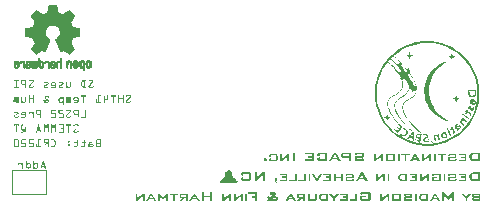
<source format=gbr>
%TF.GenerationSoftware,KiCad,Pcbnew,7.0.8*%
%TF.CreationDate,2024-01-07T13:27:56-05:00*%
%TF.ProjectId,weather-featherwing,77656174-6865-4722-9d66-656174686572,02*%
%TF.SameCoordinates,Original*%
%TF.FileFunction,Legend,Bot*%
%TF.FilePolarity,Positive*%
%FSLAX46Y46*%
G04 Gerber Fmt 4.6, Leading zero omitted, Abs format (unit mm)*
G04 Created by KiCad (PCBNEW 7.0.8) date 2024-01-07 13:27:56*
%MOMM*%
%LPD*%
G01*
G04 APERTURE LIST*
%ADD10C,0.120000*%
%ADD11C,0.200000*%
%ADD12C,0.010000*%
G04 APERTURE END LIST*
D10*
G36*
X127163480Y-105658527D02*
G01*
X126938166Y-105658527D01*
X126930477Y-105658812D01*
X126922865Y-105659667D01*
X126915330Y-105661092D01*
X126907872Y-105663087D01*
X126900492Y-105665652D01*
X126893189Y-105668786D01*
X126885964Y-105672491D01*
X126878815Y-105676765D01*
X126871744Y-105681610D01*
X126864750Y-105687024D01*
X126860131Y-105690951D01*
X126853551Y-105697151D01*
X126847618Y-105703592D01*
X126842332Y-105710275D01*
X126837694Y-105717200D01*
X126833702Y-105724366D01*
X126830359Y-105731774D01*
X126827662Y-105739423D01*
X126825612Y-105747314D01*
X126824210Y-105755446D01*
X126823455Y-105763819D01*
X126823311Y-105769536D01*
X126823942Y-105776895D01*
X126826209Y-105784683D01*
X126830125Y-105791807D01*
X126834903Y-105797496D01*
X126836500Y-105799028D01*
X126842402Y-105803668D01*
X126849469Y-105807575D01*
X126856879Y-105809993D01*
X126864633Y-105810923D01*
X126865626Y-105810935D01*
X126873449Y-105810607D01*
X126881338Y-105809393D01*
X126888722Y-105806912D01*
X126894950Y-105802724D01*
X126896034Y-105801593D01*
X126900613Y-105794959D01*
X126904094Y-105788037D01*
X126907022Y-105780876D01*
X126909899Y-105772581D01*
X126911788Y-105766422D01*
X126914578Y-105758981D01*
X126919094Y-105751716D01*
X126924886Y-105746268D01*
X126931953Y-105742636D01*
X126940295Y-105740820D01*
X126944944Y-105740593D01*
X127158718Y-105740593D01*
X127166156Y-105741462D01*
X127172602Y-105745788D01*
X127174105Y-105751584D01*
X127172410Y-105758865D01*
X127168538Y-105765254D01*
X127167327Y-105766788D01*
X126846575Y-106180963D01*
X126841123Y-106188519D01*
X126836397Y-106196167D01*
X126832399Y-106203906D01*
X126829127Y-106211737D01*
X126826583Y-106219660D01*
X126824765Y-106227674D01*
X126823675Y-106235780D01*
X126823311Y-106243978D01*
X126823752Y-106253225D01*
X126825074Y-106262193D01*
X126827278Y-106270880D01*
X126830364Y-106279286D01*
X126834331Y-106287412D01*
X126839179Y-106295257D01*
X126844909Y-106302822D01*
X126849785Y-106308311D01*
X126851521Y-106310106D01*
X126856832Y-106315180D01*
X126864090Y-106321170D01*
X126871547Y-106326272D01*
X126879205Y-106330486D01*
X126887063Y-106333814D01*
X126895122Y-106336254D01*
X126903381Y-106337806D01*
X126911840Y-106338472D01*
X126913986Y-106338500D01*
X127147360Y-106338500D01*
X127155944Y-106338206D01*
X127164315Y-106337327D01*
X127172473Y-106335862D01*
X127180419Y-106333811D01*
X127188152Y-106331174D01*
X127195673Y-106327951D01*
X127202981Y-106324142D01*
X127210077Y-106319746D01*
X127216960Y-106314765D01*
X127223631Y-106309198D01*
X127227960Y-106305160D01*
X127234082Y-106298851D01*
X127239602Y-106292426D01*
X127244519Y-106285885D01*
X127248835Y-106279229D01*
X127252548Y-106272456D01*
X127255659Y-106265567D01*
X127258168Y-106258563D01*
X127260074Y-106251442D01*
X127261379Y-106244206D01*
X127262082Y-106236853D01*
X127262215Y-106231887D01*
X127261818Y-106223703D01*
X127260625Y-106216324D01*
X127257797Y-106207738D01*
X127253555Y-106200582D01*
X127247899Y-106194858D01*
X127240830Y-106190564D01*
X127232346Y-106187702D01*
X127225055Y-106186494D01*
X127216969Y-106186092D01*
X127209530Y-106186662D01*
X127201650Y-106188708D01*
X127194435Y-106192243D01*
X127187883Y-106197266D01*
X127187111Y-106197999D01*
X127181661Y-106204204D01*
X127177768Y-106210913D01*
X127175433Y-106218126D01*
X127174654Y-106225842D01*
X127173724Y-106233656D01*
X127170933Y-106240612D01*
X127166282Y-106246708D01*
X127165129Y-106247824D01*
X127158692Y-106252365D01*
X127151290Y-106255223D01*
X127143802Y-106256358D01*
X127141132Y-106256434D01*
X126925893Y-106256434D01*
X126918551Y-106255021D01*
X126913331Y-106249594D01*
X126911971Y-106241963D01*
X126913666Y-106234681D01*
X126917538Y-106228293D01*
X126918749Y-106226758D01*
X127239134Y-105815881D01*
X127244458Y-105808496D01*
X127249072Y-105800997D01*
X127252976Y-105793384D01*
X127256170Y-105785656D01*
X127258655Y-105777813D01*
X127260429Y-105769856D01*
X127261494Y-105761785D01*
X127261849Y-105753599D01*
X127261400Y-105744142D01*
X127260052Y-105735006D01*
X127257805Y-105726190D01*
X127254659Y-105717695D01*
X127250615Y-105709521D01*
X127245672Y-105701667D01*
X127239830Y-105694133D01*
X127234859Y-105688694D01*
X127233089Y-105686921D01*
X127227560Y-105681846D01*
X127221824Y-105677271D01*
X127213855Y-105671948D01*
X127205521Y-105667511D01*
X127196819Y-105663962D01*
X127187752Y-105661300D01*
X127178318Y-105659526D01*
X127171002Y-105658777D01*
X127163480Y-105658527D01*
G37*
G36*
X126587397Y-105658575D02*
G01*
X126594852Y-105659484D01*
X126602749Y-105661940D01*
X126609982Y-105665907D01*
X126615766Y-105670617D01*
X126621295Y-105676926D01*
X126625245Y-105683761D01*
X126627615Y-105691122D01*
X126628405Y-105699011D01*
X126628393Y-105700071D01*
X126627405Y-105708217D01*
X126624838Y-105715767D01*
X126620691Y-105722722D01*
X126615766Y-105728320D01*
X126614165Y-105729806D01*
X126608236Y-105734253D01*
X126600837Y-105737896D01*
X126592774Y-105740006D01*
X126585174Y-105740593D01*
X126540844Y-105740593D01*
X126540844Y-106256434D01*
X126586273Y-106256434D01*
X126588497Y-106256482D01*
X126595951Y-106257405D01*
X126603848Y-106259898D01*
X126611081Y-106263925D01*
X126616865Y-106268707D01*
X126617642Y-106269479D01*
X126622395Y-106275141D01*
X126626344Y-106282171D01*
X126628714Y-106289796D01*
X126629504Y-106298016D01*
X126629492Y-106299031D01*
X126628505Y-106306854D01*
X126625937Y-106314149D01*
X126621790Y-106320918D01*
X126616865Y-106326409D01*
X126615264Y-106327874D01*
X126609335Y-106332254D01*
X126601936Y-106335843D01*
X126593873Y-106337921D01*
X126586273Y-106338500D01*
X126420860Y-106338500D01*
X126411446Y-106338210D01*
X126402255Y-106337343D01*
X126393288Y-106335898D01*
X126384544Y-106333874D01*
X126376023Y-106331272D01*
X126367726Y-106328092D01*
X126359651Y-106324334D01*
X126351800Y-106319998D01*
X126344287Y-106315101D01*
X126337226Y-106309751D01*
X126330617Y-106303950D01*
X126324460Y-106297696D01*
X126318756Y-106290989D01*
X126313504Y-106283831D01*
X126308704Y-106276220D01*
X126304356Y-106268158D01*
X126218444Y-106095966D01*
X126215316Y-106089679D01*
X126211003Y-106080287D01*
X126207144Y-106070939D01*
X126203738Y-106061637D01*
X126200787Y-106052379D01*
X126198290Y-106043167D01*
X126196247Y-106033999D01*
X126194658Y-106024877D01*
X126193523Y-106015800D01*
X126192842Y-106006768D01*
X126192615Y-105997781D01*
X126192628Y-105996865D01*
X126279260Y-105996865D01*
X126279322Y-106000016D01*
X126280023Y-106008220D01*
X126281501Y-106016889D01*
X126283244Y-106024159D01*
X126285485Y-106031727D01*
X126288225Y-106039592D01*
X126291462Y-106047755D01*
X126295197Y-106056216D01*
X126380560Y-106230605D01*
X126382425Y-106234119D01*
X126387584Y-106241796D01*
X126393448Y-106247890D01*
X126400020Y-106252401D01*
X126407298Y-106255328D01*
X126415283Y-106256673D01*
X126423974Y-106256434D01*
X126454382Y-106256434D01*
X126454382Y-105740593D01*
X126425989Y-105739860D01*
X126422141Y-105739962D01*
X126413117Y-105741105D01*
X126404943Y-105743518D01*
X126397618Y-105747202D01*
X126391144Y-105752155D01*
X126385518Y-105758378D01*
X126380743Y-105765872D01*
X126292083Y-105940811D01*
X126288389Y-105948797D01*
X126285321Y-105957068D01*
X126282879Y-105965627D01*
X126281063Y-105974471D01*
X126280061Y-105981752D01*
X126279460Y-105989217D01*
X126279260Y-105996865D01*
X126192628Y-105996865D01*
X126192709Y-105991388D01*
X126193205Y-105981869D01*
X126194126Y-105972433D01*
X126195472Y-105963081D01*
X126197243Y-105953813D01*
X126199439Y-105944628D01*
X126202060Y-105935527D01*
X126205106Y-105926510D01*
X126208578Y-105917577D01*
X126212474Y-105908727D01*
X126216795Y-105899961D01*
X126302341Y-105728320D01*
X126306357Y-105721055D01*
X126310893Y-105714100D01*
X126315951Y-105707454D01*
X126321529Y-105701117D01*
X126327629Y-105695089D01*
X126334249Y-105689371D01*
X126341390Y-105683961D01*
X126349052Y-105678861D01*
X126357004Y-105674215D01*
X126365012Y-105670171D01*
X126373078Y-105666728D01*
X126381201Y-105663885D01*
X126389381Y-105661644D01*
X126397619Y-105660004D01*
X126405913Y-105658965D01*
X126414265Y-105658527D01*
X126585174Y-105658527D01*
X126587397Y-105658575D01*
G37*
G36*
X125154339Y-106256434D02*
G01*
X125008526Y-106174368D01*
X125008526Y-105891901D01*
X125007921Y-105883972D01*
X125006106Y-105876534D01*
X125003082Y-105869587D01*
X124998848Y-105863130D01*
X124995886Y-105859661D01*
X124990102Y-105854380D01*
X124983810Y-105850395D01*
X124975996Y-105847430D01*
X124968614Y-105846225D01*
X124965295Y-105846106D01*
X124957624Y-105846728D01*
X124950478Y-105848595D01*
X124942956Y-105852253D01*
X124936938Y-105856788D01*
X124934520Y-105859112D01*
X124929595Y-105865030D01*
X124925880Y-105871404D01*
X124923115Y-105879246D01*
X124921992Y-105886597D01*
X124921880Y-105889886D01*
X124921880Y-106295818D01*
X124922503Y-106303141D01*
X124924738Y-106310995D01*
X124928599Y-106318299D01*
X124933311Y-106324240D01*
X124934886Y-106325860D01*
X124940724Y-106330785D01*
X124947954Y-106334932D01*
X124955780Y-106337500D01*
X124963115Y-106338450D01*
X124965295Y-106338500D01*
X124972698Y-106337851D01*
X124980643Y-106335521D01*
X124987145Y-106332092D01*
X124993226Y-106327367D01*
X124995703Y-106324944D01*
X125000699Y-106318697D01*
X125004468Y-106311976D01*
X125007010Y-106304782D01*
X125008325Y-106297115D01*
X125008526Y-106292521D01*
X125008526Y-106256434D01*
X125083813Y-106308458D01*
X125092102Y-106313826D01*
X125100414Y-106318667D01*
X125108748Y-106322980D01*
X125117104Y-106326764D01*
X125125483Y-106330021D01*
X125133884Y-106332749D01*
X125142308Y-106334950D01*
X125150755Y-106336622D01*
X125159224Y-106337766D01*
X125167716Y-106338382D01*
X125173390Y-106338500D01*
X125213506Y-106338500D01*
X125223335Y-106338178D01*
X125232899Y-106337212D01*
X125242200Y-106335602D01*
X125251236Y-106333348D01*
X125260009Y-106330450D01*
X125268517Y-106326908D01*
X125276761Y-106322722D01*
X125284741Y-106317892D01*
X125292458Y-106312418D01*
X125299910Y-106306300D01*
X125304731Y-106301863D01*
X125311563Y-106294816D01*
X125317770Y-106287483D01*
X125323352Y-106279862D01*
X125328310Y-106271956D01*
X125332643Y-106263762D01*
X125336351Y-106255283D01*
X125339435Y-106246516D01*
X125341894Y-106237463D01*
X125343729Y-106228123D01*
X125344938Y-106218497D01*
X125345398Y-106211921D01*
X125357854Y-105888971D01*
X125357442Y-105880785D01*
X125355289Y-105873079D01*
X125351397Y-105865855D01*
X125346563Y-105859928D01*
X125345764Y-105859112D01*
X125339766Y-105854044D01*
X125333312Y-105850221D01*
X125326402Y-105847643D01*
X125319036Y-105846309D01*
X125314623Y-105846106D01*
X125307166Y-105846728D01*
X125299223Y-105848964D01*
X125291899Y-105852825D01*
X125285997Y-105857537D01*
X125284398Y-105859112D01*
X125279447Y-105864950D01*
X125275652Y-105871243D01*
X125272733Y-105878994D01*
X125271418Y-105886265D01*
X125271209Y-105889520D01*
X125259851Y-106209906D01*
X125259136Y-106218221D01*
X125257537Y-106225718D01*
X125254034Y-106234442D01*
X125248962Y-106241712D01*
X125242322Y-106247528D01*
X125234113Y-106251890D01*
X125226927Y-106254207D01*
X125218859Y-106255707D01*
X125209908Y-106256388D01*
X125206729Y-106256434D01*
X125154339Y-106256434D01*
G37*
G36*
X124604975Y-105846106D02*
G01*
X124406589Y-105846106D01*
X124397994Y-105846336D01*
X124389590Y-105847027D01*
X124381375Y-105848178D01*
X124373350Y-105849790D01*
X124365515Y-105851862D01*
X124357871Y-105854394D01*
X124350416Y-105857387D01*
X124343151Y-105860841D01*
X124336076Y-105864755D01*
X124329191Y-105869129D01*
X124324707Y-105872301D01*
X124318356Y-105877169D01*
X124312630Y-105882017D01*
X124305966Y-105888451D01*
X124300414Y-105894851D01*
X124295971Y-105901217D01*
X124291980Y-105909125D01*
X124289725Y-105916980D01*
X124289169Y-105923226D01*
X124289800Y-105930621D01*
X124292067Y-105938343D01*
X124295983Y-105945287D01*
X124301547Y-105951452D01*
X124302358Y-105952168D01*
X124309056Y-105957057D01*
X124316143Y-105960549D01*
X124323619Y-105962644D01*
X124331484Y-105963342D01*
X124339056Y-105962724D01*
X124346382Y-105960870D01*
X124353464Y-105957778D01*
X124360301Y-105953451D01*
X124366894Y-105947886D01*
X124369037Y-105945757D01*
X124374396Y-105940691D01*
X124380922Y-105935745D01*
X124387551Y-105932036D01*
X124395415Y-105929271D01*
X124403419Y-105928189D01*
X124404574Y-105928172D01*
X124600396Y-105928172D01*
X124608681Y-105928833D01*
X124616770Y-105931375D01*
X124622836Y-105935823D01*
X124626880Y-105942177D01*
X124628903Y-105950437D01*
X124629155Y-105955282D01*
X124628244Y-105963170D01*
X124625509Y-105970164D01*
X124620951Y-105976263D01*
X124614570Y-105981469D01*
X124610104Y-105984042D01*
X124379845Y-106082045D01*
X124371295Y-106086183D01*
X124363141Y-106090906D01*
X124355381Y-106096213D01*
X124348017Y-106102103D01*
X124341047Y-106108577D01*
X124334473Y-106115636D01*
X124329801Y-106121312D01*
X124325351Y-106127318D01*
X124322508Y-106131504D01*
X124318482Y-106137922D01*
X124314851Y-106144470D01*
X124311617Y-106151146D01*
X124308778Y-106157951D01*
X124306336Y-106164884D01*
X124304290Y-106171947D01*
X124302639Y-106179138D01*
X124301385Y-106186458D01*
X124300527Y-106193907D01*
X124300065Y-106201485D01*
X124299977Y-106206608D01*
X124300323Y-106216831D01*
X124301362Y-106226755D01*
X124303092Y-106236379D01*
X124305515Y-106245703D01*
X124308631Y-106254729D01*
X124312438Y-106263454D01*
X124316938Y-106271880D01*
X124322131Y-106280007D01*
X124328015Y-106287834D01*
X124334592Y-106295362D01*
X124339361Y-106300214D01*
X124346839Y-106307056D01*
X124354504Y-106313225D01*
X124362355Y-106318721D01*
X124370393Y-106323544D01*
X124378618Y-106327694D01*
X124387030Y-106331171D01*
X124395629Y-106333976D01*
X124404414Y-106336107D01*
X124413386Y-106337565D01*
X124422545Y-106338350D01*
X124428754Y-106338500D01*
X124603876Y-106338500D01*
X124612305Y-106338272D01*
X124620625Y-106337591D01*
X124628834Y-106336456D01*
X124636935Y-106334867D01*
X124644926Y-106332824D01*
X124652807Y-106330327D01*
X124660579Y-106327376D01*
X124668242Y-106323971D01*
X124675795Y-106320112D01*
X124683238Y-106315799D01*
X124688140Y-106312671D01*
X124695080Y-106307808D01*
X124701338Y-106302974D01*
X124706913Y-106298170D01*
X124713284Y-106291808D01*
X124718442Y-106285499D01*
X124722386Y-106279240D01*
X124725609Y-106271490D01*
X124726937Y-106263820D01*
X124726975Y-106262296D01*
X124726185Y-106254465D01*
X124723815Y-106247092D01*
X124719865Y-106240176D01*
X124715113Y-106234501D01*
X124714335Y-106233719D01*
X124708455Y-106228866D01*
X124701873Y-106225204D01*
X124694590Y-106222735D01*
X124686606Y-106221458D01*
X124681729Y-106221263D01*
X124674402Y-106222104D01*
X124666847Y-106224629D01*
X124660190Y-106228132D01*
X124653366Y-106232872D01*
X124647551Y-106237766D01*
X124646375Y-106238848D01*
X124640071Y-106243915D01*
X124632954Y-106248122D01*
X124625023Y-106251471D01*
X124616278Y-106253961D01*
X124608696Y-106255335D01*
X124600593Y-106256159D01*
X124591969Y-106256434D01*
X124430952Y-106256434D01*
X124422916Y-106255663D01*
X124415475Y-106253348D01*
X124408630Y-106249492D01*
X124402382Y-106244092D01*
X124399079Y-106240314D01*
X124394659Y-106234039D01*
X124391153Y-106227442D01*
X124388562Y-106220524D01*
X124386886Y-106213283D01*
X124386124Y-106205720D01*
X124386073Y-106203128D01*
X124386522Y-106195308D01*
X124387870Y-106188061D01*
X124390819Y-106179807D01*
X124395172Y-106172448D01*
X124400930Y-106165983D01*
X124408092Y-106160412D01*
X124414832Y-106156600D01*
X124647107Y-106058597D01*
X124655247Y-106054725D01*
X124662907Y-106050434D01*
X124670085Y-106045726D01*
X124676783Y-106040600D01*
X124682999Y-106035055D01*
X124688735Y-106029093D01*
X124693990Y-106022714D01*
X124698765Y-106015916D01*
X124702972Y-106008895D01*
X124706619Y-106001845D01*
X124709704Y-105994767D01*
X124712228Y-105987660D01*
X124714192Y-105980524D01*
X124715857Y-105971565D01*
X124716646Y-105962560D01*
X124716716Y-105958946D01*
X124716433Y-105950467D01*
X124715583Y-105942204D01*
X124714166Y-105934157D01*
X124712183Y-105926325D01*
X124709632Y-105918710D01*
X124706515Y-105911309D01*
X124702832Y-105904125D01*
X124698581Y-105897156D01*
X124693764Y-105890404D01*
X124688380Y-105883866D01*
X124684476Y-105879628D01*
X124678299Y-105873637D01*
X124671858Y-105868236D01*
X124665153Y-105863424D01*
X124658184Y-105859201D01*
X124650951Y-105855567D01*
X124643454Y-105852522D01*
X124635692Y-105850067D01*
X124627667Y-105848201D01*
X124619378Y-105846924D01*
X124610824Y-105846237D01*
X124604975Y-105846106D01*
G37*
G36*
X123937338Y-105846218D02*
G01*
X123945286Y-105846804D01*
X123953099Y-105847892D01*
X123960776Y-105849483D01*
X123968319Y-105851576D01*
X123975726Y-105854171D01*
X123982998Y-105857269D01*
X123990134Y-105860869D01*
X123997136Y-105864971D01*
X124004002Y-105869575D01*
X124010733Y-105874682D01*
X124046819Y-105902709D01*
X124051748Y-105906891D01*
X124057603Y-105912673D01*
X124063118Y-105919073D01*
X124068294Y-105926090D01*
X124073129Y-105933724D01*
X124076752Y-105940276D01*
X124080159Y-105947222D01*
X124082483Y-105952476D01*
X124085849Y-105960766D01*
X124088579Y-105968476D01*
X124091018Y-105976959D01*
X124092542Y-105984606D01*
X124093164Y-105992468D01*
X124093164Y-106189023D01*
X124092739Y-106197202D01*
X124091464Y-106205664D01*
X124089752Y-106212932D01*
X124087450Y-106220397D01*
X124084557Y-106228059D01*
X124081074Y-106235918D01*
X124080313Y-106237498D01*
X124076328Y-106245073D01*
X124072048Y-106252102D01*
X124067473Y-106258586D01*
X124062603Y-106264525D01*
X124057438Y-106269917D01*
X124050849Y-106275668D01*
X124012198Y-106309374D01*
X124009884Y-106311291D01*
X124003583Y-106315713D01*
X123997177Y-106319449D01*
X123989844Y-106323132D01*
X123983025Y-106326163D01*
X123975562Y-106329157D01*
X123973995Y-106329732D01*
X123966234Y-106332332D01*
X123958589Y-106334476D01*
X123951061Y-106336164D01*
X123943649Y-106337396D01*
X123936353Y-106338171D01*
X123927751Y-106338500D01*
X123699506Y-106338500D01*
X123698445Y-106338488D01*
X123690242Y-106337543D01*
X123682543Y-106335087D01*
X123675347Y-106331120D01*
X123669464Y-106326409D01*
X123668653Y-106325638D01*
X123663694Y-106319998D01*
X123659572Y-106313037D01*
X123657099Y-106305527D01*
X123656275Y-106297467D01*
X123656288Y-106296407D01*
X123657304Y-106288290D01*
X123659946Y-106280814D01*
X123664213Y-106273979D01*
X123669281Y-106268524D01*
X123670902Y-106267060D01*
X123676856Y-106262680D01*
X123684198Y-106259090D01*
X123692112Y-106257012D01*
X123699506Y-106256434D01*
X123922072Y-106256434D01*
X123925592Y-106256286D01*
X123933929Y-106254788D01*
X123941215Y-106252221D01*
X123948629Y-106248468D01*
X123954907Y-106244436D01*
X123961273Y-106239581D01*
X123986552Y-106217233D01*
X123989957Y-106214113D01*
X123994887Y-106208635D01*
X123999576Y-106201600D01*
X124002924Y-106194063D01*
X124004934Y-106186024D01*
X124005603Y-106177482D01*
X124005603Y-106150921D01*
X123699506Y-106150921D01*
X123697349Y-106150872D01*
X123690080Y-106149921D01*
X123682309Y-106147354D01*
X123675110Y-106143206D01*
X123669281Y-106138281D01*
X123667706Y-106136684D01*
X123662994Y-106130809D01*
X123659133Y-106123559D01*
X123656897Y-106115737D01*
X123656275Y-106108423D01*
X123656275Y-106068855D01*
X123741821Y-106068855D01*
X124004687Y-106068855D01*
X124004687Y-105999246D01*
X124004089Y-105991555D01*
X124001876Y-105983281D01*
X123998033Y-105975762D01*
X123993441Y-105969916D01*
X123987652Y-105964625D01*
X123962372Y-105942643D01*
X123961339Y-105941753D01*
X123954993Y-105937004D01*
X123948403Y-105933273D01*
X123941568Y-105930560D01*
X123933284Y-105928680D01*
X123925919Y-105928172D01*
X123817109Y-105928172D01*
X123809072Y-105929213D01*
X123801626Y-105931834D01*
X123794937Y-105935351D01*
X123787965Y-105940039D01*
X123781938Y-105944841D01*
X123756842Y-105967739D01*
X123754158Y-105970349D01*
X123749581Y-105976188D01*
X123746060Y-105982851D01*
X123743596Y-105990339D01*
X123742188Y-105998651D01*
X123741821Y-106006207D01*
X123741821Y-106068855D01*
X123656275Y-106068855D01*
X123656275Y-106005841D01*
X123656412Y-105998312D01*
X123657129Y-105987463D01*
X123658462Y-105977150D01*
X123660409Y-105967371D01*
X123662972Y-105958126D01*
X123666150Y-105949416D01*
X123669942Y-105941240D01*
X123674350Y-105933599D01*
X123679372Y-105926493D01*
X123685010Y-105919921D01*
X123691263Y-105913883D01*
X123723686Y-105883475D01*
X123728812Y-105878950D01*
X123736572Y-105872710D01*
X123744420Y-105867126D01*
X123752355Y-105862199D01*
X123760376Y-105857930D01*
X123768485Y-105854317D01*
X123776680Y-105851361D01*
X123784962Y-105849062D01*
X123793332Y-105847420D01*
X123801788Y-105846434D01*
X123810331Y-105846106D01*
X123931964Y-105846106D01*
X123937338Y-105846218D01*
G37*
G36*
X123337355Y-105846106D02*
G01*
X123138969Y-105846106D01*
X123130374Y-105846336D01*
X123121969Y-105847027D01*
X123113755Y-105848178D01*
X123105730Y-105849790D01*
X123097895Y-105851862D01*
X123090250Y-105854394D01*
X123082795Y-105857387D01*
X123075530Y-105860841D01*
X123068456Y-105864755D01*
X123061571Y-105869129D01*
X123057086Y-105872301D01*
X123050735Y-105877169D01*
X123045009Y-105882017D01*
X123038346Y-105888451D01*
X123032793Y-105894851D01*
X123028351Y-105901217D01*
X123024360Y-105909125D01*
X123022104Y-105916980D01*
X123021549Y-105923226D01*
X123022180Y-105930621D01*
X123024447Y-105938343D01*
X123028362Y-105945287D01*
X123033927Y-105951452D01*
X123034738Y-105952168D01*
X123041436Y-105957057D01*
X123048523Y-105960549D01*
X123055999Y-105962644D01*
X123063864Y-105963342D01*
X123071435Y-105962724D01*
X123078762Y-105960870D01*
X123085844Y-105957778D01*
X123092681Y-105953451D01*
X123099273Y-105947886D01*
X123101416Y-105945757D01*
X123106776Y-105940691D01*
X123113302Y-105935745D01*
X123119931Y-105932036D01*
X123127795Y-105929271D01*
X123135799Y-105928189D01*
X123136954Y-105928172D01*
X123332775Y-105928172D01*
X123341061Y-105928833D01*
X123349149Y-105931375D01*
X123355216Y-105935823D01*
X123359260Y-105942177D01*
X123361282Y-105950437D01*
X123361535Y-105955282D01*
X123360623Y-105963170D01*
X123357889Y-105970164D01*
X123353330Y-105976263D01*
X123346949Y-105981469D01*
X123342484Y-105984042D01*
X123112224Y-106082045D01*
X123103675Y-106086183D01*
X123095520Y-106090906D01*
X123087761Y-106096213D01*
X123080396Y-106102103D01*
X123073427Y-106108577D01*
X123066852Y-106115636D01*
X123062181Y-106121312D01*
X123057731Y-106127318D01*
X123054888Y-106131504D01*
X123050862Y-106137922D01*
X123047231Y-106144470D01*
X123043996Y-106151146D01*
X123041158Y-106157951D01*
X123038716Y-106164884D01*
X123036669Y-106171947D01*
X123035019Y-106179138D01*
X123033765Y-106186458D01*
X123032907Y-106193907D01*
X123032445Y-106201485D01*
X123032357Y-106206608D01*
X123032703Y-106216831D01*
X123033741Y-106226755D01*
X123035472Y-106236379D01*
X123037895Y-106245703D01*
X123041010Y-106254729D01*
X123044818Y-106263454D01*
X123049318Y-106271880D01*
X123054510Y-106280007D01*
X123060395Y-106287834D01*
X123066972Y-106295362D01*
X123071741Y-106300214D01*
X123079219Y-106307056D01*
X123086883Y-106313225D01*
X123094735Y-106318721D01*
X123102773Y-106323544D01*
X123110998Y-106327694D01*
X123119410Y-106331171D01*
X123128008Y-106333976D01*
X123136793Y-106336107D01*
X123145765Y-106337565D01*
X123154924Y-106338350D01*
X123161134Y-106338500D01*
X123336256Y-106338500D01*
X123344685Y-106338272D01*
X123353004Y-106337591D01*
X123361214Y-106336456D01*
X123369315Y-106334867D01*
X123377305Y-106332824D01*
X123385187Y-106330327D01*
X123392959Y-106327376D01*
X123400622Y-106323971D01*
X123408175Y-106320112D01*
X123415618Y-106315799D01*
X123420520Y-106312671D01*
X123427460Y-106307808D01*
X123433717Y-106302974D01*
X123439292Y-106298170D01*
X123445664Y-106291808D01*
X123450821Y-106285499D01*
X123454765Y-106279240D01*
X123457989Y-106271490D01*
X123459316Y-106263820D01*
X123459354Y-106262296D01*
X123458564Y-106254465D01*
X123456194Y-106247092D01*
X123452245Y-106240176D01*
X123447492Y-106234501D01*
X123446715Y-106233719D01*
X123440834Y-106228866D01*
X123434253Y-106225204D01*
X123426970Y-106222735D01*
X123418986Y-106221458D01*
X123414108Y-106221263D01*
X123406782Y-106222104D01*
X123399227Y-106224629D01*
X123392570Y-106228132D01*
X123385746Y-106232872D01*
X123379931Y-106237766D01*
X123378754Y-106238848D01*
X123372451Y-106243915D01*
X123365334Y-106248122D01*
X123357403Y-106251471D01*
X123348658Y-106253961D01*
X123341076Y-106255335D01*
X123332973Y-106256159D01*
X123324349Y-106256434D01*
X123163332Y-106256434D01*
X123155295Y-106255663D01*
X123147854Y-106253348D01*
X123141010Y-106249492D01*
X123134761Y-106244092D01*
X123131458Y-106240314D01*
X123127038Y-106234039D01*
X123123533Y-106227442D01*
X123120942Y-106220524D01*
X123119265Y-106213283D01*
X123118503Y-106205720D01*
X123118452Y-106203128D01*
X123118902Y-106195308D01*
X123120250Y-106188061D01*
X123123199Y-106179807D01*
X123127552Y-106172448D01*
X123133310Y-106165983D01*
X123140471Y-106160412D01*
X123147212Y-106156600D01*
X123379487Y-106058597D01*
X123387627Y-106054725D01*
X123395286Y-106050434D01*
X123402465Y-106045726D01*
X123409162Y-106040600D01*
X123415379Y-106035055D01*
X123421115Y-106029093D01*
X123426370Y-106022714D01*
X123431144Y-106015916D01*
X123435352Y-106008895D01*
X123438998Y-106001845D01*
X123442084Y-105994767D01*
X123444608Y-105987660D01*
X123446572Y-105980524D01*
X123448237Y-105971565D01*
X123449026Y-105962560D01*
X123449096Y-105958946D01*
X123448813Y-105950467D01*
X123447963Y-105942204D01*
X123446546Y-105934157D01*
X123444562Y-105926325D01*
X123442012Y-105918710D01*
X123438895Y-105911309D01*
X123435211Y-105904125D01*
X123430961Y-105897156D01*
X123426144Y-105890404D01*
X123420760Y-105883866D01*
X123416856Y-105879628D01*
X123410679Y-105873637D01*
X123404238Y-105868236D01*
X123397533Y-105863424D01*
X123390564Y-105859201D01*
X123383330Y-105855567D01*
X123375833Y-105852522D01*
X123368072Y-105850067D01*
X123360047Y-105848201D01*
X123351757Y-105846924D01*
X123343204Y-105846237D01*
X123337355Y-105846106D01*
G37*
G36*
X122092999Y-105658527D02*
G01*
X121867685Y-105658527D01*
X121859995Y-105658812D01*
X121852383Y-105659667D01*
X121844848Y-105661092D01*
X121837391Y-105663087D01*
X121830011Y-105665652D01*
X121822708Y-105668786D01*
X121815482Y-105672491D01*
X121808334Y-105676765D01*
X121801263Y-105681610D01*
X121794269Y-105687024D01*
X121789649Y-105690951D01*
X121783069Y-105697151D01*
X121777136Y-105703592D01*
X121771851Y-105710275D01*
X121767212Y-105717200D01*
X121763221Y-105724366D01*
X121759877Y-105731774D01*
X121757180Y-105739423D01*
X121755131Y-105747314D01*
X121753728Y-105755446D01*
X121752973Y-105763819D01*
X121752830Y-105769536D01*
X121753461Y-105776895D01*
X121755728Y-105784683D01*
X121759643Y-105791807D01*
X121764421Y-105797496D01*
X121766019Y-105799028D01*
X121771920Y-105803668D01*
X121778987Y-105807575D01*
X121786397Y-105809993D01*
X121794151Y-105810923D01*
X121795145Y-105810935D01*
X121802967Y-105810607D01*
X121810856Y-105809393D01*
X121818241Y-105806912D01*
X121824468Y-105802724D01*
X121825553Y-105801593D01*
X121830132Y-105794959D01*
X121833613Y-105788037D01*
X121836541Y-105780876D01*
X121839417Y-105772581D01*
X121841306Y-105766422D01*
X121844096Y-105758981D01*
X121848613Y-105751716D01*
X121854405Y-105746268D01*
X121861471Y-105742636D01*
X121869813Y-105740820D01*
X121874462Y-105740593D01*
X122088236Y-105740593D01*
X122095674Y-105741462D01*
X122102121Y-105745788D01*
X122103623Y-105751584D01*
X122101929Y-105758865D01*
X122098057Y-105765254D01*
X122096846Y-105766788D01*
X121776094Y-106180963D01*
X121770641Y-106188519D01*
X121765916Y-106196167D01*
X121761917Y-106203906D01*
X121758646Y-106211737D01*
X121756101Y-106219660D01*
X121754284Y-106227674D01*
X121753193Y-106235780D01*
X121752830Y-106243978D01*
X121753270Y-106253225D01*
X121754593Y-106262193D01*
X121756797Y-106270880D01*
X121759882Y-106279286D01*
X121763849Y-106287412D01*
X121768698Y-106295257D01*
X121774428Y-106302822D01*
X121779304Y-106308311D01*
X121781040Y-106310106D01*
X121786351Y-106315180D01*
X121793608Y-106321170D01*
X121801066Y-106326272D01*
X121808723Y-106330486D01*
X121816582Y-106333814D01*
X121824640Y-106336254D01*
X121832899Y-106337806D01*
X121841359Y-106338472D01*
X121843505Y-106338500D01*
X122076879Y-106338500D01*
X122085462Y-106338206D01*
X122093833Y-106337327D01*
X122101991Y-106335862D01*
X122109937Y-106333811D01*
X122117671Y-106331174D01*
X122125192Y-106327951D01*
X122132500Y-106324142D01*
X122139596Y-106319746D01*
X122146479Y-106314765D01*
X122153150Y-106309198D01*
X122157479Y-106305160D01*
X122163601Y-106298851D01*
X122169120Y-106292426D01*
X122174038Y-106285885D01*
X122178353Y-106279229D01*
X122182066Y-106272456D01*
X122185177Y-106265567D01*
X122187686Y-106258563D01*
X122189593Y-106251442D01*
X122190898Y-106244206D01*
X122191600Y-106236853D01*
X122191734Y-106231887D01*
X122191336Y-106223703D01*
X122190143Y-106216324D01*
X122187315Y-106207738D01*
X122183074Y-106200582D01*
X122177418Y-106194858D01*
X122170348Y-106190564D01*
X122161864Y-106187702D01*
X122154574Y-106186494D01*
X122146488Y-106186092D01*
X122139048Y-106186662D01*
X122131169Y-106188708D01*
X122123953Y-106192243D01*
X122117401Y-106197266D01*
X122116629Y-106197999D01*
X122111180Y-106204204D01*
X122107287Y-106210913D01*
X122104951Y-106218126D01*
X122104173Y-106225842D01*
X122103243Y-106233656D01*
X122100452Y-106240612D01*
X122095801Y-106246708D01*
X122094647Y-106247824D01*
X122088211Y-106252365D01*
X122080809Y-106255223D01*
X122073320Y-106256358D01*
X122070651Y-106256434D01*
X121855412Y-106256434D01*
X121848070Y-106255021D01*
X121842849Y-106249594D01*
X121841490Y-106241963D01*
X121843184Y-106234681D01*
X121847056Y-106228293D01*
X121848267Y-106226758D01*
X122168653Y-105815881D01*
X122173977Y-105808496D01*
X122178591Y-105800997D01*
X122182495Y-105793384D01*
X122185689Y-105785656D01*
X122188173Y-105777813D01*
X122189948Y-105769856D01*
X122191013Y-105761785D01*
X122191368Y-105753599D01*
X122190918Y-105744142D01*
X122189570Y-105735006D01*
X122187323Y-105726190D01*
X122184178Y-105717695D01*
X122180133Y-105709521D01*
X122175190Y-105701667D01*
X122169348Y-105694133D01*
X122164377Y-105688694D01*
X122162608Y-105686921D01*
X122157078Y-105681846D01*
X122151342Y-105677271D01*
X122143374Y-105671948D01*
X122135039Y-105667511D01*
X122126338Y-105663962D01*
X122117270Y-105661300D01*
X122107836Y-105659526D01*
X122100521Y-105658777D01*
X122092999Y-105658527D01*
G37*
G36*
X121557008Y-106295452D02*
G01*
X121556895Y-106298771D01*
X121555756Y-106306153D01*
X121552951Y-106313967D01*
X121549181Y-106320259D01*
X121544185Y-106326043D01*
X121540848Y-106328963D01*
X121534594Y-106333135D01*
X121527815Y-106336115D01*
X121520509Y-106337903D01*
X121512678Y-106338500D01*
X121510454Y-106338451D01*
X121503000Y-106337514D01*
X121495103Y-106334984D01*
X121487870Y-106330897D01*
X121482086Y-106326043D01*
X121480556Y-106324465D01*
X121475976Y-106318616D01*
X121472224Y-106311309D01*
X121470052Y-106303338D01*
X121469447Y-106295818D01*
X121469447Y-106080579D01*
X121249995Y-106080579D01*
X121243346Y-106080431D01*
X121233602Y-106079653D01*
X121224132Y-106078209D01*
X121214935Y-106076098D01*
X121206012Y-106073321D01*
X121197362Y-106069877D01*
X121188986Y-106065767D01*
X121180884Y-106060990D01*
X121173056Y-106055547D01*
X121165501Y-106049437D01*
X121158220Y-106042660D01*
X121153606Y-106037838D01*
X121147244Y-106030378D01*
X121141551Y-106022648D01*
X121136528Y-106014647D01*
X121132174Y-106006376D01*
X121128490Y-105997834D01*
X121125476Y-105989022D01*
X121123132Y-105979940D01*
X121121458Y-105970587D01*
X121120453Y-105960963D01*
X121120205Y-105953634D01*
X121206580Y-105953634D01*
X121206784Y-105958219D01*
X121208117Y-105965830D01*
X121210696Y-105972915D01*
X121214519Y-105979474D01*
X121219586Y-105985508D01*
X121221207Y-105987082D01*
X121227161Y-105991795D01*
X121234503Y-105995656D01*
X121242417Y-105997891D01*
X121249811Y-105998513D01*
X121469447Y-105998513D01*
X121469447Y-105740593D01*
X121249811Y-105740593D01*
X121247654Y-105740645D01*
X121239382Y-105741881D01*
X121231683Y-105744766D01*
X121225415Y-105748643D01*
X121219586Y-105753782D01*
X121216538Y-105757122D01*
X121212182Y-105763395D01*
X121209070Y-105770211D01*
X121207203Y-105777570D01*
X121206580Y-105785473D01*
X121206580Y-105953634D01*
X121120205Y-105953634D01*
X121120118Y-105951069D01*
X121120118Y-105789136D01*
X121120269Y-105782509D01*
X121121058Y-105772788D01*
X121122523Y-105763330D01*
X121124664Y-105754137D01*
X121127481Y-105745208D01*
X121130975Y-105736543D01*
X121135145Y-105728142D01*
X121139991Y-105720005D01*
X121145513Y-105712133D01*
X121151712Y-105704524D01*
X121158587Y-105697179D01*
X121163430Y-105692498D01*
X121170913Y-105686044D01*
X121178657Y-105680269D01*
X121186661Y-105675173D01*
X121194926Y-105670757D01*
X121203452Y-105667020D01*
X121212239Y-105663963D01*
X121221287Y-105661585D01*
X121230595Y-105659886D01*
X121240164Y-105658867D01*
X121249995Y-105658527D01*
X121557008Y-105658527D01*
X121557008Y-106295452D01*
G37*
G36*
X120880883Y-105658527D02*
G01*
X120530455Y-105658527D01*
X120522189Y-105659283D01*
X120514427Y-105661550D01*
X120507168Y-105665328D01*
X120501230Y-105669874D01*
X120500413Y-105670617D01*
X120495274Y-105676108D01*
X120490946Y-105682878D01*
X120488267Y-105690173D01*
X120487237Y-105697996D01*
X120487224Y-105699011D01*
X120488037Y-105707231D01*
X120490476Y-105714856D01*
X120494540Y-105721886D01*
X120499430Y-105727548D01*
X120500230Y-105728320D01*
X120506059Y-105733102D01*
X120513258Y-105737129D01*
X120521029Y-105739622D01*
X120528298Y-105740545D01*
X120530455Y-105740593D01*
X120661430Y-105740593D01*
X120661430Y-106256434D01*
X120530455Y-106256434D01*
X120522855Y-106257012D01*
X120514793Y-106259090D01*
X120507394Y-106262680D01*
X120501464Y-106267060D01*
X120499864Y-106268524D01*
X120494939Y-106273979D01*
X120490791Y-106280814D01*
X120488224Y-106288290D01*
X120487236Y-106296407D01*
X120487224Y-106297467D01*
X120488037Y-106305676D01*
X120490476Y-106313266D01*
X120494540Y-106320239D01*
X120499430Y-106325832D01*
X120500230Y-106326593D01*
X120506059Y-106331232D01*
X120513258Y-106335139D01*
X120521029Y-106337558D01*
X120529372Y-106338488D01*
X120530455Y-106338500D01*
X120880883Y-106338500D01*
X120888482Y-106337930D01*
X120896545Y-106335883D01*
X120903944Y-106332348D01*
X120909873Y-106328035D01*
X120911474Y-106326593D01*
X120916399Y-106321067D01*
X120920546Y-106314172D01*
X120923114Y-106306658D01*
X120924101Y-106298527D01*
X120924114Y-106297467D01*
X120923324Y-106289269D01*
X120920954Y-106281713D01*
X120917004Y-106274798D01*
X120911474Y-106268524D01*
X120905690Y-106263813D01*
X120898457Y-106259846D01*
X120890560Y-106257390D01*
X120883106Y-106256481D01*
X120880883Y-106256434D01*
X120748075Y-106256434D01*
X120748075Y-105740593D01*
X120880883Y-105740593D01*
X120888482Y-105740014D01*
X120896545Y-105737937D01*
X120903944Y-105734347D01*
X120909873Y-105729967D01*
X120911474Y-105728503D01*
X120916399Y-105723012D01*
X120920546Y-105716243D01*
X120923114Y-105708947D01*
X120924101Y-105701125D01*
X120924114Y-105700110D01*
X120923509Y-105692750D01*
X120921336Y-105684962D01*
X120917584Y-105677838D01*
X120912252Y-105671378D01*
X120911474Y-105670617D01*
X120905690Y-105665907D01*
X120898457Y-105661940D01*
X120890560Y-105659484D01*
X120883106Y-105658575D01*
X120880883Y-105658527D01*
G37*
G36*
X130332531Y-106918527D02*
G01*
X130107217Y-106918527D01*
X130099528Y-106918812D01*
X130091916Y-106919667D01*
X130084381Y-106921092D01*
X130076923Y-106923087D01*
X130069543Y-106925652D01*
X130062240Y-106928786D01*
X130055015Y-106932491D01*
X130047866Y-106936765D01*
X130040795Y-106941610D01*
X130033801Y-106947024D01*
X130029182Y-106950951D01*
X130022602Y-106957151D01*
X130016669Y-106963592D01*
X130011383Y-106970275D01*
X130006745Y-106977200D01*
X130002753Y-106984366D01*
X129999410Y-106991774D01*
X129996713Y-106999423D01*
X129994663Y-107007314D01*
X129993261Y-107015446D01*
X129992506Y-107023819D01*
X129992362Y-107029536D01*
X129992993Y-107036895D01*
X129995260Y-107044683D01*
X129999176Y-107051807D01*
X130003954Y-107057496D01*
X130005551Y-107059028D01*
X130011453Y-107063668D01*
X130018520Y-107067575D01*
X130025930Y-107069993D01*
X130033684Y-107070923D01*
X130034677Y-107070935D01*
X130042500Y-107070607D01*
X130050389Y-107069393D01*
X130057773Y-107066912D01*
X130064001Y-107062724D01*
X130065085Y-107061593D01*
X130069664Y-107054959D01*
X130073145Y-107048037D01*
X130076073Y-107040876D01*
X130078950Y-107032581D01*
X130080839Y-107026422D01*
X130083629Y-107018981D01*
X130088145Y-107011716D01*
X130093937Y-107006268D01*
X130101004Y-107002636D01*
X130109346Y-107000820D01*
X130113995Y-107000593D01*
X130327769Y-107000593D01*
X130335207Y-107001462D01*
X130341653Y-107005788D01*
X130343156Y-107011584D01*
X130341461Y-107018865D01*
X130337589Y-107025254D01*
X130336378Y-107026788D01*
X130015626Y-107440963D01*
X130010174Y-107448519D01*
X130005448Y-107456167D01*
X130001450Y-107463906D01*
X129998178Y-107471737D01*
X129995634Y-107479660D01*
X129993816Y-107487674D01*
X129992726Y-107495780D01*
X129992362Y-107503978D01*
X129992803Y-107513225D01*
X129994125Y-107522193D01*
X129996329Y-107530880D01*
X129999415Y-107539286D01*
X130003382Y-107547412D01*
X130008230Y-107555257D01*
X130013960Y-107562822D01*
X130018836Y-107568311D01*
X130020572Y-107570106D01*
X130025883Y-107575180D01*
X130033141Y-107581170D01*
X130040598Y-107586272D01*
X130048256Y-107590486D01*
X130056114Y-107593814D01*
X130064173Y-107596254D01*
X130072432Y-107597806D01*
X130080891Y-107598472D01*
X130083037Y-107598500D01*
X130316411Y-107598500D01*
X130324995Y-107598206D01*
X130333366Y-107597327D01*
X130341524Y-107595862D01*
X130349470Y-107593811D01*
X130357203Y-107591174D01*
X130364724Y-107587951D01*
X130372032Y-107584142D01*
X130379128Y-107579746D01*
X130386011Y-107574765D01*
X130392682Y-107569198D01*
X130397011Y-107565160D01*
X130403133Y-107558851D01*
X130408653Y-107552426D01*
X130413570Y-107545885D01*
X130417886Y-107539229D01*
X130421599Y-107532456D01*
X130424710Y-107525567D01*
X130427219Y-107518563D01*
X130429125Y-107511442D01*
X130430430Y-107504206D01*
X130431133Y-107496853D01*
X130431266Y-107491887D01*
X130430869Y-107483703D01*
X130429676Y-107476324D01*
X130426848Y-107467738D01*
X130422606Y-107460582D01*
X130416950Y-107454858D01*
X130409881Y-107450564D01*
X130401397Y-107447702D01*
X130394106Y-107446494D01*
X130386020Y-107446092D01*
X130378581Y-107446662D01*
X130370701Y-107448708D01*
X130363486Y-107452243D01*
X130356934Y-107457266D01*
X130356162Y-107457999D01*
X130350712Y-107464204D01*
X130346819Y-107470913D01*
X130344484Y-107478126D01*
X130343705Y-107485842D01*
X130342775Y-107493656D01*
X130339984Y-107500612D01*
X130335333Y-107506708D01*
X130334180Y-107507824D01*
X130327743Y-107512365D01*
X130320341Y-107515223D01*
X130312853Y-107516358D01*
X130310183Y-107516434D01*
X130094944Y-107516434D01*
X130087602Y-107515021D01*
X130082382Y-107509594D01*
X130081022Y-107501963D01*
X130082717Y-107494681D01*
X130086589Y-107488293D01*
X130087800Y-107486758D01*
X130408185Y-107075881D01*
X130413509Y-107068496D01*
X130418123Y-107060997D01*
X130422027Y-107053384D01*
X130425221Y-107045656D01*
X130427706Y-107037813D01*
X130429480Y-107029856D01*
X130430545Y-107021785D01*
X130430900Y-107013599D01*
X130430451Y-107004142D01*
X130429103Y-106995006D01*
X130426856Y-106986190D01*
X130423710Y-106977695D01*
X130419666Y-106969521D01*
X130414723Y-106961667D01*
X130408881Y-106954133D01*
X130403910Y-106948694D01*
X130402140Y-106946921D01*
X130396611Y-106941846D01*
X130390875Y-106937271D01*
X130382906Y-106931948D01*
X130374572Y-106927511D01*
X130365870Y-106923962D01*
X130356803Y-106921300D01*
X130347369Y-106919526D01*
X130340053Y-106918777D01*
X130332531Y-106918527D01*
G37*
G36*
X129798555Y-107555452D02*
G01*
X129798555Y-106961575D01*
X129797950Y-106954181D01*
X129795778Y-106946267D01*
X129792026Y-106938925D01*
X129787446Y-106932971D01*
X129785916Y-106931350D01*
X129780132Y-106926354D01*
X129773839Y-106922585D01*
X129766025Y-106919780D01*
X129758644Y-106918640D01*
X129755324Y-106918527D01*
X129747859Y-106919132D01*
X129739884Y-106921305D01*
X129732506Y-106925057D01*
X129726538Y-106929636D01*
X129724916Y-106931167D01*
X129719920Y-106936916D01*
X129715712Y-106944023D01*
X129713108Y-106951702D01*
X129712106Y-106959954D01*
X129712093Y-106961026D01*
X129712093Y-107211619D01*
X129448311Y-107211619D01*
X129448311Y-106961026D01*
X129447706Y-106953711D01*
X129445534Y-106945889D01*
X129441781Y-106938639D01*
X129437202Y-106932765D01*
X129435672Y-106931167D01*
X129429887Y-106926242D01*
X129422655Y-106922095D01*
X129414758Y-106919527D01*
X129407303Y-106918577D01*
X129405080Y-106918527D01*
X129397409Y-106919141D01*
X129390264Y-106920982D01*
X129382742Y-106924588D01*
X129376724Y-106929059D01*
X129374305Y-106931350D01*
X129369380Y-106937223D01*
X129365665Y-106943622D01*
X129363159Y-106950547D01*
X129361863Y-106957997D01*
X129361666Y-106962491D01*
X129361666Y-107555452D01*
X129362297Y-107562846D01*
X129364564Y-107570760D01*
X129368479Y-107578102D01*
X129373258Y-107584056D01*
X129374855Y-107585677D01*
X129380809Y-107590673D01*
X129387132Y-107594442D01*
X129394808Y-107597247D01*
X129402966Y-107598449D01*
X129405080Y-107598500D01*
X129412885Y-107597886D01*
X129420112Y-107596045D01*
X129427662Y-107592439D01*
X129433649Y-107587968D01*
X129436038Y-107585677D01*
X129440820Y-107579804D01*
X129444428Y-107573405D01*
X129446861Y-107566480D01*
X129448119Y-107559029D01*
X129448311Y-107554536D01*
X129448311Y-107293684D01*
X129710994Y-107293684D01*
X129710994Y-107554536D01*
X129711625Y-107562090D01*
X129713519Y-107569207D01*
X129716674Y-107575885D01*
X129721092Y-107582125D01*
X129724183Y-107585494D01*
X129730119Y-107590561D01*
X129736545Y-107594384D01*
X129743463Y-107596963D01*
X129750871Y-107598296D01*
X129755324Y-107598500D01*
X129762727Y-107597903D01*
X129770673Y-107595763D01*
X129778069Y-107592065D01*
X129784090Y-107587552D01*
X129785733Y-107586043D01*
X129790729Y-107580259D01*
X129794498Y-107573967D01*
X129797303Y-107566153D01*
X129798443Y-107558771D01*
X129798555Y-107555452D01*
G37*
G36*
X129163646Y-107029719D02*
G01*
X129163646Y-106918527D01*
X128726757Y-106918527D01*
X128726757Y-107030085D01*
X128727570Y-107038283D01*
X128730008Y-107045839D01*
X128734072Y-107052754D01*
X128738962Y-107058279D01*
X128739763Y-107059028D01*
X128745600Y-107063668D01*
X128752830Y-107067575D01*
X128760656Y-107069993D01*
X128767991Y-107070888D01*
X128770171Y-107070935D01*
X128777797Y-107070356D01*
X128784967Y-107068621D01*
X128792603Y-107065221D01*
X128798797Y-107061006D01*
X128801312Y-107058845D01*
X128806451Y-107053345D01*
X128810779Y-107046545D01*
X128813458Y-107039194D01*
X128814488Y-107031295D01*
X128814501Y-107030269D01*
X128814501Y-107000593D01*
X128902062Y-107000593D01*
X128902062Y-107555085D01*
X128902684Y-107562756D01*
X128904551Y-107569902D01*
X128908209Y-107577424D01*
X128912744Y-107583442D01*
X128915068Y-107585860D01*
X128920897Y-107590785D01*
X128928095Y-107594932D01*
X128935866Y-107597500D01*
X128943136Y-107598450D01*
X128945293Y-107598500D01*
X128953124Y-107597895D01*
X128960430Y-107596080D01*
X128967209Y-107593056D01*
X128973463Y-107588822D01*
X128976800Y-107585860D01*
X128981797Y-107580067D01*
X128985566Y-107573748D01*
X128988371Y-107565883D01*
X128989510Y-107558437D01*
X128989623Y-107555085D01*
X128989623Y-107000593D01*
X129077184Y-107000593D01*
X129077184Y-107029536D01*
X129077974Y-107037825D01*
X129080344Y-107045473D01*
X129084294Y-107052479D01*
X129089046Y-107058084D01*
X129089824Y-107058845D01*
X129095608Y-107063556D01*
X129102840Y-107067523D01*
X129110737Y-107069979D01*
X129118192Y-107070888D01*
X129120415Y-107070935D01*
X129128015Y-107070365D01*
X129136078Y-107068319D01*
X129143476Y-107064784D01*
X129149406Y-107060470D01*
X129151006Y-107059028D01*
X129155931Y-107053493D01*
X129160079Y-107046567D01*
X129162646Y-107038999D01*
X129163634Y-107030790D01*
X129163646Y-107029719D01*
G37*
G36*
X128246087Y-107555452D02*
G01*
X128246087Y-107375750D01*
X128506755Y-107375750D01*
X128506755Y-106962491D01*
X128506133Y-106954874D01*
X128504265Y-106947730D01*
X128501154Y-106941059D01*
X128496797Y-106934862D01*
X128493749Y-106931533D01*
X128487742Y-106926466D01*
X128481262Y-106922643D01*
X128474308Y-106920064D01*
X128466881Y-106918731D01*
X128462425Y-106918527D01*
X128455030Y-106919159D01*
X128447116Y-106921425D01*
X128439775Y-106925341D01*
X128433820Y-106930119D01*
X128432200Y-106931717D01*
X128427132Y-106937723D01*
X128423309Y-106944204D01*
X128420731Y-106951157D01*
X128419397Y-106958584D01*
X128419194Y-106963041D01*
X128419194Y-107293684D01*
X128246087Y-107293684D01*
X128246087Y-107034299D01*
X128245482Y-107026450D01*
X128243667Y-107019092D01*
X128240643Y-107012224D01*
X128236410Y-107005848D01*
X128233447Y-107002425D01*
X128227663Y-106997143D01*
X128221371Y-106993158D01*
X128213557Y-106990193D01*
X128206175Y-106988988D01*
X128202856Y-106988869D01*
X128195185Y-106989518D01*
X128188039Y-106991464D01*
X128181420Y-106994707D01*
X128175327Y-106999248D01*
X128172081Y-107002425D01*
X128167156Y-107008521D01*
X128163441Y-107015107D01*
X128160935Y-107022185D01*
X128159639Y-107029753D01*
X128159442Y-107034299D01*
X128159442Y-107293684D01*
X128151842Y-107294263D01*
X128143779Y-107296341D01*
X128136380Y-107299930D01*
X128130451Y-107304310D01*
X128128850Y-107305774D01*
X128123925Y-107311229D01*
X128119778Y-107318064D01*
X128117210Y-107325540D01*
X128116223Y-107333657D01*
X128116211Y-107334717D01*
X128117001Y-107342926D01*
X128119370Y-107350517D01*
X128123320Y-107357489D01*
X128128073Y-107363083D01*
X128128850Y-107363843D01*
X128134634Y-107368483D01*
X128141867Y-107372390D01*
X128149764Y-107374808D01*
X128157218Y-107375704D01*
X128159442Y-107375750D01*
X128159442Y-107555635D01*
X128160064Y-107563163D01*
X128162299Y-107571166D01*
X128166160Y-107578528D01*
X128170873Y-107584443D01*
X128172447Y-107586043D01*
X128178285Y-107590897D01*
X128185515Y-107594984D01*
X128193341Y-107597514D01*
X128200676Y-107598451D01*
X128202856Y-107598500D01*
X128210455Y-107597903D01*
X128218518Y-107595763D01*
X128225917Y-107592065D01*
X128231846Y-107587552D01*
X128233447Y-107586043D01*
X128238372Y-107580259D01*
X128242519Y-107573026D01*
X128245087Y-107565129D01*
X128246037Y-107557675D01*
X128246087Y-107555452D01*
G37*
G36*
X127854993Y-107516434D02*
G01*
X127722003Y-107516434D01*
X127722003Y-107000593D01*
X127852795Y-107000593D01*
X127860394Y-107000023D01*
X127868457Y-106997977D01*
X127875856Y-106994442D01*
X127881785Y-106990128D01*
X127883386Y-106988686D01*
X127888311Y-106983160D01*
X127892458Y-106976265D01*
X127895026Y-106968752D01*
X127896013Y-106960620D01*
X127896026Y-106959560D01*
X127895236Y-106951363D01*
X127892866Y-106943807D01*
X127888916Y-106936891D01*
X127883386Y-106930617D01*
X127877602Y-106925907D01*
X127870369Y-106921940D01*
X127862472Y-106919484D01*
X127855018Y-106918575D01*
X127852795Y-106918527D01*
X127635357Y-106918527D01*
X127635357Y-107516434D01*
X127548896Y-107516434D01*
X127548896Y-107336732D01*
X127548291Y-107329338D01*
X127546118Y-107321424D01*
X127542366Y-107314082D01*
X127537787Y-107308128D01*
X127536256Y-107306507D01*
X127530472Y-107301511D01*
X127524180Y-107297742D01*
X127516366Y-107294937D01*
X127508984Y-107293797D01*
X127505665Y-107293684D01*
X127497993Y-107294280D01*
X127490848Y-107296069D01*
X127483326Y-107299572D01*
X127477308Y-107303915D01*
X127474890Y-107306141D01*
X127469965Y-107311773D01*
X127465818Y-107318854D01*
X127463250Y-107326623D01*
X127462300Y-107333983D01*
X127462250Y-107336183D01*
X127462250Y-107556001D01*
X127462855Y-107563521D01*
X127465028Y-107571492D01*
X127468780Y-107578799D01*
X127473359Y-107584648D01*
X127474890Y-107586226D01*
X127480674Y-107591009D01*
X127487907Y-107595036D01*
X127495804Y-107597529D01*
X127503258Y-107598452D01*
X127505481Y-107598500D01*
X127854993Y-107598500D01*
X127862593Y-107597903D01*
X127870655Y-107595763D01*
X127878054Y-107592065D01*
X127883984Y-107587552D01*
X127885584Y-107586043D01*
X127890509Y-107580374D01*
X127894657Y-107573359D01*
X127897224Y-107565771D01*
X127898211Y-107557611D01*
X127898224Y-107556551D01*
X127897434Y-107548525D01*
X127895064Y-107541118D01*
X127891114Y-107534329D01*
X127885584Y-107528158D01*
X127879800Y-107523589D01*
X127872567Y-107519743D01*
X127864671Y-107517361D01*
X127857216Y-107516480D01*
X127854993Y-107516434D01*
G37*
G36*
X126628405Y-107029719D02*
G01*
X126628405Y-106918527D01*
X126191516Y-106918527D01*
X126191516Y-107030085D01*
X126192329Y-107038283D01*
X126194767Y-107045839D01*
X126198832Y-107052754D01*
X126203722Y-107058279D01*
X126204522Y-107059028D01*
X126210360Y-107063668D01*
X126217590Y-107067575D01*
X126225415Y-107069993D01*
X126232750Y-107070888D01*
X126234930Y-107070935D01*
X126242556Y-107070356D01*
X126249726Y-107068621D01*
X126257363Y-107065221D01*
X126263556Y-107061006D01*
X126266071Y-107058845D01*
X126271210Y-107053345D01*
X126275538Y-107046545D01*
X126278217Y-107039194D01*
X126279247Y-107031295D01*
X126279260Y-107030269D01*
X126279260Y-107000593D01*
X126366821Y-107000593D01*
X126366821Y-107555085D01*
X126367444Y-107562756D01*
X126369311Y-107569902D01*
X126372969Y-107577424D01*
X126377503Y-107583442D01*
X126379827Y-107585860D01*
X126385656Y-107590785D01*
X126392855Y-107594932D01*
X126400626Y-107597500D01*
X126407895Y-107598450D01*
X126410052Y-107598500D01*
X126417884Y-107597895D01*
X126425189Y-107596080D01*
X126431969Y-107593056D01*
X126438222Y-107588822D01*
X126441559Y-107585860D01*
X126446556Y-107580067D01*
X126450325Y-107573748D01*
X126453130Y-107565883D01*
X126454270Y-107558437D01*
X126454382Y-107555085D01*
X126454382Y-107000593D01*
X126541943Y-107000593D01*
X126541943Y-107029536D01*
X126542733Y-107037825D01*
X126545103Y-107045473D01*
X126549053Y-107052479D01*
X126553805Y-107058084D01*
X126554583Y-107058845D01*
X126560367Y-107063556D01*
X126567600Y-107067523D01*
X126575497Y-107069979D01*
X126582951Y-107070888D01*
X126585174Y-107070935D01*
X126592774Y-107070365D01*
X126600837Y-107068319D01*
X126608236Y-107064784D01*
X126614165Y-107060470D01*
X126615766Y-107059028D01*
X126620691Y-107053493D01*
X126624838Y-107046567D01*
X126627405Y-107038999D01*
X126628393Y-107030790D01*
X126628405Y-107029719D01*
G37*
G36*
X125838769Y-107106218D02*
G01*
X125846717Y-107106804D01*
X125854529Y-107107892D01*
X125862207Y-107109483D01*
X125869749Y-107111576D01*
X125877156Y-107114171D01*
X125884428Y-107117269D01*
X125891565Y-107120869D01*
X125898566Y-107124971D01*
X125905432Y-107129575D01*
X125912163Y-107134682D01*
X125948250Y-107162709D01*
X125953179Y-107166891D01*
X125959034Y-107172673D01*
X125964549Y-107179073D01*
X125969724Y-107186090D01*
X125974560Y-107193724D01*
X125978183Y-107200276D01*
X125981589Y-107207222D01*
X125983913Y-107212476D01*
X125987279Y-107220766D01*
X125990010Y-107228476D01*
X125992449Y-107236959D01*
X125993973Y-107244606D01*
X125994595Y-107252468D01*
X125994595Y-107449023D01*
X125994170Y-107457202D01*
X125992895Y-107465664D01*
X125991183Y-107472932D01*
X125988881Y-107480397D01*
X125985988Y-107488059D01*
X125982505Y-107495918D01*
X125981744Y-107497498D01*
X125977759Y-107505073D01*
X125973479Y-107512102D01*
X125968904Y-107518586D01*
X125964034Y-107524525D01*
X125958868Y-107529917D01*
X125952280Y-107535668D01*
X125913629Y-107569374D01*
X125911314Y-107571291D01*
X125905013Y-107575713D01*
X125898608Y-107579449D01*
X125891275Y-107583132D01*
X125884455Y-107586163D01*
X125876992Y-107589157D01*
X125875426Y-107589732D01*
X125867665Y-107592332D01*
X125860020Y-107594476D01*
X125852492Y-107596164D01*
X125845079Y-107597396D01*
X125837783Y-107598171D01*
X125829182Y-107598500D01*
X125600937Y-107598500D01*
X125599876Y-107598488D01*
X125591673Y-107597543D01*
X125583973Y-107595087D01*
X125576778Y-107591120D01*
X125570895Y-107586409D01*
X125570083Y-107585638D01*
X125565125Y-107579998D01*
X125561003Y-107573037D01*
X125558530Y-107565527D01*
X125557706Y-107557467D01*
X125557718Y-107556407D01*
X125558734Y-107548290D01*
X125561376Y-107540814D01*
X125565644Y-107533979D01*
X125570712Y-107528524D01*
X125572332Y-107527060D01*
X125578287Y-107522680D01*
X125585628Y-107519090D01*
X125593542Y-107517012D01*
X125600937Y-107516434D01*
X125823503Y-107516434D01*
X125827022Y-107516286D01*
X125835360Y-107514788D01*
X125842646Y-107512221D01*
X125850060Y-107508468D01*
X125856337Y-107504436D01*
X125862704Y-107499581D01*
X125887983Y-107477233D01*
X125891388Y-107474113D01*
X125896318Y-107468635D01*
X125901006Y-107461600D01*
X125904355Y-107454063D01*
X125906364Y-107446024D01*
X125907034Y-107437482D01*
X125907034Y-107410921D01*
X125600937Y-107410921D01*
X125598779Y-107410872D01*
X125591510Y-107409921D01*
X125583739Y-107407354D01*
X125576541Y-107403206D01*
X125570712Y-107398281D01*
X125569137Y-107396684D01*
X125564425Y-107390809D01*
X125560563Y-107383559D01*
X125558328Y-107375737D01*
X125557706Y-107368423D01*
X125557706Y-107328855D01*
X125643252Y-107328855D01*
X125906118Y-107328855D01*
X125906118Y-107259246D01*
X125905519Y-107251555D01*
X125903307Y-107243281D01*
X125899463Y-107235762D01*
X125894872Y-107229916D01*
X125889082Y-107224625D01*
X125863803Y-107202643D01*
X125862769Y-107201753D01*
X125856424Y-107197004D01*
X125849833Y-107193273D01*
X125842998Y-107190560D01*
X125834715Y-107188680D01*
X125827350Y-107188172D01*
X125718540Y-107188172D01*
X125710502Y-107189213D01*
X125703057Y-107191834D01*
X125696368Y-107195351D01*
X125689395Y-107200039D01*
X125683369Y-107204841D01*
X125658273Y-107227739D01*
X125655588Y-107230349D01*
X125651012Y-107236188D01*
X125647491Y-107242851D01*
X125645027Y-107250339D01*
X125643618Y-107258651D01*
X125643252Y-107266207D01*
X125643252Y-107328855D01*
X125557706Y-107328855D01*
X125557706Y-107265841D01*
X125557842Y-107258312D01*
X125558560Y-107247463D01*
X125559892Y-107237150D01*
X125561840Y-107227371D01*
X125564403Y-107218126D01*
X125567580Y-107209416D01*
X125571373Y-107201240D01*
X125575780Y-107193599D01*
X125580803Y-107186493D01*
X125586441Y-107179921D01*
X125592693Y-107173883D01*
X125625117Y-107143475D01*
X125630242Y-107138950D01*
X125638003Y-107132710D01*
X125645851Y-107127126D01*
X125653785Y-107122199D01*
X125661807Y-107117930D01*
X125669915Y-107114317D01*
X125678111Y-107111361D01*
X125686393Y-107109062D01*
X125694762Y-107107420D01*
X125703219Y-107106434D01*
X125711762Y-107106106D01*
X125833395Y-107106106D01*
X125838769Y-107106218D01*
G37*
G36*
X125370677Y-107555635D02*
G01*
X125370677Y-107148971D01*
X125370072Y-107141380D01*
X125367899Y-107133348D01*
X125364147Y-107126004D01*
X125359568Y-107120141D01*
X125358037Y-107118562D01*
X125352253Y-107113709D01*
X125345020Y-107109621D01*
X125337123Y-107107091D01*
X125329669Y-107106155D01*
X125327446Y-107106106D01*
X125319452Y-107106604D01*
X125312230Y-107108098D01*
X125304290Y-107111366D01*
X125297558Y-107116191D01*
X125292033Y-107122572D01*
X125287715Y-107130509D01*
X125285131Y-107137980D01*
X125278292Y-107132283D01*
X125271308Y-107127148D01*
X125264180Y-107122572D01*
X125256906Y-107118557D01*
X125249488Y-107115102D01*
X125241925Y-107112207D01*
X125234217Y-107109872D01*
X125226364Y-107108098D01*
X125218366Y-107106884D01*
X125210223Y-107106230D01*
X125204714Y-107106106D01*
X125195122Y-107106471D01*
X125185855Y-107107568D01*
X125176914Y-107109395D01*
X125168298Y-107111953D01*
X125160007Y-107115243D01*
X125152041Y-107119263D01*
X125144400Y-107124014D01*
X125137085Y-107129496D01*
X125130095Y-107135709D01*
X125123430Y-107142653D01*
X125119168Y-107147688D01*
X125111367Y-107140257D01*
X125103422Y-107133557D01*
X125095332Y-107127587D01*
X125087096Y-107122349D01*
X125078716Y-107117842D01*
X125070191Y-107114065D01*
X125061522Y-107111019D01*
X125052707Y-107108705D01*
X125043747Y-107107121D01*
X125034643Y-107106268D01*
X125028493Y-107106106D01*
X125021062Y-107106355D01*
X125011441Y-107107465D01*
X125002146Y-107109461D01*
X124993177Y-107112345D01*
X124984535Y-107116116D01*
X124976219Y-107120774D01*
X124968229Y-107126319D01*
X124962450Y-107131061D01*
X124958700Y-107134499D01*
X124953379Y-107139925D01*
X124948544Y-107145625D01*
X124944196Y-107151599D01*
X124940333Y-107157846D01*
X124936957Y-107164367D01*
X124934067Y-107171162D01*
X124931663Y-107178230D01*
X124929746Y-107185573D01*
X124928315Y-107193188D01*
X124927370Y-107201078D01*
X124927010Y-107206490D01*
X124914736Y-107555818D01*
X124915359Y-107563141D01*
X124917594Y-107570995D01*
X124921455Y-107578299D01*
X124926167Y-107584240D01*
X124927742Y-107585860D01*
X124933571Y-107590785D01*
X124940770Y-107594932D01*
X124948541Y-107597500D01*
X124955810Y-107598450D01*
X124957967Y-107598500D01*
X124965647Y-107597886D01*
X124972819Y-107596045D01*
X124979482Y-107592977D01*
X124985636Y-107588682D01*
X124988925Y-107585677D01*
X124993948Y-107579776D01*
X124997796Y-107573455D01*
X125000755Y-107565716D01*
X125002087Y-107558493D01*
X125002297Y-107555269D01*
X125012556Y-107216015D01*
X125013261Y-107207994D01*
X125015065Y-107200163D01*
X125018487Y-107193501D01*
X125024974Y-107188851D01*
X125029592Y-107188172D01*
X125037355Y-107189644D01*
X125044122Y-107193251D01*
X125047543Y-107195865D01*
X125099201Y-107239279D01*
X125099201Y-107556184D01*
X125099806Y-107563633D01*
X125101978Y-107571544D01*
X125105730Y-107578814D01*
X125110310Y-107584649D01*
X125111840Y-107586226D01*
X125117624Y-107591009D01*
X125124857Y-107595036D01*
X125132754Y-107597529D01*
X125140209Y-107598452D01*
X125142432Y-107598500D01*
X125149898Y-107597895D01*
X125157872Y-107595722D01*
X125165250Y-107591970D01*
X125171219Y-107587391D01*
X125172840Y-107585860D01*
X125177836Y-107580067D01*
X125181606Y-107573748D01*
X125184411Y-107565883D01*
X125185550Y-107558437D01*
X125185663Y-107555085D01*
X125185663Y-107210337D01*
X125186333Y-107202804D01*
X125189309Y-107195185D01*
X125195505Y-107189925D01*
X125203542Y-107188193D01*
X125204714Y-107188172D01*
X125212032Y-107189290D01*
X125218807Y-107192646D01*
X125221750Y-107194949D01*
X125284032Y-107247523D01*
X125284032Y-107555269D01*
X125284628Y-107562734D01*
X125286769Y-107570708D01*
X125290467Y-107578087D01*
X125294980Y-107584055D01*
X125296488Y-107585677D01*
X125302112Y-107590673D01*
X125309161Y-107594881D01*
X125316875Y-107597485D01*
X125324169Y-107598449D01*
X125326347Y-107598500D01*
X125333973Y-107597895D01*
X125341143Y-107596080D01*
X125347857Y-107593056D01*
X125354116Y-107588822D01*
X125357488Y-107585860D01*
X125362627Y-107580031D01*
X125366504Y-107573763D01*
X125369389Y-107566064D01*
X125370625Y-107557792D01*
X125370677Y-107555635D01*
G37*
G36*
X124521977Y-107082933D02*
G01*
X124529665Y-107083758D01*
X124537364Y-107085132D01*
X124545075Y-107087055D01*
X124552797Y-107089528D01*
X124560531Y-107092550D01*
X124568276Y-107096122D01*
X124576033Y-107100244D01*
X124583801Y-107104915D01*
X124591580Y-107110136D01*
X124599371Y-107115906D01*
X124607174Y-107122226D01*
X124614987Y-107129095D01*
X124622813Y-107136514D01*
X124630650Y-107144483D01*
X124638498Y-107153001D01*
X124638498Y-107125523D01*
X124638510Y-107124440D01*
X124639527Y-107116111D01*
X124642168Y-107108377D01*
X124646436Y-107101239D01*
X124651504Y-107095481D01*
X124653124Y-107093929D01*
X124659079Y-107089283D01*
X124666420Y-107085476D01*
X124674334Y-107083272D01*
X124681729Y-107082659D01*
X124686268Y-107082859D01*
X124693799Y-107084174D01*
X124700804Y-107086716D01*
X124707283Y-107090485D01*
X124713236Y-107095481D01*
X124714789Y-107097103D01*
X124719435Y-107103071D01*
X124723241Y-107110450D01*
X124725445Y-107118424D01*
X124726059Y-107125890D01*
X124726059Y-107741931D01*
X124725856Y-107746468D01*
X124724522Y-107753980D01*
X124721944Y-107760948D01*
X124718121Y-107767374D01*
X124713053Y-107773255D01*
X124709678Y-107776261D01*
X124703401Y-107780556D01*
X124696650Y-107783624D01*
X124689426Y-107785464D01*
X124681729Y-107786078D01*
X124678409Y-107785965D01*
X124671028Y-107784826D01*
X124663214Y-107782021D01*
X124656921Y-107778252D01*
X124651137Y-107773255D01*
X124648175Y-107769964D01*
X124643941Y-107763790D01*
X124640917Y-107757091D01*
X124639103Y-107749866D01*
X124638498Y-107742114D01*
X124638498Y-107551605D01*
X124604975Y-107586043D01*
X124600541Y-107590391D01*
X124593662Y-107596386D01*
X124586508Y-107601751D01*
X124579081Y-107606484D01*
X124571381Y-107610587D01*
X124563406Y-107614058D01*
X124555158Y-107616898D01*
X124546637Y-107619107D01*
X124537841Y-107620685D01*
X124528772Y-107621631D01*
X124519429Y-107621947D01*
X124500378Y-107621947D01*
X124493742Y-107621822D01*
X124484062Y-107621164D01*
X124474710Y-107619943D01*
X124465687Y-107618159D01*
X124456991Y-107615811D01*
X124448625Y-107612900D01*
X124440587Y-107609425D01*
X124432877Y-107605386D01*
X124425496Y-107600784D01*
X124418443Y-107595619D01*
X124411718Y-107589890D01*
X124341193Y-107528707D01*
X124335004Y-107523132D01*
X124329215Y-107517398D01*
X124323824Y-107511506D01*
X124318833Y-107505454D01*
X124314242Y-107499244D01*
X124310049Y-107492875D01*
X124306256Y-107486347D01*
X124302862Y-107479660D01*
X124299868Y-107472814D01*
X124297272Y-107465810D01*
X124295076Y-107458646D01*
X124293280Y-107451324D01*
X124291882Y-107443843D01*
X124290884Y-107436203D01*
X124290285Y-107428404D01*
X124290168Y-107423744D01*
X124375631Y-107423744D01*
X124375698Y-107426704D01*
X124376696Y-107435112D01*
X124378892Y-107442813D01*
X124382286Y-107449804D01*
X124386878Y-107456088D01*
X124392667Y-107461662D01*
X124460078Y-107523212D01*
X124465692Y-107528014D01*
X124472286Y-107532702D01*
X124478726Y-107536218D01*
X124486044Y-107538839D01*
X124494150Y-107539881D01*
X124516315Y-107539881D01*
X124517420Y-107539856D01*
X124525451Y-107538255D01*
X124532754Y-107534902D01*
X124539135Y-107530711D01*
X124545785Y-107525250D01*
X124551297Y-107519966D01*
X124556982Y-107513869D01*
X124619447Y-107444077D01*
X124623912Y-107438739D01*
X124628656Y-107432123D01*
X124632470Y-107425569D01*
X124635819Y-107417787D01*
X124637828Y-107410096D01*
X124638498Y-107402495D01*
X124638498Y-107291486D01*
X124638348Y-107287537D01*
X124637150Y-107279852D01*
X124634754Y-107272451D01*
X124631161Y-107265332D01*
X124626370Y-107258497D01*
X124621462Y-107253018D01*
X124556982Y-107188721D01*
X124554130Y-107185815D01*
X124548629Y-107180566D01*
X124542131Y-107175059D01*
X124534888Y-107169997D01*
X124527203Y-107166224D01*
X124519429Y-107164724D01*
X124494150Y-107164724D01*
X124487924Y-107165259D01*
X124480228Y-107167518D01*
X124473680Y-107171010D01*
X124467406Y-107175898D01*
X124394682Y-107240745D01*
X124392375Y-107242825D01*
X124386348Y-107249297D01*
X124381659Y-107256117D01*
X124378310Y-107263285D01*
X124376301Y-107270800D01*
X124375631Y-107278663D01*
X124375631Y-107423744D01*
X124290168Y-107423744D01*
X124290085Y-107420446D01*
X124290085Y-107284709D01*
X124290271Y-107276827D01*
X124290827Y-107269121D01*
X124291753Y-107261589D01*
X124293051Y-107254232D01*
X124294719Y-107247049D01*
X124297915Y-107236602D01*
X124301946Y-107226548D01*
X124306811Y-107216887D01*
X124312510Y-107207619D01*
X124316773Y-107201658D01*
X124321406Y-107195872D01*
X124326410Y-107190261D01*
X124331784Y-107184824D01*
X124337529Y-107179562D01*
X124409703Y-107116914D01*
X124414563Y-107112766D01*
X124421956Y-107107045D01*
X124429475Y-107101927D01*
X124437120Y-107097411D01*
X124444891Y-107093497D01*
X124452787Y-107090185D01*
X124460808Y-107087476D01*
X124468955Y-107085368D01*
X124477228Y-107083863D01*
X124485626Y-107082960D01*
X124494150Y-107082659D01*
X124514300Y-107082659D01*
X124521977Y-107082933D01*
G37*
G36*
X123333175Y-106989020D02*
G01*
X123342900Y-106989813D01*
X123352365Y-106991285D01*
X123361568Y-106993437D01*
X123370510Y-106996267D01*
X123379192Y-106999778D01*
X123387613Y-107003968D01*
X123395773Y-107008837D01*
X123403672Y-107014385D01*
X123411310Y-107020613D01*
X123418688Y-107027521D01*
X123423368Y-107032388D01*
X123429823Y-107039909D01*
X123435598Y-107047694D01*
X123440694Y-107055743D01*
X123445110Y-107064056D01*
X123448847Y-107072633D01*
X123451904Y-107081474D01*
X123454282Y-107090579D01*
X123455980Y-107099948D01*
X123457000Y-107109581D01*
X123457339Y-107119478D01*
X123457339Y-107173517D01*
X123457277Y-107176336D01*
X123456343Y-107184542D01*
X123454289Y-107192375D01*
X123451114Y-107199835D01*
X123446819Y-107206921D01*
X123441402Y-107213634D01*
X123361535Y-107305042D01*
X123440303Y-107372086D01*
X123442366Y-107373899D01*
X123447757Y-107379654D01*
X123451949Y-107385886D01*
X123454944Y-107392594D01*
X123456740Y-107399779D01*
X123457339Y-107407441D01*
X123457339Y-107467341D01*
X123457190Y-107474079D01*
X123456405Y-107483954D01*
X123454947Y-107493548D01*
X123452815Y-107502861D01*
X123450011Y-107511895D01*
X123446534Y-107520649D01*
X123442384Y-107529122D01*
X123437561Y-107537315D01*
X123432065Y-107545229D01*
X123425896Y-107552862D01*
X123419054Y-107560214D01*
X123414185Y-107564851D01*
X123406653Y-107571244D01*
X123398847Y-107576964D01*
X123390767Y-107582011D01*
X123382414Y-107586386D01*
X123373787Y-107590087D01*
X123364887Y-107593116D01*
X123355712Y-107595471D01*
X123346264Y-107597154D01*
X123336543Y-107598163D01*
X123326547Y-107598500D01*
X123236788Y-107598500D01*
X123233525Y-107598417D01*
X123225831Y-107597396D01*
X123218275Y-107594476D01*
X123212608Y-107589157D01*
X123146113Y-107531272D01*
X123094639Y-107580731D01*
X123091479Y-107584895D01*
X123085508Y-107590847D01*
X123078977Y-107595098D01*
X123071884Y-107597649D01*
X123064230Y-107598500D01*
X123062007Y-107598452D01*
X123054553Y-107597529D01*
X123046656Y-107595036D01*
X123039423Y-107591009D01*
X123033639Y-107586226D01*
X123032108Y-107584649D01*
X123027529Y-107578814D01*
X123023777Y-107571544D01*
X123021604Y-107563633D01*
X123020999Y-107556184D01*
X123021191Y-107551888D01*
X123022450Y-107544632D01*
X123024883Y-107537708D01*
X123028490Y-107531118D01*
X123033273Y-107524860D01*
X123078702Y-107475584D01*
X123072399Y-107470272D01*
X123206380Y-107470272D01*
X123255839Y-107516434D01*
X123326547Y-107516434D01*
X123329772Y-107516303D01*
X123337992Y-107514681D01*
X123344734Y-107511739D01*
X123351055Y-107507378D01*
X123356956Y-107501596D01*
X123361313Y-107495807D01*
X123365258Y-107488482D01*
X123367975Y-107480545D01*
X123369327Y-107473252D01*
X123369778Y-107465509D01*
X123369778Y-107415684D01*
X123300169Y-107361279D01*
X123206380Y-107470272D01*
X123072399Y-107470272D01*
X123033273Y-107437299D01*
X123031653Y-107435787D01*
X123026809Y-107430123D01*
X123022839Y-107422942D01*
X123020540Y-107415005D01*
X123019900Y-107407441D01*
X123019948Y-107405261D01*
X123020857Y-107397925D01*
X123023313Y-107390100D01*
X123027280Y-107382870D01*
X123031990Y-107377032D01*
X123033523Y-107375457D01*
X123039226Y-107370745D01*
X123046387Y-107366884D01*
X123054235Y-107364649D01*
X123061666Y-107364026D01*
X123067204Y-107364384D01*
X123074718Y-107366087D01*
X123081950Y-107369193D01*
X123088903Y-107373701D01*
X123094639Y-107378681D01*
X123138969Y-107414401D01*
X123233857Y-107307789D01*
X123130176Y-107220961D01*
X123127492Y-107218560D01*
X123121539Y-107212381D01*
X123116669Y-107205952D01*
X123112881Y-107199272D01*
X123110176Y-107192342D01*
X123108552Y-107185161D01*
X123108011Y-107177730D01*
X123108011Y-107172418D01*
X123194656Y-107172418D01*
X123293025Y-107250270D01*
X123369778Y-107168571D01*
X123369778Y-107120394D01*
X123369581Y-107115442D01*
X123368285Y-107107190D01*
X123365779Y-107099464D01*
X123362064Y-107092264D01*
X123357139Y-107085590D01*
X123353896Y-107082155D01*
X123347821Y-107077246D01*
X123341238Y-107073740D01*
X123334147Y-107071636D01*
X123326547Y-107070935D01*
X123237887Y-107070935D01*
X123233482Y-107071175D01*
X123226173Y-107072753D01*
X123219372Y-107075804D01*
X123213080Y-107080327D01*
X123207296Y-107086322D01*
X123203000Y-107092299D01*
X123199112Y-107099792D01*
X123196434Y-107107846D01*
X123195101Y-107115196D01*
X123194656Y-107122959D01*
X123194656Y-107172418D01*
X123108011Y-107172418D01*
X123108011Y-107119661D01*
X123108162Y-107113012D01*
X123108955Y-107103260D01*
X123110427Y-107093775D01*
X123112578Y-107084558D01*
X123115409Y-107075608D01*
X123118919Y-107066926D01*
X123123109Y-107058510D01*
X123127978Y-107050362D01*
X123133527Y-107042481D01*
X123139755Y-107034867D01*
X123146662Y-107027521D01*
X123151552Y-107022840D01*
X123159103Y-107016386D01*
X123166916Y-107010611D01*
X123174989Y-107005515D01*
X123183322Y-107001099D01*
X123191917Y-106997362D01*
X123200773Y-106994305D01*
X123209889Y-106991927D01*
X123219266Y-106990228D01*
X123228904Y-106989209D01*
X123238803Y-106988869D01*
X123326547Y-106988869D01*
X123333175Y-106989020D01*
G37*
G36*
X122192833Y-107555452D02*
G01*
X122192833Y-106961575D01*
X122192228Y-106954181D01*
X122190056Y-106946267D01*
X122186303Y-106938925D01*
X122181724Y-106932971D01*
X122180193Y-106931350D01*
X122174409Y-106926354D01*
X122168117Y-106922585D01*
X122160303Y-106919780D01*
X122152921Y-106918640D01*
X122149602Y-106918527D01*
X122142136Y-106919132D01*
X122134162Y-106921305D01*
X122126783Y-106925057D01*
X122120815Y-106929636D01*
X122119194Y-106931167D01*
X122114197Y-106936916D01*
X122109990Y-106944023D01*
X122107385Y-106951702D01*
X122106384Y-106959954D01*
X122106371Y-106961026D01*
X122106371Y-107211619D01*
X121842589Y-107211619D01*
X121842589Y-106961026D01*
X121841984Y-106953711D01*
X121839812Y-106945889D01*
X121836059Y-106938639D01*
X121831480Y-106932765D01*
X121829949Y-106931167D01*
X121824165Y-106926242D01*
X121816932Y-106922095D01*
X121809036Y-106919527D01*
X121801581Y-106918577D01*
X121799358Y-106918527D01*
X121791687Y-106919141D01*
X121784542Y-106920982D01*
X121777020Y-106924588D01*
X121771001Y-106929059D01*
X121768583Y-106931350D01*
X121763658Y-106937223D01*
X121759943Y-106943622D01*
X121757437Y-106950547D01*
X121756141Y-106957997D01*
X121755944Y-106962491D01*
X121755944Y-107555452D01*
X121756575Y-107562846D01*
X121758842Y-107570760D01*
X121762757Y-107578102D01*
X121767536Y-107584056D01*
X121769133Y-107585677D01*
X121775087Y-107590673D01*
X121781410Y-107594442D01*
X121789086Y-107597247D01*
X121797243Y-107598449D01*
X121799358Y-107598500D01*
X121807163Y-107597886D01*
X121814389Y-107596045D01*
X121821940Y-107592439D01*
X121827927Y-107587968D01*
X121830316Y-107585677D01*
X121835098Y-107579804D01*
X121838705Y-107573405D01*
X121841139Y-107566480D01*
X121842397Y-107559029D01*
X121842589Y-107554536D01*
X121842589Y-107293684D01*
X122105272Y-107293684D01*
X122105272Y-107554536D01*
X122105903Y-107562090D01*
X122107796Y-107569207D01*
X122110952Y-107575885D01*
X122115370Y-107582125D01*
X122118461Y-107585494D01*
X122124397Y-107590561D01*
X122130823Y-107594384D01*
X122137740Y-107596963D01*
X122145148Y-107598296D01*
X122149602Y-107598500D01*
X122157005Y-107597903D01*
X122164951Y-107595763D01*
X122172347Y-107592065D01*
X122178367Y-107587552D01*
X122180010Y-107586043D01*
X122185007Y-107580259D01*
X122188776Y-107573967D01*
X122191581Y-107566153D01*
X122192720Y-107558771D01*
X122192833Y-107555452D01*
G37*
G36*
X121351478Y-107516434D02*
G01*
X121205665Y-107434368D01*
X121205665Y-107151901D01*
X121205060Y-107143972D01*
X121203245Y-107136534D01*
X121200221Y-107129587D01*
X121195987Y-107123130D01*
X121193025Y-107119661D01*
X121187241Y-107114380D01*
X121180949Y-107110395D01*
X121173135Y-107107430D01*
X121165753Y-107106225D01*
X121162434Y-107106106D01*
X121154762Y-107106728D01*
X121147617Y-107108595D01*
X121140095Y-107112253D01*
X121134077Y-107116788D01*
X121131659Y-107119112D01*
X121126734Y-107125030D01*
X121123019Y-107131404D01*
X121120254Y-107139246D01*
X121119130Y-107146597D01*
X121119019Y-107149886D01*
X121119019Y-107555818D01*
X121119642Y-107563141D01*
X121121877Y-107570995D01*
X121125738Y-107578299D01*
X121130450Y-107584240D01*
X121132025Y-107585860D01*
X121137863Y-107590785D01*
X121145093Y-107594932D01*
X121152918Y-107597500D01*
X121160254Y-107598450D01*
X121162434Y-107598500D01*
X121169837Y-107597851D01*
X121177782Y-107595521D01*
X121184284Y-107592092D01*
X121190365Y-107587367D01*
X121192842Y-107584944D01*
X121197838Y-107578697D01*
X121201607Y-107571976D01*
X121204149Y-107564782D01*
X121205464Y-107557115D01*
X121205665Y-107552521D01*
X121205665Y-107516434D01*
X121280952Y-107568458D01*
X121289241Y-107573826D01*
X121297553Y-107578667D01*
X121305886Y-107582980D01*
X121314243Y-107586764D01*
X121322622Y-107590021D01*
X121331023Y-107592749D01*
X121339447Y-107594950D01*
X121347894Y-107596622D01*
X121356363Y-107597766D01*
X121364855Y-107598382D01*
X121370528Y-107598500D01*
X121410645Y-107598500D01*
X121420474Y-107598178D01*
X121430038Y-107597212D01*
X121439339Y-107595602D01*
X121448375Y-107593348D01*
X121457147Y-107590450D01*
X121465656Y-107586908D01*
X121473900Y-107582722D01*
X121481880Y-107577892D01*
X121489596Y-107572418D01*
X121497049Y-107566300D01*
X121501870Y-107561863D01*
X121508702Y-107554816D01*
X121514909Y-107547483D01*
X121520491Y-107539862D01*
X121525449Y-107531956D01*
X121529782Y-107523762D01*
X121533490Y-107515283D01*
X121536574Y-107506516D01*
X121539033Y-107497463D01*
X121540867Y-107488123D01*
X121542077Y-107478497D01*
X121542536Y-107471921D01*
X121554993Y-107148971D01*
X121554581Y-107140785D01*
X121552428Y-107133079D01*
X121548536Y-107125855D01*
X121543702Y-107119928D01*
X121542903Y-107119112D01*
X121536905Y-107114044D01*
X121530451Y-107110221D01*
X121523541Y-107107643D01*
X121516175Y-107106309D01*
X121511762Y-107106106D01*
X121504305Y-107106728D01*
X121496362Y-107108964D01*
X121489038Y-107112825D01*
X121483136Y-107117537D01*
X121481537Y-107119112D01*
X121476586Y-107124950D01*
X121472791Y-107131243D01*
X121469872Y-107138994D01*
X121468557Y-107146265D01*
X121468348Y-107149520D01*
X121456990Y-107469906D01*
X121456275Y-107478221D01*
X121454676Y-107485718D01*
X121451173Y-107494442D01*
X121446101Y-107501712D01*
X121439461Y-107507528D01*
X121431252Y-107511890D01*
X121424066Y-107514207D01*
X121415998Y-107515707D01*
X121407047Y-107516388D01*
X121403868Y-107516434D01*
X121351478Y-107516434D01*
G37*
G36*
X120934005Y-107555635D02*
G01*
X120934005Y-107148971D01*
X120933401Y-107141380D01*
X120931228Y-107133348D01*
X120927476Y-107126004D01*
X120922896Y-107120141D01*
X120921366Y-107118562D01*
X120915582Y-107113709D01*
X120908349Y-107109621D01*
X120900452Y-107107091D01*
X120892998Y-107106155D01*
X120890774Y-107106106D01*
X120882780Y-107106604D01*
X120875559Y-107108098D01*
X120867619Y-107111366D01*
X120860886Y-107116191D01*
X120855361Y-107122572D01*
X120851044Y-107130509D01*
X120848459Y-107137980D01*
X120841621Y-107132283D01*
X120834637Y-107127148D01*
X120827508Y-107122572D01*
X120820235Y-107118557D01*
X120812817Y-107115102D01*
X120805253Y-107112207D01*
X120797545Y-107109872D01*
X120789692Y-107108098D01*
X120781694Y-107106884D01*
X120773551Y-107106230D01*
X120768042Y-107106106D01*
X120758451Y-107106471D01*
X120749184Y-107107568D01*
X120740243Y-107109395D01*
X120731626Y-107111953D01*
X120723335Y-107115243D01*
X120715370Y-107119263D01*
X120707729Y-107124014D01*
X120700414Y-107129496D01*
X120693424Y-107135709D01*
X120686759Y-107142653D01*
X120682496Y-107147688D01*
X120674696Y-107140257D01*
X120666751Y-107133557D01*
X120658660Y-107127587D01*
X120650425Y-107122349D01*
X120642045Y-107117842D01*
X120633520Y-107114065D01*
X120624850Y-107111019D01*
X120616036Y-107108705D01*
X120607076Y-107107121D01*
X120597971Y-107106268D01*
X120591821Y-107106106D01*
X120584391Y-107106355D01*
X120574770Y-107107465D01*
X120565475Y-107109461D01*
X120556506Y-107112345D01*
X120547863Y-107116116D01*
X120539547Y-107120774D01*
X120531557Y-107126319D01*
X120525779Y-107131061D01*
X120522029Y-107134499D01*
X120516708Y-107139925D01*
X120511873Y-107145625D01*
X120507524Y-107151599D01*
X120503662Y-107157846D01*
X120500286Y-107164367D01*
X120497396Y-107171162D01*
X120494992Y-107178230D01*
X120493075Y-107185573D01*
X120491643Y-107193188D01*
X120490698Y-107201078D01*
X120490338Y-107206490D01*
X120478065Y-107555818D01*
X120478687Y-107563141D01*
X120480923Y-107570995D01*
X120484784Y-107578299D01*
X120489496Y-107584240D01*
X120491071Y-107585860D01*
X120496900Y-107590785D01*
X120504099Y-107594932D01*
X120511870Y-107597500D01*
X120519139Y-107598450D01*
X120521296Y-107598500D01*
X120528976Y-107597886D01*
X120536147Y-107596045D01*
X120542810Y-107592977D01*
X120548965Y-107588682D01*
X120552254Y-107585677D01*
X120557277Y-107579776D01*
X120561125Y-107573455D01*
X120564084Y-107565716D01*
X120565415Y-107558493D01*
X120565626Y-107555269D01*
X120575884Y-107216015D01*
X120576590Y-107207994D01*
X120578393Y-107200163D01*
X120581816Y-107193501D01*
X120588302Y-107188851D01*
X120592920Y-107188172D01*
X120600684Y-107189644D01*
X120607450Y-107193251D01*
X120610872Y-107195865D01*
X120662529Y-107239279D01*
X120662529Y-107556184D01*
X120663134Y-107563633D01*
X120665307Y-107571544D01*
X120669059Y-107578814D01*
X120673638Y-107584649D01*
X120675169Y-107586226D01*
X120680953Y-107591009D01*
X120688186Y-107595036D01*
X120696083Y-107597529D01*
X120703537Y-107598452D01*
X120705760Y-107598500D01*
X120713226Y-107597895D01*
X120721200Y-107595722D01*
X120728579Y-107591970D01*
X120734547Y-107587391D01*
X120736169Y-107585860D01*
X120741165Y-107580067D01*
X120744934Y-107573748D01*
X120747739Y-107565883D01*
X120748879Y-107558437D01*
X120748991Y-107555085D01*
X120748991Y-107210337D01*
X120749661Y-107202804D01*
X120752638Y-107195185D01*
X120758833Y-107189925D01*
X120766870Y-107188193D01*
X120768042Y-107188172D01*
X120775361Y-107189290D01*
X120782135Y-107192646D01*
X120785078Y-107194949D01*
X120847360Y-107247523D01*
X120847360Y-107555269D01*
X120847956Y-107562734D01*
X120850097Y-107570708D01*
X120853795Y-107578087D01*
X120858308Y-107584055D01*
X120859817Y-107585677D01*
X120865440Y-107590673D01*
X120872490Y-107594881D01*
X120880204Y-107597485D01*
X120887498Y-107598449D01*
X120889675Y-107598500D01*
X120897301Y-107597895D01*
X120904472Y-107596080D01*
X120911186Y-107593056D01*
X120917445Y-107588822D01*
X120920816Y-107585860D01*
X120925955Y-107580031D01*
X120929832Y-107573763D01*
X120932717Y-107566064D01*
X120933954Y-107557792D01*
X120934005Y-107555635D01*
G37*
G36*
X126627488Y-108858500D02*
G01*
X126627488Y-108221575D01*
X126626875Y-108214181D01*
X126624671Y-108206267D01*
X126620864Y-108198925D01*
X126616219Y-108192971D01*
X126614666Y-108191350D01*
X126608765Y-108186354D01*
X126602444Y-108182585D01*
X126594705Y-108179780D01*
X126586416Y-108178578D01*
X126584258Y-108178527D01*
X126576792Y-108179150D01*
X126568818Y-108181385D01*
X126561439Y-108185246D01*
X126555471Y-108189958D01*
X126553849Y-108191533D01*
X126548782Y-108197362D01*
X126544959Y-108203630D01*
X126542113Y-108211329D01*
X126540894Y-108219601D01*
X126540843Y-108221758D01*
X126540843Y-108776434D01*
X126234929Y-108776434D01*
X126227241Y-108777012D01*
X126220043Y-108778748D01*
X126212418Y-108782148D01*
X126206272Y-108786363D01*
X126203788Y-108788524D01*
X126198649Y-108793979D01*
X126194321Y-108800814D01*
X126191642Y-108808290D01*
X126190612Y-108816407D01*
X126190599Y-108817467D01*
X126191423Y-108825676D01*
X126193896Y-108833266D01*
X126198018Y-108840239D01*
X126202977Y-108845832D01*
X126203788Y-108846593D01*
X126209724Y-108851232D01*
X126217108Y-108855139D01*
X126225134Y-108857558D01*
X126232682Y-108858453D01*
X126234929Y-108858500D01*
X126627488Y-108858500D01*
G37*
G36*
X125993678Y-108815452D02*
G01*
X125993566Y-108818771D01*
X125992426Y-108826153D01*
X125989621Y-108833967D01*
X125985852Y-108840259D01*
X125980856Y-108846043D01*
X125977518Y-108848963D01*
X125971265Y-108853135D01*
X125964485Y-108856115D01*
X125957180Y-108857903D01*
X125949348Y-108858500D01*
X125947125Y-108858451D01*
X125939671Y-108857514D01*
X125931774Y-108854984D01*
X125924541Y-108850897D01*
X125918757Y-108846043D01*
X125917226Y-108844465D01*
X125912647Y-108838616D01*
X125908894Y-108831309D01*
X125906722Y-108823338D01*
X125906117Y-108815818D01*
X125906117Y-108600579D01*
X125686665Y-108600579D01*
X125680017Y-108600431D01*
X125670273Y-108599653D01*
X125660802Y-108598209D01*
X125651605Y-108596098D01*
X125642682Y-108593321D01*
X125634033Y-108589877D01*
X125625657Y-108585767D01*
X125617555Y-108580990D01*
X125609726Y-108575547D01*
X125602172Y-108569437D01*
X125594891Y-108562660D01*
X125590277Y-108557838D01*
X125583914Y-108550378D01*
X125578221Y-108542648D01*
X125573198Y-108534647D01*
X125568845Y-108526376D01*
X125565161Y-108517834D01*
X125562147Y-108509022D01*
X125559803Y-108499940D01*
X125558128Y-108490587D01*
X125557124Y-108480963D01*
X125556876Y-108473634D01*
X125643251Y-108473634D01*
X125643454Y-108478219D01*
X125644788Y-108485830D01*
X125647366Y-108492915D01*
X125651189Y-108499474D01*
X125656257Y-108505508D01*
X125657878Y-108507082D01*
X125663832Y-108511795D01*
X125671173Y-108515656D01*
X125679087Y-108517891D01*
X125686482Y-108518513D01*
X125906117Y-108518513D01*
X125906117Y-108260593D01*
X125686482Y-108260593D01*
X125684324Y-108260645D01*
X125676053Y-108261881D01*
X125668353Y-108264766D01*
X125662086Y-108268643D01*
X125656257Y-108273782D01*
X125653209Y-108277122D01*
X125648852Y-108283395D01*
X125645740Y-108290211D01*
X125643873Y-108297570D01*
X125643251Y-108305473D01*
X125643251Y-108473634D01*
X125556876Y-108473634D01*
X125556789Y-108471069D01*
X125556789Y-108309136D01*
X125556939Y-108302509D01*
X125557728Y-108292788D01*
X125559193Y-108283330D01*
X125561334Y-108274137D01*
X125564152Y-108265208D01*
X125567646Y-108256543D01*
X125571816Y-108248142D01*
X125576662Y-108240005D01*
X125582184Y-108232133D01*
X125588382Y-108224524D01*
X125595257Y-108217179D01*
X125600101Y-108212498D01*
X125607583Y-108206044D01*
X125615327Y-108200269D01*
X125623331Y-108195173D01*
X125631597Y-108190757D01*
X125640123Y-108187020D01*
X125648909Y-108183963D01*
X125657957Y-108181585D01*
X125667266Y-108179886D01*
X125676835Y-108178867D01*
X125686665Y-108178527D01*
X125993678Y-108178527D01*
X125993678Y-108815452D01*
G37*
G36*
X125262049Y-108178527D02*
G01*
X125036735Y-108178527D01*
X125029045Y-108178812D01*
X125021433Y-108179667D01*
X125013899Y-108181092D01*
X125006441Y-108183087D01*
X124999061Y-108185652D01*
X124991758Y-108188786D01*
X124984532Y-108192491D01*
X124977384Y-108196765D01*
X124970313Y-108201610D01*
X124963319Y-108207024D01*
X124958699Y-108210951D01*
X124952119Y-108217151D01*
X124946186Y-108223592D01*
X124940901Y-108230275D01*
X124936262Y-108237200D01*
X124932271Y-108244366D01*
X124928927Y-108251774D01*
X124926230Y-108259423D01*
X124924181Y-108267314D01*
X124922779Y-108275446D01*
X124922023Y-108283819D01*
X124921880Y-108289536D01*
X124922511Y-108296895D01*
X124924778Y-108304683D01*
X124928693Y-108311807D01*
X124933472Y-108317496D01*
X124935069Y-108319028D01*
X124940970Y-108323668D01*
X124948037Y-108327575D01*
X124955448Y-108329993D01*
X124963201Y-108330923D01*
X124964195Y-108330935D01*
X124972017Y-108330607D01*
X124979906Y-108329393D01*
X124987291Y-108326912D01*
X124993518Y-108322724D01*
X124994603Y-108321593D01*
X124999182Y-108314959D01*
X125002663Y-108308037D01*
X125005591Y-108300876D01*
X125008468Y-108292581D01*
X125010357Y-108286422D01*
X125013146Y-108278981D01*
X125017663Y-108271716D01*
X125023455Y-108266268D01*
X125030521Y-108262636D01*
X125038863Y-108260820D01*
X125043513Y-108260593D01*
X125257286Y-108260593D01*
X125264724Y-108261462D01*
X125271171Y-108265788D01*
X125272673Y-108271584D01*
X125270979Y-108278865D01*
X125267107Y-108285254D01*
X125265896Y-108286788D01*
X124945144Y-108700963D01*
X124939691Y-108708519D01*
X124934966Y-108716167D01*
X124930967Y-108723906D01*
X124927696Y-108731737D01*
X124925151Y-108739660D01*
X124923334Y-108747674D01*
X124922243Y-108755780D01*
X124921880Y-108763978D01*
X124922320Y-108773225D01*
X124923643Y-108782193D01*
X124925847Y-108790880D01*
X124928932Y-108799286D01*
X124932899Y-108807412D01*
X124937748Y-108815257D01*
X124943478Y-108822822D01*
X124948354Y-108828311D01*
X124950090Y-108830106D01*
X124955401Y-108835180D01*
X124962658Y-108841170D01*
X124970116Y-108846272D01*
X124977774Y-108850486D01*
X124985632Y-108853814D01*
X124993690Y-108856254D01*
X125001949Y-108857806D01*
X125010409Y-108858472D01*
X125012555Y-108858500D01*
X125245929Y-108858500D01*
X125254512Y-108858206D01*
X125262883Y-108857327D01*
X125271042Y-108855862D01*
X125278987Y-108853811D01*
X125286721Y-108851174D01*
X125294242Y-108847951D01*
X125301550Y-108844142D01*
X125308646Y-108839746D01*
X125315529Y-108834765D01*
X125322200Y-108829198D01*
X125326529Y-108825160D01*
X125332651Y-108818851D01*
X125338170Y-108812426D01*
X125343088Y-108805885D01*
X125347403Y-108799229D01*
X125351116Y-108792456D01*
X125354227Y-108785567D01*
X125356736Y-108778563D01*
X125358643Y-108771442D01*
X125359948Y-108764206D01*
X125360650Y-108756853D01*
X125360784Y-108751887D01*
X125360386Y-108743703D01*
X125359193Y-108736324D01*
X125356365Y-108727738D01*
X125352124Y-108720582D01*
X125346468Y-108714858D01*
X125339398Y-108710564D01*
X125330915Y-108707702D01*
X125323624Y-108706494D01*
X125315538Y-108706092D01*
X125308099Y-108706662D01*
X125300219Y-108708708D01*
X125293003Y-108712243D01*
X125286452Y-108717266D01*
X125285679Y-108717999D01*
X125280230Y-108724204D01*
X125276337Y-108730913D01*
X125274001Y-108738126D01*
X125273223Y-108745842D01*
X125272293Y-108753656D01*
X125269502Y-108760612D01*
X125264851Y-108766708D01*
X125263697Y-108767824D01*
X125257261Y-108772365D01*
X125249859Y-108775223D01*
X125242371Y-108776358D01*
X125239701Y-108776434D01*
X125024462Y-108776434D01*
X125017120Y-108775021D01*
X125011899Y-108769594D01*
X125010540Y-108761963D01*
X125012234Y-108754681D01*
X125016106Y-108748293D01*
X125017318Y-108746758D01*
X125337703Y-108335881D01*
X125343027Y-108328496D01*
X125347641Y-108320997D01*
X125351545Y-108313384D01*
X125354739Y-108305656D01*
X125357223Y-108297813D01*
X125358998Y-108289856D01*
X125360063Y-108281785D01*
X125360418Y-108273599D01*
X125359968Y-108264142D01*
X125358620Y-108255006D01*
X125356373Y-108246190D01*
X125353228Y-108237695D01*
X125349183Y-108229521D01*
X125344240Y-108221667D01*
X125338399Y-108214133D01*
X125333427Y-108208694D01*
X125331658Y-108206921D01*
X125326128Y-108201846D01*
X125320392Y-108197271D01*
X125312424Y-108191948D01*
X125304089Y-108187511D01*
X125295388Y-108183962D01*
X125286320Y-108181300D01*
X125276887Y-108179526D01*
X125269571Y-108178777D01*
X125262049Y-108178527D01*
G37*
G36*
X124333315Y-108858500D02*
G01*
X124726974Y-108858500D01*
X124726974Y-108559363D01*
X124726576Y-108550502D01*
X124725382Y-108541961D01*
X124723393Y-108533740D01*
X124720608Y-108525841D01*
X124717028Y-108518262D01*
X124712651Y-108511003D01*
X124707479Y-108504065D01*
X124701512Y-108497448D01*
X124694989Y-108491394D01*
X124688151Y-108486147D01*
X124680998Y-108481708D01*
X124673530Y-108478076D01*
X124665748Y-108475251D01*
X124657651Y-108473233D01*
X124649239Y-108472022D01*
X124640512Y-108471619D01*
X124377829Y-108471619D01*
X124377829Y-108260593D01*
X124686857Y-108260593D01*
X124694662Y-108260023D01*
X124701889Y-108258314D01*
X124709439Y-108254965D01*
X124716234Y-108250128D01*
X124717815Y-108248686D01*
X124723184Y-108242332D01*
X124727020Y-108235360D01*
X124729321Y-108227769D01*
X124730088Y-108219560D01*
X124729321Y-108211363D01*
X124727020Y-108203807D01*
X124723184Y-108196891D01*
X124717815Y-108190617D01*
X124712076Y-108185907D01*
X124704809Y-108181940D01*
X124696786Y-108179484D01*
X124689146Y-108178575D01*
X124686857Y-108178527D01*
X124377646Y-108178527D01*
X124368787Y-108178917D01*
X124360255Y-108180084D01*
X124352049Y-108182031D01*
X124344169Y-108184756D01*
X124336616Y-108188259D01*
X124329388Y-108192541D01*
X124322488Y-108197601D01*
X124315913Y-108203440D01*
X124309860Y-108209780D01*
X124304613Y-108216435D01*
X124300174Y-108223404D01*
X124296542Y-108230689D01*
X124293717Y-108238288D01*
X124291699Y-108246202D01*
X124290488Y-108254431D01*
X124290084Y-108262974D01*
X124290084Y-108468322D01*
X124290488Y-108477083D01*
X124291699Y-108485506D01*
X124293717Y-108493592D01*
X124296542Y-108501340D01*
X124300174Y-108508750D01*
X124304613Y-108515823D01*
X124309860Y-108522558D01*
X124315913Y-108528955D01*
X124322488Y-108534751D01*
X124329388Y-108539774D01*
X124336616Y-108544024D01*
X124344169Y-108547502D01*
X124352049Y-108550207D01*
X124360255Y-108552139D01*
X124368787Y-108553298D01*
X124377646Y-108553684D01*
X124640512Y-108553684D01*
X124640512Y-108776434D01*
X124333315Y-108776434D01*
X124325921Y-108777012D01*
X124318007Y-108779090D01*
X124310665Y-108782680D01*
X124304711Y-108787060D01*
X124303090Y-108788524D01*
X124298023Y-108793979D01*
X124293755Y-108800814D01*
X124291113Y-108808290D01*
X124290097Y-108816407D01*
X124290084Y-108817467D01*
X124290897Y-108825676D01*
X124293336Y-108833266D01*
X124297400Y-108840239D01*
X124302290Y-108845832D01*
X124303090Y-108846593D01*
X124308919Y-108851232D01*
X124316118Y-108855139D01*
X124323889Y-108857558D01*
X124332232Y-108858488D01*
X124333315Y-108858500D01*
G37*
G36*
X123699505Y-108858500D02*
G01*
X124093164Y-108858500D01*
X124093164Y-108559363D01*
X124092766Y-108550502D01*
X124091572Y-108541961D01*
X124089583Y-108533740D01*
X124086798Y-108525841D01*
X124083217Y-108518262D01*
X124078841Y-108511003D01*
X124073669Y-108504065D01*
X124067701Y-108497448D01*
X124061178Y-108491394D01*
X124054340Y-108486147D01*
X124047188Y-108481708D01*
X124039720Y-108478076D01*
X124031938Y-108475251D01*
X124023841Y-108473233D01*
X124015429Y-108472022D01*
X124006702Y-108471619D01*
X123744019Y-108471619D01*
X123744019Y-108260593D01*
X124053047Y-108260593D01*
X124060852Y-108260023D01*
X124068078Y-108258314D01*
X124075629Y-108254965D01*
X124082424Y-108250128D01*
X124084005Y-108248686D01*
X124089374Y-108242332D01*
X124093209Y-108235360D01*
X124095511Y-108227769D01*
X124096278Y-108219560D01*
X124095511Y-108211363D01*
X124093209Y-108203807D01*
X124089374Y-108196891D01*
X124084005Y-108190617D01*
X124078266Y-108185907D01*
X124070998Y-108181940D01*
X124062976Y-108179484D01*
X124055336Y-108178575D01*
X124053047Y-108178527D01*
X123743835Y-108178527D01*
X123734977Y-108178917D01*
X123726444Y-108180084D01*
X123718238Y-108182031D01*
X123710359Y-108184756D01*
X123702805Y-108188259D01*
X123695578Y-108192541D01*
X123688677Y-108197601D01*
X123682103Y-108203440D01*
X123676049Y-108209780D01*
X123670803Y-108216435D01*
X123666364Y-108223404D01*
X123662731Y-108230689D01*
X123659906Y-108238288D01*
X123657889Y-108246202D01*
X123656678Y-108254431D01*
X123656274Y-108262974D01*
X123656274Y-108468322D01*
X123656678Y-108477083D01*
X123657889Y-108485506D01*
X123659906Y-108493592D01*
X123662731Y-108501340D01*
X123666364Y-108508750D01*
X123670803Y-108515823D01*
X123676049Y-108522558D01*
X123682103Y-108528955D01*
X123688677Y-108534751D01*
X123695578Y-108539774D01*
X123702805Y-108544024D01*
X123710359Y-108547502D01*
X123718238Y-108550207D01*
X123726444Y-108552139D01*
X123734977Y-108553298D01*
X123743835Y-108553684D01*
X124006702Y-108553684D01*
X124006702Y-108776434D01*
X123699505Y-108776434D01*
X123692111Y-108777012D01*
X123684197Y-108779090D01*
X123676855Y-108782680D01*
X123670901Y-108787060D01*
X123669280Y-108788524D01*
X123664212Y-108793979D01*
X123659945Y-108800814D01*
X123657303Y-108808290D01*
X123656287Y-108816407D01*
X123656274Y-108817467D01*
X123657087Y-108825676D01*
X123659526Y-108833266D01*
X123663590Y-108840239D01*
X123668480Y-108845832D01*
X123669280Y-108846593D01*
X123675109Y-108851232D01*
X123682308Y-108855139D01*
X123690079Y-108857558D01*
X123698422Y-108858488D01*
X123699505Y-108858500D01*
G37*
G36*
X122824627Y-108815452D02*
G01*
X122824515Y-108818771D01*
X122823375Y-108826153D01*
X122820570Y-108833967D01*
X122816801Y-108840259D01*
X122811805Y-108846043D01*
X122808467Y-108848963D01*
X122802214Y-108853135D01*
X122795434Y-108856115D01*
X122788129Y-108857903D01*
X122780297Y-108858500D01*
X122778074Y-108858451D01*
X122770620Y-108857514D01*
X122762723Y-108854984D01*
X122755490Y-108850897D01*
X122749706Y-108846043D01*
X122748175Y-108844465D01*
X122743596Y-108838616D01*
X122739844Y-108831309D01*
X122737671Y-108823338D01*
X122737066Y-108815818D01*
X122737066Y-108600579D01*
X122517614Y-108600579D01*
X122510966Y-108600431D01*
X122501222Y-108599653D01*
X122491751Y-108598209D01*
X122482554Y-108596098D01*
X122473631Y-108593321D01*
X122464982Y-108589877D01*
X122456606Y-108585767D01*
X122448504Y-108580990D01*
X122440675Y-108575547D01*
X122433121Y-108569437D01*
X122425840Y-108562660D01*
X122421226Y-108557838D01*
X122414863Y-108550378D01*
X122409170Y-108542648D01*
X122404147Y-108534647D01*
X122399794Y-108526376D01*
X122396110Y-108517834D01*
X122393096Y-108509022D01*
X122390752Y-108499940D01*
X122389077Y-108490587D01*
X122388073Y-108480963D01*
X122387825Y-108473634D01*
X122474200Y-108473634D01*
X122474403Y-108478219D01*
X122475737Y-108485830D01*
X122478315Y-108492915D01*
X122482138Y-108499474D01*
X122487206Y-108505508D01*
X122488827Y-108507082D01*
X122494781Y-108511795D01*
X122502123Y-108515656D01*
X122510037Y-108517891D01*
X122517431Y-108518513D01*
X122737066Y-108518513D01*
X122737066Y-108260593D01*
X122517431Y-108260593D01*
X122515274Y-108260645D01*
X122507002Y-108261881D01*
X122499302Y-108264766D01*
X122493035Y-108268643D01*
X122487206Y-108273782D01*
X122484158Y-108277122D01*
X122479801Y-108283395D01*
X122476689Y-108290211D01*
X122474822Y-108297570D01*
X122474200Y-108305473D01*
X122474200Y-108473634D01*
X122387825Y-108473634D01*
X122387738Y-108471069D01*
X122387738Y-108309136D01*
X122387888Y-108302509D01*
X122388677Y-108292788D01*
X122390142Y-108283330D01*
X122392284Y-108274137D01*
X122395101Y-108265208D01*
X122398595Y-108256543D01*
X122402765Y-108248142D01*
X122407611Y-108240005D01*
X122413133Y-108232133D01*
X122419332Y-108224524D01*
X122426206Y-108217179D01*
X122431050Y-108212498D01*
X122438533Y-108206044D01*
X122446276Y-108200269D01*
X122454280Y-108195173D01*
X122462546Y-108190757D01*
X122471072Y-108187020D01*
X122479859Y-108183963D01*
X122488906Y-108181585D01*
X122498215Y-108179886D01*
X122507784Y-108178867D01*
X122517614Y-108178527D01*
X122824627Y-108178527D01*
X122824627Y-108815452D01*
G37*
G36*
X122190817Y-108815818D02*
G01*
X122190817Y-108409886D01*
X122190212Y-108402341D01*
X122188040Y-108394275D01*
X122184288Y-108386804D01*
X122179708Y-108380756D01*
X122178178Y-108379112D01*
X122172394Y-108374044D01*
X122166101Y-108370221D01*
X122158287Y-108367376D01*
X122150905Y-108366220D01*
X122147586Y-108366106D01*
X122139915Y-108366693D01*
X122132770Y-108368455D01*
X122125248Y-108371907D01*
X122119230Y-108376186D01*
X122116812Y-108378379D01*
X122111887Y-108384012D01*
X122107739Y-108391093D01*
X122105172Y-108398861D01*
X122104221Y-108406221D01*
X122104172Y-108408421D01*
X122104172Y-108459895D01*
X122033647Y-108401826D01*
X122025456Y-108395443D01*
X122017300Y-108389687D01*
X122009180Y-108384559D01*
X122001095Y-108380059D01*
X121993045Y-108376187D01*
X121985031Y-108372943D01*
X121977053Y-108370327D01*
X121969110Y-108368338D01*
X121961202Y-108366978D01*
X121953329Y-108366245D01*
X121948101Y-108366106D01*
X121884720Y-108366106D01*
X121874793Y-108366444D01*
X121865140Y-108367458D01*
X121855761Y-108369149D01*
X121846655Y-108371516D01*
X121837823Y-108374558D01*
X121829265Y-108378278D01*
X121820980Y-108382673D01*
X121812970Y-108387744D01*
X121805233Y-108393492D01*
X121797769Y-108399916D01*
X121792946Y-108404574D01*
X121786136Y-108411925D01*
X121779997Y-108419554D01*
X121774527Y-108427459D01*
X121769727Y-108435641D01*
X121765597Y-108444100D01*
X121762137Y-108452836D01*
X121759346Y-108461848D01*
X121757225Y-108471138D01*
X121755774Y-108480705D01*
X121754993Y-108490548D01*
X121754844Y-108497264D01*
X121754844Y-108520712D01*
X121755449Y-108528614D01*
X121757263Y-108535974D01*
X121760287Y-108542790D01*
X121764521Y-108549062D01*
X121767483Y-108552402D01*
X121773276Y-108557470D01*
X121779595Y-108561293D01*
X121787460Y-108564138D01*
X121794906Y-108565294D01*
X121798258Y-108565408D01*
X121805858Y-108564768D01*
X121812949Y-108562849D01*
X121820431Y-108559088D01*
X121826433Y-108554426D01*
X121828849Y-108552036D01*
X121833774Y-108545914D01*
X121837490Y-108539248D01*
X121839995Y-108532039D01*
X121841291Y-108524287D01*
X121841489Y-108519613D01*
X121841489Y-108493967D01*
X121842094Y-108485904D01*
X121843908Y-108478384D01*
X121846932Y-108471408D01*
X121851166Y-108464976D01*
X121854128Y-108461544D01*
X121859912Y-108456333D01*
X121866205Y-108452403D01*
X121874019Y-108449477D01*
X121881401Y-108448289D01*
X121884720Y-108448172D01*
X121940957Y-108448172D01*
X121949012Y-108449109D01*
X121956238Y-108451406D01*
X121963760Y-108455081D01*
X121970254Y-108459197D01*
X121976955Y-108464269D01*
X121981074Y-108467772D01*
X122104172Y-108577132D01*
X122104172Y-108815818D01*
X122104794Y-108823338D01*
X122107030Y-108831309D01*
X122110891Y-108838616D01*
X122115603Y-108844465D01*
X122117178Y-108846043D01*
X122123016Y-108850897D01*
X122130246Y-108854984D01*
X122138071Y-108857514D01*
X122145407Y-108858451D01*
X122147586Y-108858500D01*
X122155186Y-108857903D01*
X122163249Y-108855763D01*
X122170648Y-108852065D01*
X122176577Y-108847552D01*
X122178178Y-108846043D01*
X122183103Y-108840339D01*
X122187250Y-108833198D01*
X122189817Y-108825393D01*
X122190768Y-108818018D01*
X122190817Y-108815818D01*
G37*
G36*
X121402096Y-108366218D02*
G01*
X121410044Y-108366804D01*
X121417857Y-108367892D01*
X121425535Y-108369483D01*
X121433077Y-108371576D01*
X121440484Y-108374171D01*
X121447756Y-108377269D01*
X121454893Y-108380869D01*
X121461894Y-108384971D01*
X121468760Y-108389575D01*
X121475491Y-108394682D01*
X121511578Y-108422709D01*
X121516507Y-108426891D01*
X121522362Y-108432673D01*
X121527877Y-108439073D01*
X121533052Y-108446090D01*
X121537887Y-108453724D01*
X121541511Y-108460276D01*
X121544917Y-108467222D01*
X121547241Y-108472476D01*
X121550607Y-108480766D01*
X121553338Y-108488476D01*
X121555776Y-108496959D01*
X121557301Y-108504606D01*
X121557923Y-108512468D01*
X121557923Y-108709023D01*
X121557498Y-108717202D01*
X121556223Y-108725664D01*
X121554511Y-108732932D01*
X121552208Y-108740397D01*
X121549316Y-108748059D01*
X121545833Y-108755918D01*
X121545071Y-108757498D01*
X121541087Y-108765073D01*
X121536807Y-108772102D01*
X121532232Y-108778586D01*
X121527361Y-108784525D01*
X121522196Y-108789917D01*
X121515608Y-108795668D01*
X121476956Y-108829374D01*
X121474642Y-108831291D01*
X121468341Y-108835713D01*
X121461935Y-108839449D01*
X121454602Y-108843132D01*
X121447783Y-108846163D01*
X121440320Y-108849157D01*
X121438754Y-108849732D01*
X121430993Y-108852332D01*
X121423348Y-108854476D01*
X121415819Y-108856164D01*
X121408407Y-108857396D01*
X121401111Y-108858171D01*
X121392509Y-108858500D01*
X121164264Y-108858500D01*
X121163204Y-108858488D01*
X121155001Y-108857543D01*
X121147301Y-108855087D01*
X121140106Y-108851120D01*
X121134223Y-108846409D01*
X121133411Y-108845638D01*
X121128452Y-108839998D01*
X121124331Y-108833037D01*
X121121858Y-108825527D01*
X121121034Y-108817467D01*
X121121046Y-108816407D01*
X121122062Y-108808290D01*
X121124704Y-108800814D01*
X121128972Y-108793979D01*
X121134039Y-108788524D01*
X121135660Y-108787060D01*
X121141614Y-108782680D01*
X121148956Y-108779090D01*
X121156870Y-108777012D01*
X121164264Y-108776434D01*
X121386831Y-108776434D01*
X121390350Y-108776286D01*
X121398688Y-108774788D01*
X121405973Y-108772221D01*
X121413388Y-108768468D01*
X121419665Y-108764436D01*
X121426032Y-108759581D01*
X121451311Y-108737233D01*
X121454716Y-108734113D01*
X121459646Y-108728635D01*
X121464334Y-108721600D01*
X121467683Y-108714063D01*
X121469692Y-108706024D01*
X121470362Y-108697482D01*
X121470362Y-108670921D01*
X121164264Y-108670921D01*
X121162107Y-108670872D01*
X121154838Y-108669921D01*
X121147067Y-108667354D01*
X121139869Y-108663206D01*
X121134039Y-108658281D01*
X121132465Y-108656684D01*
X121127752Y-108650809D01*
X121123891Y-108643559D01*
X121121656Y-108635737D01*
X121121034Y-108628423D01*
X121121034Y-108588855D01*
X121206580Y-108588855D01*
X121469446Y-108588855D01*
X121469446Y-108519246D01*
X121468847Y-108511555D01*
X121466634Y-108503281D01*
X121462791Y-108495762D01*
X121458200Y-108489916D01*
X121452410Y-108484625D01*
X121427131Y-108462643D01*
X121426097Y-108461753D01*
X121419752Y-108457004D01*
X121413161Y-108453273D01*
X121406326Y-108450560D01*
X121398043Y-108448680D01*
X121390678Y-108448172D01*
X121281867Y-108448172D01*
X121273830Y-108449213D01*
X121266385Y-108451834D01*
X121259696Y-108455351D01*
X121252723Y-108460039D01*
X121246696Y-108464841D01*
X121221601Y-108487739D01*
X121218916Y-108490349D01*
X121214339Y-108496188D01*
X121210819Y-108502851D01*
X121208354Y-108510339D01*
X121206946Y-108518651D01*
X121206580Y-108526207D01*
X121206580Y-108588855D01*
X121121034Y-108588855D01*
X121121034Y-108525841D01*
X121121170Y-108518312D01*
X121121888Y-108507463D01*
X121123220Y-108497150D01*
X121125168Y-108487371D01*
X121127730Y-108478126D01*
X121130908Y-108469416D01*
X121134701Y-108461240D01*
X121139108Y-108453599D01*
X121144131Y-108446493D01*
X121149769Y-108439921D01*
X121156021Y-108433883D01*
X121188445Y-108403475D01*
X121193570Y-108398950D01*
X121201331Y-108392710D01*
X121209178Y-108387126D01*
X121217113Y-108382199D01*
X121225135Y-108377930D01*
X121233243Y-108374317D01*
X121241439Y-108371361D01*
X121249721Y-108369062D01*
X121258090Y-108367420D01*
X121266546Y-108366434D01*
X121275090Y-108366106D01*
X121396723Y-108366106D01*
X121402096Y-108366218D01*
G37*
G36*
X120802113Y-108366106D02*
G01*
X120603727Y-108366106D01*
X120595132Y-108366336D01*
X120586728Y-108367027D01*
X120578513Y-108368178D01*
X120570488Y-108369790D01*
X120562653Y-108371862D01*
X120555009Y-108374394D01*
X120547554Y-108377387D01*
X120540289Y-108380841D01*
X120533214Y-108384755D01*
X120526329Y-108389129D01*
X120521845Y-108392301D01*
X120515494Y-108397169D01*
X120509768Y-108402017D01*
X120503104Y-108408451D01*
X120497552Y-108414851D01*
X120493109Y-108421217D01*
X120489118Y-108429125D01*
X120486863Y-108436980D01*
X120486307Y-108443226D01*
X120486939Y-108450621D01*
X120489205Y-108458343D01*
X120493121Y-108465287D01*
X120498685Y-108471452D01*
X120499497Y-108472168D01*
X120506194Y-108477057D01*
X120513281Y-108480549D01*
X120520757Y-108482644D01*
X120528622Y-108483342D01*
X120536194Y-108482724D01*
X120543520Y-108480870D01*
X120550602Y-108477778D01*
X120557439Y-108473451D01*
X120564032Y-108467886D01*
X120566175Y-108465757D01*
X120571534Y-108460691D01*
X120578060Y-108455745D01*
X120584689Y-108452036D01*
X120592553Y-108449271D01*
X120600557Y-108448189D01*
X120601712Y-108448172D01*
X120797534Y-108448172D01*
X120805819Y-108448833D01*
X120813908Y-108451375D01*
X120819974Y-108455823D01*
X120824019Y-108462177D01*
X120826041Y-108470437D01*
X120826293Y-108475282D01*
X120825382Y-108483170D01*
X120822647Y-108490164D01*
X120818089Y-108496263D01*
X120811708Y-108501469D01*
X120807243Y-108504042D01*
X120576983Y-108602045D01*
X120568433Y-108606183D01*
X120560279Y-108610906D01*
X120552519Y-108616213D01*
X120545155Y-108622103D01*
X120538185Y-108628577D01*
X120531611Y-108635636D01*
X120526939Y-108641312D01*
X120522489Y-108647318D01*
X120519647Y-108651504D01*
X120515620Y-108657922D01*
X120511989Y-108664470D01*
X120508755Y-108671146D01*
X120505916Y-108677951D01*
X120503474Y-108684884D01*
X120501428Y-108691947D01*
X120499778Y-108699138D01*
X120498523Y-108706458D01*
X120497665Y-108713907D01*
X120497203Y-108721485D01*
X120497115Y-108726608D01*
X120497461Y-108736831D01*
X120498500Y-108746755D01*
X120500231Y-108756379D01*
X120502654Y-108765703D01*
X120505769Y-108774729D01*
X120509577Y-108783454D01*
X120514076Y-108791880D01*
X120519269Y-108800007D01*
X120525153Y-108807834D01*
X120531730Y-108815362D01*
X120536499Y-108820214D01*
X120543977Y-108827056D01*
X120551642Y-108833225D01*
X120559493Y-108838721D01*
X120567532Y-108843544D01*
X120575756Y-108847694D01*
X120584168Y-108851171D01*
X120592767Y-108853976D01*
X120601552Y-108856107D01*
X120610524Y-108857565D01*
X120619683Y-108858350D01*
X120625892Y-108858500D01*
X120801014Y-108858500D01*
X120809443Y-108858272D01*
X120817763Y-108857591D01*
X120825973Y-108856456D01*
X120834073Y-108854867D01*
X120842064Y-108852824D01*
X120849945Y-108850327D01*
X120857717Y-108847376D01*
X120865380Y-108843971D01*
X120872933Y-108840112D01*
X120880377Y-108835799D01*
X120885278Y-108832671D01*
X120892218Y-108827808D01*
X120898476Y-108822974D01*
X120904051Y-108818170D01*
X120910422Y-108811808D01*
X120915580Y-108805499D01*
X120919524Y-108799240D01*
X120922747Y-108791490D01*
X120924075Y-108783820D01*
X120924113Y-108782296D01*
X120923323Y-108774465D01*
X120920953Y-108767092D01*
X120917003Y-108760176D01*
X120912251Y-108754501D01*
X120911473Y-108753719D01*
X120905593Y-108748866D01*
X120899011Y-108745204D01*
X120891728Y-108742735D01*
X120883744Y-108741458D01*
X120878867Y-108741263D01*
X120871540Y-108742104D01*
X120863985Y-108744629D01*
X120857329Y-108748132D01*
X120850504Y-108752872D01*
X120844689Y-108757766D01*
X120843513Y-108758848D01*
X120837209Y-108763915D01*
X120830092Y-108768122D01*
X120822161Y-108771471D01*
X120813416Y-108773961D01*
X120805834Y-108775335D01*
X120797731Y-108776159D01*
X120789107Y-108776434D01*
X120628090Y-108776434D01*
X120620054Y-108775663D01*
X120612613Y-108773348D01*
X120605768Y-108769492D01*
X120599520Y-108764092D01*
X120596217Y-108760314D01*
X120591797Y-108754039D01*
X120588291Y-108747442D01*
X120585700Y-108740524D01*
X120584024Y-108733283D01*
X120583262Y-108725720D01*
X120583211Y-108723128D01*
X120583660Y-108715308D01*
X120585008Y-108708061D01*
X120587957Y-108699807D01*
X120592310Y-108692448D01*
X120598068Y-108685983D01*
X120605230Y-108680412D01*
X120611970Y-108676600D01*
X120844245Y-108578597D01*
X120852385Y-108574725D01*
X120860045Y-108570434D01*
X120867223Y-108565726D01*
X120873921Y-108560600D01*
X120880138Y-108555055D01*
X120885873Y-108549093D01*
X120891128Y-108542714D01*
X120895903Y-108535916D01*
X120900110Y-108528895D01*
X120903757Y-108521845D01*
X120906842Y-108514767D01*
X120909367Y-108507660D01*
X120911330Y-108500524D01*
X120912995Y-108491565D01*
X120913784Y-108482560D01*
X120913855Y-108478946D01*
X120913571Y-108470467D01*
X120912721Y-108462204D01*
X120911304Y-108454157D01*
X120909321Y-108446325D01*
X120906771Y-108438710D01*
X120903654Y-108431309D01*
X120899970Y-108424125D01*
X120895719Y-108417156D01*
X120890902Y-108410404D01*
X120885519Y-108403866D01*
X120881614Y-108399628D01*
X120875437Y-108393637D01*
X120868996Y-108388236D01*
X120862291Y-108383424D01*
X120855322Y-108379201D01*
X120848089Y-108375567D01*
X120840592Y-108372522D01*
X120832830Y-108370067D01*
X120824805Y-108368201D01*
X120816516Y-108366924D01*
X120807962Y-108366237D01*
X120802113Y-108366106D01*
G37*
G36*
X125895859Y-109438527D02*
G01*
X125670545Y-109438527D01*
X125662856Y-109438812D01*
X125655244Y-109439667D01*
X125647709Y-109441092D01*
X125640251Y-109443087D01*
X125632871Y-109445652D01*
X125625568Y-109448786D01*
X125618343Y-109452491D01*
X125611194Y-109456765D01*
X125604123Y-109461610D01*
X125597129Y-109467024D01*
X125592510Y-109470951D01*
X125585930Y-109477151D01*
X125579997Y-109483592D01*
X125574711Y-109490275D01*
X125570073Y-109497200D01*
X125566081Y-109504366D01*
X125562738Y-109511774D01*
X125560041Y-109519423D01*
X125557991Y-109527314D01*
X125556589Y-109535446D01*
X125555834Y-109543819D01*
X125555690Y-109549536D01*
X125556321Y-109556895D01*
X125558588Y-109564683D01*
X125562504Y-109571807D01*
X125567282Y-109577496D01*
X125568879Y-109579028D01*
X125574781Y-109583668D01*
X125581848Y-109587575D01*
X125589258Y-109589993D01*
X125597012Y-109590923D01*
X125598005Y-109590935D01*
X125605828Y-109590607D01*
X125613717Y-109589393D01*
X125621101Y-109586912D01*
X125627329Y-109582724D01*
X125628413Y-109581593D01*
X125632992Y-109574959D01*
X125636473Y-109568037D01*
X125639401Y-109560876D01*
X125642278Y-109552581D01*
X125644167Y-109546422D01*
X125646957Y-109538981D01*
X125651473Y-109531716D01*
X125657265Y-109526268D01*
X125664332Y-109522636D01*
X125672674Y-109520820D01*
X125677323Y-109520593D01*
X125891097Y-109520593D01*
X125898535Y-109521462D01*
X125904981Y-109525788D01*
X125906484Y-109531584D01*
X125904789Y-109538865D01*
X125900917Y-109545254D01*
X125899706Y-109546788D01*
X125578954Y-109960963D01*
X125573502Y-109968519D01*
X125568776Y-109976167D01*
X125564778Y-109983906D01*
X125561506Y-109991737D01*
X125558962Y-109999660D01*
X125557144Y-110007674D01*
X125556054Y-110015780D01*
X125555690Y-110023978D01*
X125556131Y-110033225D01*
X125557453Y-110042193D01*
X125559657Y-110050880D01*
X125562743Y-110059286D01*
X125566710Y-110067412D01*
X125571558Y-110075257D01*
X125577288Y-110082822D01*
X125582164Y-110088311D01*
X125583900Y-110090106D01*
X125589211Y-110095180D01*
X125596469Y-110101170D01*
X125603926Y-110106272D01*
X125611584Y-110110486D01*
X125619442Y-110113814D01*
X125627501Y-110116254D01*
X125635760Y-110117806D01*
X125644219Y-110118472D01*
X125646365Y-110118500D01*
X125879739Y-110118500D01*
X125888323Y-110118206D01*
X125896694Y-110117327D01*
X125904852Y-110115862D01*
X125912798Y-110113811D01*
X125920531Y-110111174D01*
X125928052Y-110107951D01*
X125935360Y-110104142D01*
X125942456Y-110099746D01*
X125949339Y-110094765D01*
X125956010Y-110089198D01*
X125960339Y-110085160D01*
X125966461Y-110078851D01*
X125971981Y-110072426D01*
X125976898Y-110065885D01*
X125981214Y-110059229D01*
X125984927Y-110052456D01*
X125988038Y-110045567D01*
X125990547Y-110038563D01*
X125992453Y-110031442D01*
X125993758Y-110024206D01*
X125994461Y-110016853D01*
X125994594Y-110011887D01*
X125994197Y-110003703D01*
X125993004Y-109996324D01*
X125990176Y-109987738D01*
X125985934Y-109980582D01*
X125980278Y-109974858D01*
X125973209Y-109970564D01*
X125964725Y-109967702D01*
X125957434Y-109966494D01*
X125949348Y-109966092D01*
X125941909Y-109966662D01*
X125934029Y-109968708D01*
X125926814Y-109972243D01*
X125920262Y-109977266D01*
X125919490Y-109977999D01*
X125914040Y-109984204D01*
X125910147Y-109990913D01*
X125907812Y-109998126D01*
X125907033Y-110005842D01*
X125906103Y-110013656D01*
X125903312Y-110020612D01*
X125898661Y-110026708D01*
X125897508Y-110027824D01*
X125891071Y-110032365D01*
X125883669Y-110035223D01*
X125876181Y-110036358D01*
X125873511Y-110036434D01*
X125658272Y-110036434D01*
X125650930Y-110035021D01*
X125645710Y-110029594D01*
X125644350Y-110021963D01*
X125646045Y-110014681D01*
X125649917Y-110008293D01*
X125651128Y-110006758D01*
X125971513Y-109595881D01*
X125976837Y-109588496D01*
X125981451Y-109580997D01*
X125985355Y-109573384D01*
X125988549Y-109565656D01*
X125991034Y-109557813D01*
X125992808Y-109549856D01*
X125993873Y-109541785D01*
X125994228Y-109533599D01*
X125993779Y-109524142D01*
X125992431Y-109515006D01*
X125990184Y-109506190D01*
X125987038Y-109497695D01*
X125982994Y-109489521D01*
X125978051Y-109481667D01*
X125972209Y-109474133D01*
X125967238Y-109468694D01*
X125965468Y-109466921D01*
X125959939Y-109461846D01*
X125954203Y-109457271D01*
X125946234Y-109451948D01*
X125937900Y-109447511D01*
X125929198Y-109443962D01*
X125920131Y-109441300D01*
X125910697Y-109439526D01*
X125903381Y-109438777D01*
X125895859Y-109438527D01*
G37*
G36*
X125360784Y-109549719D02*
G01*
X125360784Y-109438527D01*
X124923895Y-109438527D01*
X124923895Y-109550085D01*
X124924708Y-109558283D01*
X124927146Y-109565839D01*
X124931211Y-109572754D01*
X124936101Y-109578279D01*
X124936901Y-109579028D01*
X124942739Y-109583668D01*
X124949969Y-109587575D01*
X124957794Y-109589993D01*
X124965129Y-109590888D01*
X124967309Y-109590935D01*
X124974935Y-109590356D01*
X124982105Y-109588621D01*
X124989742Y-109585221D01*
X124995935Y-109581006D01*
X124998450Y-109578845D01*
X125003589Y-109573345D01*
X125007917Y-109566545D01*
X125010596Y-109559194D01*
X125011626Y-109551295D01*
X125011639Y-109550269D01*
X125011639Y-109520593D01*
X125099200Y-109520593D01*
X125099200Y-110075085D01*
X125099822Y-110082756D01*
X125101690Y-110089902D01*
X125105347Y-110097424D01*
X125109882Y-110103442D01*
X125112206Y-110105860D01*
X125118035Y-110110785D01*
X125125234Y-110114932D01*
X125133005Y-110117500D01*
X125140274Y-110118450D01*
X125142431Y-110118500D01*
X125150263Y-110117895D01*
X125157568Y-110116080D01*
X125164347Y-110113056D01*
X125170601Y-110108822D01*
X125173938Y-110105860D01*
X125178935Y-110100067D01*
X125182704Y-110093748D01*
X125185509Y-110085883D01*
X125186648Y-110078437D01*
X125186761Y-110075085D01*
X125186761Y-109520593D01*
X125274322Y-109520593D01*
X125274322Y-109549536D01*
X125275112Y-109557825D01*
X125277482Y-109565473D01*
X125281432Y-109572479D01*
X125286184Y-109578084D01*
X125286962Y-109578845D01*
X125292746Y-109583556D01*
X125299979Y-109587523D01*
X125307876Y-109589979D01*
X125315330Y-109590888D01*
X125317553Y-109590935D01*
X125325153Y-109590365D01*
X125333216Y-109588319D01*
X125340615Y-109584784D01*
X125346544Y-109580470D01*
X125348145Y-109579028D01*
X125353070Y-109573493D01*
X125357217Y-109566567D01*
X125359784Y-109558999D01*
X125360772Y-109550790D01*
X125360784Y-109549719D01*
G37*
G36*
X124333499Y-109520593D02*
G01*
X124639413Y-109520593D01*
X124639413Y-109731619D01*
X124507522Y-109731619D01*
X124500127Y-109732197D01*
X124492213Y-109734275D01*
X124484872Y-109737865D01*
X124478918Y-109742245D01*
X124477297Y-109743709D01*
X124472229Y-109749200D01*
X124467961Y-109755969D01*
X124465320Y-109763265D01*
X124464304Y-109771087D01*
X124464291Y-109772102D01*
X124464896Y-109779461D01*
X124467068Y-109787249D01*
X124470820Y-109794374D01*
X124476153Y-109800834D01*
X124476930Y-109801594D01*
X124482714Y-109806305D01*
X124489947Y-109810272D01*
X124497844Y-109812728D01*
X124505299Y-109813637D01*
X124507522Y-109813684D01*
X124639413Y-109813684D01*
X124639413Y-110036434D01*
X124332400Y-110036434D01*
X124325005Y-110037012D01*
X124317091Y-110039090D01*
X124309750Y-110042680D01*
X124303795Y-110047060D01*
X124302175Y-110048524D01*
X124297107Y-110053979D01*
X124292839Y-110060814D01*
X124290198Y-110068290D01*
X124289181Y-110076407D01*
X124289169Y-110077467D01*
X124289993Y-110085676D01*
X124292466Y-110093266D01*
X124296588Y-110100239D01*
X124301546Y-110105832D01*
X124302358Y-110106593D01*
X124308293Y-110111232D01*
X124315678Y-110115139D01*
X124323704Y-110117558D01*
X124331252Y-110118453D01*
X124333499Y-110118500D01*
X124726058Y-110118500D01*
X124726058Y-109438527D01*
X124333499Y-109438527D01*
X124325810Y-109439115D01*
X124318612Y-109440877D01*
X124310987Y-109444328D01*
X124304842Y-109448607D01*
X124302358Y-109450801D01*
X124297219Y-109456398D01*
X124292891Y-109463353D01*
X124290212Y-109470904D01*
X124289182Y-109479050D01*
X124289169Y-109480110D01*
X124289993Y-109487998D01*
X124292466Y-109495360D01*
X124296588Y-109502195D01*
X124301546Y-109507743D01*
X124302358Y-109508503D01*
X124308293Y-109513214D01*
X124314720Y-109516768D01*
X124322665Y-109519412D01*
X124330144Y-109520487D01*
X124333499Y-109520593D01*
G37*
G36*
X123918042Y-109701394D02*
G01*
X123918042Y-109679961D01*
X124007801Y-109555764D01*
X124007801Y-110075452D01*
X124008406Y-110083051D01*
X124010578Y-110091114D01*
X124014331Y-110098513D01*
X124018910Y-110104442D01*
X124020441Y-110106043D01*
X124026225Y-110110897D01*
X124033457Y-110114984D01*
X124041354Y-110117514D01*
X124048809Y-110118451D01*
X124051032Y-110118500D01*
X124058632Y-110117886D01*
X124066695Y-110115682D01*
X124074093Y-110111875D01*
X124080023Y-110107230D01*
X124081623Y-110105677D01*
X124086548Y-110099848D01*
X124090696Y-110092649D01*
X124093263Y-110084878D01*
X124094214Y-110077609D01*
X124094263Y-110075452D01*
X124094263Y-109438527D01*
X123982522Y-109438527D01*
X123875910Y-109599728D01*
X123766001Y-109438527D01*
X123656274Y-109438527D01*
X123656274Y-110075452D01*
X123656906Y-110083051D01*
X123658799Y-110090143D01*
X123662508Y-110097625D01*
X123667107Y-110103627D01*
X123669464Y-110106043D01*
X123675462Y-110110897D01*
X123681916Y-110114558D01*
X123688825Y-110117028D01*
X123696191Y-110118305D01*
X123700605Y-110118500D01*
X123708079Y-110117886D01*
X123716085Y-110115682D01*
X123723518Y-110111875D01*
X123729552Y-110107230D01*
X123731196Y-110105677D01*
X123736192Y-110099839D01*
X123739961Y-110093545D01*
X123742766Y-110085794D01*
X123743906Y-110078524D01*
X123744019Y-110075269D01*
X123744019Y-109555764D01*
X123831580Y-109677946D01*
X123831580Y-109701394D01*
X123832381Y-109709626D01*
X123834785Y-109717285D01*
X123838793Y-109724372D01*
X123843614Y-109730103D01*
X123844403Y-109730886D01*
X123850240Y-109735740D01*
X123857470Y-109739827D01*
X123865296Y-109742357D01*
X123872631Y-109743294D01*
X123874811Y-109743342D01*
X123882410Y-109742746D01*
X123890473Y-109740605D01*
X123897872Y-109736907D01*
X123903801Y-109732394D01*
X123905402Y-109730886D01*
X123910327Y-109725217D01*
X123914474Y-109718202D01*
X123917042Y-109710614D01*
X123918029Y-109702454D01*
X123918042Y-109701394D01*
G37*
G36*
X123284232Y-109701394D02*
G01*
X123284232Y-109679961D01*
X123373991Y-109555764D01*
X123373991Y-110075452D01*
X123374596Y-110083051D01*
X123376768Y-110091114D01*
X123380520Y-110098513D01*
X123385100Y-110104442D01*
X123386630Y-110106043D01*
X123392414Y-110110897D01*
X123399647Y-110114984D01*
X123407544Y-110117514D01*
X123414999Y-110118451D01*
X123417222Y-110118500D01*
X123424821Y-110117886D01*
X123432884Y-110115682D01*
X123440283Y-110111875D01*
X123446212Y-110107230D01*
X123447813Y-110105677D01*
X123452738Y-110099848D01*
X123456886Y-110092649D01*
X123459453Y-110084878D01*
X123460403Y-110077609D01*
X123460453Y-110075452D01*
X123460453Y-109438527D01*
X123348712Y-109438527D01*
X123242100Y-109599728D01*
X123132190Y-109438527D01*
X123022464Y-109438527D01*
X123022464Y-110075452D01*
X123023095Y-110083051D01*
X123024989Y-110090143D01*
X123028698Y-110097625D01*
X123033296Y-110103627D01*
X123035653Y-110106043D01*
X123041652Y-110110897D01*
X123048105Y-110114558D01*
X123055015Y-110117028D01*
X123062381Y-110118305D01*
X123066794Y-110118500D01*
X123074269Y-110117886D01*
X123082274Y-110115682D01*
X123089708Y-110111875D01*
X123095742Y-110107230D01*
X123097386Y-110105677D01*
X123102382Y-110099839D01*
X123106151Y-110093545D01*
X123108956Y-110085794D01*
X123110096Y-110078524D01*
X123110209Y-110075269D01*
X123110209Y-109555764D01*
X123197770Y-109677946D01*
X123197770Y-109701394D01*
X123198571Y-109709626D01*
X123200975Y-109717285D01*
X123204982Y-109724372D01*
X123209803Y-109730103D01*
X123210592Y-109730886D01*
X123216430Y-109735740D01*
X123223660Y-109739827D01*
X123231485Y-109742357D01*
X123238821Y-109743294D01*
X123241001Y-109743342D01*
X123248600Y-109742746D01*
X123256663Y-109740605D01*
X123264062Y-109736907D01*
X123269991Y-109732394D01*
X123271592Y-109730886D01*
X123276517Y-109725217D01*
X123280664Y-109718202D01*
X123283232Y-109710614D01*
X123284219Y-109702454D01*
X123284232Y-109701394D01*
G37*
G36*
X122611415Y-109439057D02*
G01*
X122620277Y-109441208D01*
X122628030Y-109445014D01*
X122634674Y-109450475D01*
X122640209Y-109457590D01*
X122643838Y-109464473D01*
X122646758Y-109472416D01*
X122822063Y-110058416D01*
X122822221Y-110058919D01*
X122823986Y-110066384D01*
X122824628Y-110074169D01*
X122824436Y-110078709D01*
X122823177Y-110086240D01*
X122820744Y-110093245D01*
X122817137Y-110099724D01*
X122812354Y-110105677D01*
X122809137Y-110108682D01*
X122803011Y-110112977D01*
X122796254Y-110116045D01*
X122788866Y-110117886D01*
X122780847Y-110118500D01*
X122776665Y-110118312D01*
X122769407Y-110117027D01*
X122762497Y-110114525D01*
X122755934Y-110110806D01*
X122750874Y-110106902D01*
X122745935Y-110101347D01*
X122743112Y-110094503D01*
X122705010Y-109966092D01*
X122507722Y-109966092D01*
X122472735Y-110086259D01*
X122470013Y-110093816D01*
X122465523Y-110101844D01*
X122459827Y-110108299D01*
X122452923Y-110113179D01*
X122444811Y-110116484D01*
X122437452Y-110117996D01*
X122429321Y-110118500D01*
X122428328Y-110118487D01*
X122420646Y-110117500D01*
X122413422Y-110114932D01*
X122406655Y-110110785D01*
X122401110Y-110105860D01*
X122399602Y-110104259D01*
X122395089Y-110098330D01*
X122391391Y-110090931D01*
X122389250Y-110082868D01*
X122388654Y-110075269D01*
X122389040Y-110069839D01*
X122390669Y-110062446D01*
X122442438Y-109884026D01*
X122533002Y-109884026D01*
X122678815Y-109884026D01*
X122604626Y-109637830D01*
X122533002Y-109884026D01*
X122442438Y-109884026D01*
X122563410Y-109467104D01*
X122565163Y-109461997D01*
X122569008Y-109454602D01*
X122574007Y-109448602D01*
X122580160Y-109443997D01*
X122587467Y-109440788D01*
X122595928Y-109438974D01*
X122603527Y-109438527D01*
X122611415Y-109439057D01*
G37*
G36*
X121232538Y-109438644D02*
G01*
X121239847Y-109439256D01*
X121247120Y-109440394D01*
X121254358Y-109442056D01*
X121261561Y-109444243D01*
X121268728Y-109446954D01*
X121275860Y-109450191D01*
X121282956Y-109453952D01*
X121290017Y-109458239D01*
X121297043Y-109463050D01*
X121304033Y-109468386D01*
X121488497Y-109624640D01*
X121496083Y-109631247D01*
X121503180Y-109637808D01*
X121509788Y-109644324D01*
X121515906Y-109650795D01*
X121521534Y-109657221D01*
X121526673Y-109663602D01*
X121531323Y-109669938D01*
X121535483Y-109676229D01*
X121540269Y-109684547D01*
X121544184Y-109692784D01*
X121545848Y-109696909D01*
X121548853Y-109705456D01*
X121551429Y-109714398D01*
X121553576Y-109723734D01*
X121554904Y-109730996D01*
X121555991Y-109738480D01*
X121556836Y-109746186D01*
X121557440Y-109754114D01*
X121557802Y-109762264D01*
X121557923Y-109770637D01*
X121557923Y-110011887D01*
X121557804Y-110017377D01*
X121557176Y-110025419D01*
X121556011Y-110033228D01*
X121554308Y-110040806D01*
X121552068Y-110048152D01*
X121549289Y-110055266D01*
X121545973Y-110062148D01*
X121542120Y-110068798D01*
X121537728Y-110075217D01*
X121532799Y-110081404D01*
X121527332Y-110087359D01*
X121523450Y-110091130D01*
X121517410Y-110096330D01*
X121511109Y-110100983D01*
X121504547Y-110105088D01*
X121497724Y-110108646D01*
X121490641Y-110111657D01*
X121483296Y-110114120D01*
X121475691Y-110116036D01*
X121467825Y-110117405D01*
X121459699Y-110118226D01*
X121451311Y-110118500D01*
X121446367Y-110118373D01*
X121438955Y-110117708D01*
X121431550Y-110116473D01*
X121424152Y-110114668D01*
X121416760Y-110112293D01*
X121409374Y-110109349D01*
X121401995Y-110105834D01*
X121394622Y-110101750D01*
X121387256Y-110097095D01*
X121379896Y-110091871D01*
X121372543Y-110086076D01*
X121313192Y-110036983D01*
X121281868Y-110118500D01*
X121163349Y-110118500D01*
X121161126Y-110118453D01*
X121153671Y-110117558D01*
X121145774Y-110115139D01*
X121138541Y-110111232D01*
X121132757Y-110106593D01*
X121131980Y-110105832D01*
X121127228Y-110100239D01*
X121123278Y-110093266D01*
X121120908Y-110085676D01*
X121120118Y-110077467D01*
X121120130Y-110076407D01*
X121121118Y-110068290D01*
X121123685Y-110060814D01*
X121127832Y-110053979D01*
X121132757Y-110048524D01*
X121134358Y-110047060D01*
X121140287Y-110042680D01*
X121147686Y-110039090D01*
X121155749Y-110037012D01*
X121163349Y-110036434D01*
X121221601Y-110036434D01*
X121243766Y-109978365D01*
X121185514Y-109929639D01*
X121177706Y-109922759D01*
X121170401Y-109915720D01*
X121163601Y-109908522D01*
X121157304Y-109901165D01*
X121151511Y-109893650D01*
X121146221Y-109885976D01*
X121141436Y-109878142D01*
X121137154Y-109870150D01*
X121133376Y-109861999D01*
X121130101Y-109853690D01*
X121127331Y-109845221D01*
X121125064Y-109836594D01*
X121123301Y-109827807D01*
X121122041Y-109818862D01*
X121121286Y-109809758D01*
X121121039Y-109800678D01*
X121208778Y-109800678D01*
X121208837Y-109803971D01*
X121209497Y-109811966D01*
X121210890Y-109819621D01*
X121213017Y-109826935D01*
X121215878Y-109833910D01*
X121219472Y-109840545D01*
X121223799Y-109846840D01*
X121225742Y-109849315D01*
X121231377Y-109855722D01*
X121236684Y-109861073D01*
X121242700Y-109866625D01*
X121249426Y-109872376D01*
X121256863Y-109878328D01*
X121262905Y-109882924D01*
X121269348Y-109887632D01*
X121276189Y-109892453D01*
X121298354Y-109838780D01*
X121299648Y-109836020D01*
X121303592Y-109829816D01*
X121309659Y-109823681D01*
X121315826Y-109819660D01*
X121323004Y-109816632D01*
X121331192Y-109814597D01*
X121338471Y-109813684D01*
X121341728Y-109813796D01*
X121349015Y-109814919D01*
X121356806Y-109817684D01*
X121363153Y-109821399D01*
X121369062Y-109826324D01*
X121369851Y-109827117D01*
X121374672Y-109832850D01*
X121378679Y-109839788D01*
X121381084Y-109847138D01*
X121381885Y-109854900D01*
X121381733Y-109858372D01*
X121380517Y-109865878D01*
X121378382Y-109873276D01*
X121375657Y-109880363D01*
X121347264Y-109955101D01*
X121434825Y-110031122D01*
X121436272Y-110032320D01*
X121443154Y-110035997D01*
X121450762Y-110036434D01*
X121457796Y-110035474D01*
X121464912Y-110031210D01*
X121469015Y-110024679D01*
X121470956Y-110017003D01*
X121471461Y-110009140D01*
X121471461Y-109778697D01*
X121471392Y-109772142D01*
X121471084Y-109763849D01*
X121470530Y-109756065D01*
X121469492Y-109747052D01*
X121468069Y-109738835D01*
X121466261Y-109731413D01*
X121463584Y-109723559D01*
X121461931Y-109719876D01*
X121457775Y-109712461D01*
X121453446Y-109706233D01*
X121448330Y-109699960D01*
X121442427Y-109693643D01*
X121437137Y-109688557D01*
X121431344Y-109683442D01*
X121246697Y-109528103D01*
X121242655Y-109525161D01*
X121235863Y-109522079D01*
X121228195Y-109520593D01*
X121227001Y-109520614D01*
X121218809Y-109522332D01*
X121212495Y-109527548D01*
X121209461Y-109535104D01*
X121208778Y-109542575D01*
X121208778Y-109800678D01*
X121121039Y-109800678D01*
X121121034Y-109800495D01*
X121121034Y-109536896D01*
X121121312Y-109530206D01*
X121122550Y-109521416D01*
X121124778Y-109512775D01*
X121127997Y-109504283D01*
X121132206Y-109495940D01*
X121137405Y-109487745D01*
X121141954Y-109481697D01*
X121147061Y-109475732D01*
X121152724Y-109469852D01*
X121156731Y-109466058D01*
X121162909Y-109460828D01*
X121169291Y-109456147D01*
X121175875Y-109452018D01*
X121182662Y-109448439D01*
X121189652Y-109445410D01*
X121196845Y-109442932D01*
X121204241Y-109441005D01*
X121211840Y-109439629D01*
X121219641Y-109438803D01*
X121227646Y-109438527D01*
X121232538Y-109438644D01*
G37*
G36*
X120924113Y-109549719D02*
G01*
X120924113Y-109438527D01*
X120487224Y-109438527D01*
X120487224Y-109550085D01*
X120488036Y-109558283D01*
X120490475Y-109565839D01*
X120494539Y-109572754D01*
X120499429Y-109578279D01*
X120500229Y-109579028D01*
X120506067Y-109583668D01*
X120513297Y-109587575D01*
X120521123Y-109589993D01*
X120528458Y-109590888D01*
X120530638Y-109590935D01*
X120538264Y-109590356D01*
X120545434Y-109588621D01*
X120553070Y-109585221D01*
X120559264Y-109581006D01*
X120561779Y-109578845D01*
X120566918Y-109573345D01*
X120571245Y-109566545D01*
X120573924Y-109559194D01*
X120574955Y-109551295D01*
X120574968Y-109550269D01*
X120574968Y-109520593D01*
X120662529Y-109520593D01*
X120662529Y-110075085D01*
X120663151Y-110082756D01*
X120665018Y-110089902D01*
X120668676Y-110097424D01*
X120673210Y-110103442D01*
X120675535Y-110105860D01*
X120681364Y-110110785D01*
X120688562Y-110114932D01*
X120696333Y-110117500D01*
X120703602Y-110118450D01*
X120705760Y-110118500D01*
X120713591Y-110117895D01*
X120720897Y-110116080D01*
X120727676Y-110113056D01*
X120733930Y-110108822D01*
X120737267Y-110105860D01*
X120742263Y-110100067D01*
X120746033Y-110093748D01*
X120748838Y-110085883D01*
X120749977Y-110078437D01*
X120750090Y-110075085D01*
X120750090Y-109520593D01*
X120837651Y-109520593D01*
X120837651Y-109549536D01*
X120838441Y-109557825D01*
X120840811Y-109565473D01*
X120844761Y-109572479D01*
X120849513Y-109578084D01*
X120850291Y-109578845D01*
X120856075Y-109583556D01*
X120863307Y-109587523D01*
X120871204Y-109589979D01*
X120878659Y-109590888D01*
X120880882Y-109590935D01*
X120888482Y-109590365D01*
X120896545Y-109588319D01*
X120903943Y-109584784D01*
X120909873Y-109580470D01*
X120911473Y-109579028D01*
X120916398Y-109573493D01*
X120920546Y-109566567D01*
X120923113Y-109558999D01*
X120924101Y-109550790D01*
X120924113Y-109549719D01*
G37*
G36*
X127897125Y-111378500D02*
G01*
X127632243Y-111378500D01*
X127623372Y-111378298D01*
X127614663Y-111377692D01*
X127606118Y-111376683D01*
X127597736Y-111375271D01*
X127589517Y-111373455D01*
X127581462Y-111371235D01*
X127573569Y-111368612D01*
X127565840Y-111365585D01*
X127558273Y-111362155D01*
X127550870Y-111358321D01*
X127543630Y-111354083D01*
X127536553Y-111349442D01*
X127529640Y-111344398D01*
X127522889Y-111338949D01*
X127516302Y-111333098D01*
X127509877Y-111326842D01*
X127503733Y-111320305D01*
X127497985Y-111313607D01*
X127492633Y-111306749D01*
X127487678Y-111299731D01*
X127483119Y-111292553D01*
X127478957Y-111285214D01*
X127475191Y-111277715D01*
X127471821Y-111270056D01*
X127468848Y-111262236D01*
X127466272Y-111254256D01*
X127464091Y-111246116D01*
X127462307Y-111237816D01*
X127460920Y-111229355D01*
X127459929Y-111220734D01*
X127459334Y-111211953D01*
X127459173Y-111204660D01*
X127547796Y-111204660D01*
X127548200Y-111213928D01*
X127549410Y-111222863D01*
X127551428Y-111231467D01*
X127554253Y-111239739D01*
X127557885Y-111247679D01*
X127562325Y-111255287D01*
X127567571Y-111262562D01*
X127573625Y-111269506D01*
X127580185Y-111275817D01*
X127587043Y-111281287D01*
X127594198Y-111285915D01*
X127601652Y-111289702D01*
X127609403Y-111292647D01*
X127617451Y-111294751D01*
X127625797Y-111296013D01*
X127634441Y-111296434D01*
X127809563Y-111296434D01*
X127809563Y-111073684D01*
X127634441Y-111073684D01*
X127625671Y-111074111D01*
X127617222Y-111075390D01*
X127609093Y-111077523D01*
X127601285Y-111080508D01*
X127593798Y-111084346D01*
X127586631Y-111089037D01*
X127579784Y-111094582D01*
X127573258Y-111100979D01*
X127567291Y-111107974D01*
X127562119Y-111115313D01*
X127557742Y-111122995D01*
X127554162Y-111131020D01*
X127551377Y-111139390D01*
X127549388Y-111148102D01*
X127548194Y-111157158D01*
X127547796Y-111166558D01*
X127547796Y-111204660D01*
X127459173Y-111204660D01*
X127459136Y-111203011D01*
X127459136Y-111164543D01*
X127459368Y-111155076D01*
X127460063Y-111145772D01*
X127461223Y-111136632D01*
X127462845Y-111127654D01*
X127464932Y-111118840D01*
X127467482Y-111110189D01*
X127470496Y-111101701D01*
X127473974Y-111093377D01*
X127477915Y-111085215D01*
X127482320Y-111077216D01*
X127487189Y-111069381D01*
X127492521Y-111061709D01*
X127498317Y-111054200D01*
X127504577Y-111046854D01*
X127511300Y-111039671D01*
X127518487Y-111032652D01*
X127511300Y-111025948D01*
X127504577Y-111019070D01*
X127498317Y-111012020D01*
X127492521Y-111004796D01*
X127487189Y-110997400D01*
X127482320Y-110989830D01*
X127477915Y-110982087D01*
X127473974Y-110974171D01*
X127470496Y-110966081D01*
X127467482Y-110957819D01*
X127464932Y-110949383D01*
X127462845Y-110940774D01*
X127461223Y-110931992D01*
X127460063Y-110923037D01*
X127459368Y-110913909D01*
X127459136Y-110904607D01*
X127459136Y-110904424D01*
X127547796Y-110904424D01*
X127548200Y-110913240D01*
X127549410Y-110921735D01*
X127551428Y-110929909D01*
X127554253Y-110937763D01*
X127557885Y-110945297D01*
X127562325Y-110952509D01*
X127567571Y-110959402D01*
X127573625Y-110965973D01*
X127580185Y-110971984D01*
X127587043Y-110977193D01*
X127594198Y-110981601D01*
X127601652Y-110985207D01*
X127609403Y-110988012D01*
X127617451Y-110990016D01*
X127625797Y-110991218D01*
X127634441Y-110991619D01*
X127810663Y-110991619D01*
X127810663Y-110780593D01*
X127634441Y-110780593D01*
X127625714Y-110780999D01*
X127617302Y-110782219D01*
X127609205Y-110784251D01*
X127601423Y-110787096D01*
X127593955Y-110790754D01*
X127586803Y-110795225D01*
X127579965Y-110800508D01*
X127573442Y-110806605D01*
X127567431Y-110813225D01*
X127562222Y-110820172D01*
X127557814Y-110827445D01*
X127554208Y-110835044D01*
X127551403Y-110842969D01*
X127549399Y-110851221D01*
X127548197Y-110859799D01*
X127547796Y-110868704D01*
X127547796Y-110904424D01*
X127459136Y-110904424D01*
X127459136Y-110868887D01*
X127459334Y-110860152D01*
X127459929Y-110851579D01*
X127460920Y-110843168D01*
X127462307Y-110834918D01*
X127464091Y-110826830D01*
X127466272Y-110818904D01*
X127468848Y-110811139D01*
X127471821Y-110803537D01*
X127475191Y-110796096D01*
X127478957Y-110788816D01*
X127483119Y-110781699D01*
X127487678Y-110774743D01*
X127492633Y-110767948D01*
X127497985Y-110761316D01*
X127503733Y-110754845D01*
X127509877Y-110748536D01*
X127516302Y-110742480D01*
X127522889Y-110736815D01*
X127529640Y-110731541D01*
X127536553Y-110726657D01*
X127543630Y-110722164D01*
X127550870Y-110718062D01*
X127558273Y-110714350D01*
X127565840Y-110711030D01*
X127573569Y-110708099D01*
X127581462Y-110705560D01*
X127589517Y-110703411D01*
X127597736Y-110701653D01*
X127606118Y-110700286D01*
X127614663Y-110699309D01*
X127623372Y-110698723D01*
X127632243Y-110698527D01*
X127897125Y-110698527D01*
X127897125Y-111378500D01*
G37*
G36*
X127133646Y-110886153D02*
G01*
X127141101Y-110887062D01*
X127148998Y-110889518D01*
X127156231Y-110893485D01*
X127162015Y-110898196D01*
X127167544Y-110904470D01*
X127171494Y-110911385D01*
X127173864Y-110918941D01*
X127174654Y-110927139D01*
X127174642Y-110928176D01*
X127173640Y-110936168D01*
X127171035Y-110943609D01*
X127166828Y-110950502D01*
X127161831Y-110956081D01*
X127160188Y-110957546D01*
X127154168Y-110961926D01*
X127146772Y-110965515D01*
X127138826Y-110967593D01*
X127131423Y-110968172D01*
X126967109Y-110968172D01*
X126964886Y-110968221D01*
X126957431Y-110969171D01*
X126949534Y-110971739D01*
X126942301Y-110975886D01*
X126936517Y-110980811D01*
X126934987Y-110982390D01*
X126930407Y-110988253D01*
X126926655Y-110995597D01*
X126924483Y-111003628D01*
X126923878Y-111011219D01*
X126922779Y-111072402D01*
X126930665Y-111072772D01*
X126939338Y-111073132D01*
X126947147Y-111073403D01*
X126955168Y-111073604D01*
X126962896Y-111073684D01*
X127132522Y-111073684D01*
X127139216Y-111073831D01*
X127149029Y-111074601D01*
X127158568Y-111076031D01*
X127167834Y-111078122D01*
X127176826Y-111080872D01*
X127185544Y-111084283D01*
X127193988Y-111088353D01*
X127202159Y-111093084D01*
X127210056Y-111098475D01*
X127217680Y-111104526D01*
X127225029Y-111111237D01*
X127229665Y-111115968D01*
X127236059Y-111123290D01*
X127241779Y-111130883D01*
X127246826Y-111138746D01*
X127251201Y-111146880D01*
X127254902Y-111155284D01*
X127257930Y-111163959D01*
X127260286Y-111172904D01*
X127261968Y-111182120D01*
X127262978Y-111191606D01*
X127263314Y-111201362D01*
X127263314Y-111250822D01*
X127263165Y-111257422D01*
X127262384Y-111267086D01*
X127260933Y-111276467D01*
X127258812Y-111285565D01*
X127256021Y-111294379D01*
X127252561Y-111302910D01*
X127248431Y-111311157D01*
X127243631Y-111319121D01*
X127238161Y-111326802D01*
X127232022Y-111334199D01*
X127225212Y-111341314D01*
X127220385Y-111345817D01*
X127212903Y-111352026D01*
X127205131Y-111357582D01*
X127197069Y-111362485D01*
X127188718Y-111366734D01*
X127180076Y-111370329D01*
X127171145Y-111373270D01*
X127161924Y-111375558D01*
X127152413Y-111377192D01*
X127142613Y-111378173D01*
X127132522Y-111378500D01*
X126986160Y-111378500D01*
X126913070Y-111331605D01*
X126912870Y-111336413D01*
X126911555Y-111344388D01*
X126909013Y-111351801D01*
X126905244Y-111358653D01*
X126900247Y-111364944D01*
X126896910Y-111368121D01*
X126890656Y-111372662D01*
X126883877Y-111375905D01*
X126876571Y-111377851D01*
X126868740Y-111378500D01*
X126866560Y-111378451D01*
X126859225Y-111377514D01*
X126851400Y-111374984D01*
X126844170Y-111370897D01*
X126838332Y-111366043D01*
X126836757Y-111364465D01*
X126832045Y-111358602D01*
X126828184Y-111351257D01*
X126825948Y-111343226D01*
X126825326Y-111335635D01*
X126828225Y-111249539D01*
X126916001Y-111249539D01*
X127010340Y-111296434D01*
X127132522Y-111296434D01*
X127134680Y-111296382D01*
X127142969Y-111295128D01*
X127150709Y-111292203D01*
X127157030Y-111288272D01*
X127162931Y-111283062D01*
X127165936Y-111279601D01*
X127170231Y-111273201D01*
X127173299Y-111266363D01*
X127175140Y-111259086D01*
X127175753Y-111251371D01*
X127175753Y-111200813D01*
X127175556Y-111196228D01*
X127174260Y-111188617D01*
X127171754Y-111181531D01*
X127168039Y-111174972D01*
X127163114Y-111168939D01*
X127160697Y-111166582D01*
X127154695Y-111161984D01*
X127147213Y-111158275D01*
X127140122Y-111156381D01*
X127132522Y-111155750D01*
X126961797Y-111155750D01*
X126957397Y-111155979D01*
X126950126Y-111157482D01*
X126943397Y-111160387D01*
X126937213Y-111164694D01*
X126931571Y-111170405D01*
X126927319Y-111176083D01*
X126923416Y-111183342D01*
X126920652Y-111191284D01*
X126919190Y-111198637D01*
X126918566Y-111206491D01*
X126916001Y-111249539D01*
X126828225Y-111249539D01*
X126836134Y-111014700D01*
X126836459Y-111008011D01*
X126837481Y-110998224D01*
X126839145Y-110988734D01*
X126841449Y-110979540D01*
X126844393Y-110970642D01*
X126847979Y-110962040D01*
X126852205Y-110953734D01*
X126857072Y-110945725D01*
X126862580Y-110938012D01*
X126868728Y-110930596D01*
X126875518Y-110923475D01*
X126880318Y-110918950D01*
X126887747Y-110912710D01*
X126895450Y-110907126D01*
X126903427Y-110902199D01*
X126911677Y-110897930D01*
X126920201Y-110894317D01*
X126928998Y-110891361D01*
X126938070Y-110889062D01*
X126947415Y-110887420D01*
X126957033Y-110886434D01*
X126966926Y-110886106D01*
X127131423Y-110886106D01*
X127133646Y-110886153D01*
G37*
G36*
X126323407Y-111378500D02*
G01*
X126410052Y-111378500D01*
X126419951Y-111378165D01*
X126429589Y-111377160D01*
X126438966Y-111375486D01*
X126448082Y-111373141D01*
X126456938Y-111370128D01*
X126465532Y-111366444D01*
X126473866Y-111362090D01*
X126481939Y-111357067D01*
X126489752Y-111351374D01*
X126497303Y-111345012D01*
X126502193Y-111340398D01*
X126509100Y-111333118D01*
X126515328Y-111325568D01*
X126520877Y-111317748D01*
X126525746Y-111309657D01*
X126529936Y-111301296D01*
X126533446Y-111292664D01*
X126536277Y-111283762D01*
X126538428Y-111274589D01*
X126539900Y-111265146D01*
X126540693Y-111255433D01*
X126540844Y-111248807D01*
X126540844Y-110968172D01*
X126585174Y-110968172D01*
X126592774Y-110967611D01*
X126600837Y-110965596D01*
X126608235Y-110962115D01*
X126614970Y-110957169D01*
X126615765Y-110956448D01*
X126621295Y-110950220D01*
X126625245Y-110943259D01*
X126627615Y-110935565D01*
X126628393Y-110928232D01*
X126628405Y-110927139D01*
X126627615Y-110918941D01*
X126625245Y-110911385D01*
X126621295Y-110904470D01*
X126615765Y-110898196D01*
X126609981Y-110893485D01*
X126602749Y-110889518D01*
X126594852Y-110887062D01*
X126587397Y-110886153D01*
X126585174Y-110886106D01*
X126539928Y-110886106D01*
X126539928Y-110777845D01*
X126539323Y-110770094D01*
X126537509Y-110762869D01*
X126534485Y-110756169D01*
X126530251Y-110749996D01*
X126527288Y-110746704D01*
X126521504Y-110741637D01*
X126515212Y-110737814D01*
X126507398Y-110734968D01*
X126500016Y-110733813D01*
X126496697Y-110733698D01*
X126488420Y-110734523D01*
X126480623Y-110736996D01*
X126473307Y-110741117D01*
X126467300Y-110746076D01*
X126466472Y-110746887D01*
X126461333Y-110752814D01*
X126457456Y-110759214D01*
X126454841Y-110766088D01*
X126453489Y-110773435D01*
X126453283Y-110777845D01*
X126453283Y-110886106D01*
X126279077Y-110886106D01*
X126271682Y-110886693D01*
X126263768Y-110888803D01*
X126256427Y-110892446D01*
X126250472Y-110896893D01*
X126248852Y-110898379D01*
X126243784Y-110903888D01*
X126239516Y-110910720D01*
X126236875Y-110918124D01*
X126235858Y-110926101D01*
X126235846Y-110927139D01*
X126236659Y-110935348D01*
X126239097Y-110942938D01*
X126243162Y-110949911D01*
X126248051Y-110955504D01*
X126248852Y-110956265D01*
X126254681Y-110960904D01*
X126261879Y-110964811D01*
X126269650Y-110967230D01*
X126277994Y-110968160D01*
X126279077Y-110968172D01*
X126454382Y-110968172D01*
X126454382Y-111252653D01*
X126453751Y-111260199D01*
X126451858Y-111267289D01*
X126448702Y-111273924D01*
X126444284Y-111280102D01*
X126441193Y-111283428D01*
X126435195Y-111288496D01*
X126428741Y-111292319D01*
X126421831Y-111294897D01*
X126414465Y-111296231D01*
X126410052Y-111296434D01*
X126325422Y-111296434D01*
X126317173Y-111295884D01*
X126309645Y-111294236D01*
X126302839Y-111291488D01*
X126295345Y-111286508D01*
X126290162Y-111281287D01*
X126285700Y-111274967D01*
X126281959Y-111267548D01*
X126279626Y-111261263D01*
X126276458Y-111253020D01*
X126272631Y-111245876D01*
X126268146Y-111239831D01*
X126261614Y-111233820D01*
X126254053Y-111229527D01*
X126245464Y-111226951D01*
X126237852Y-111226126D01*
X126235846Y-111226092D01*
X126227844Y-111226662D01*
X126220509Y-111228371D01*
X126212941Y-111231720D01*
X126206243Y-111236557D01*
X126204705Y-111237999D01*
X126199415Y-111244341D01*
X126195637Y-111251463D01*
X126193370Y-111259362D01*
X126192627Y-111266913D01*
X126192615Y-111268041D01*
X126193190Y-111277289D01*
X126194916Y-111286531D01*
X126197792Y-111295767D01*
X126200705Y-111302691D01*
X126204265Y-111309611D01*
X126208472Y-111316528D01*
X126213326Y-111323442D01*
X126218827Y-111330352D01*
X126224976Y-111337260D01*
X126229434Y-111341863D01*
X126236517Y-111348410D01*
X126243957Y-111354314D01*
X126251754Y-111359573D01*
X126259908Y-111364188D01*
X126268420Y-111368160D01*
X126277290Y-111371487D01*
X126286517Y-111374170D01*
X126296101Y-111376210D01*
X126306043Y-111377605D01*
X126316342Y-111378356D01*
X126323407Y-111378500D01*
G37*
G36*
X125689597Y-111378500D02*
G01*
X125776242Y-111378500D01*
X125786141Y-111378165D01*
X125795779Y-111377160D01*
X125805156Y-111375486D01*
X125814272Y-111373141D01*
X125823128Y-111370128D01*
X125831722Y-111366444D01*
X125840056Y-111362090D01*
X125848129Y-111357067D01*
X125855942Y-111351374D01*
X125863493Y-111345012D01*
X125868382Y-111340398D01*
X125875290Y-111333118D01*
X125881518Y-111325568D01*
X125887066Y-111317748D01*
X125891936Y-111309657D01*
X125896125Y-111301296D01*
X125899636Y-111292664D01*
X125902467Y-111283762D01*
X125904618Y-111274589D01*
X125906090Y-111265146D01*
X125906883Y-111255433D01*
X125907034Y-111248807D01*
X125907034Y-110968172D01*
X125951364Y-110968172D01*
X125958964Y-110967611D01*
X125967026Y-110965596D01*
X125974425Y-110962115D01*
X125981160Y-110957169D01*
X125981955Y-110956448D01*
X125987485Y-110950220D01*
X125991435Y-110943259D01*
X125993805Y-110935565D01*
X125994582Y-110928232D01*
X125994595Y-110927139D01*
X125993805Y-110918941D01*
X125991435Y-110911385D01*
X125987485Y-110904470D01*
X125981955Y-110898196D01*
X125976171Y-110893485D01*
X125968938Y-110889518D01*
X125961042Y-110887062D01*
X125953587Y-110886153D01*
X125951364Y-110886106D01*
X125906118Y-110886106D01*
X125906118Y-110777845D01*
X125905513Y-110770094D01*
X125903699Y-110762869D01*
X125900674Y-110756169D01*
X125896441Y-110749996D01*
X125893478Y-110746704D01*
X125887694Y-110741637D01*
X125881402Y-110737814D01*
X125873588Y-110734968D01*
X125866206Y-110733813D01*
X125862887Y-110733698D01*
X125854609Y-110734523D01*
X125846813Y-110736996D01*
X125839497Y-110741117D01*
X125833490Y-110746076D01*
X125832662Y-110746887D01*
X125827523Y-110752814D01*
X125823646Y-110759214D01*
X125821031Y-110766088D01*
X125819679Y-110773435D01*
X125819473Y-110777845D01*
X125819473Y-110886106D01*
X125645267Y-110886106D01*
X125637872Y-110886693D01*
X125629958Y-110888803D01*
X125622617Y-110892446D01*
X125616662Y-110896893D01*
X125615041Y-110898379D01*
X125609974Y-110903888D01*
X125605706Y-110910720D01*
X125603064Y-110918124D01*
X125602048Y-110926101D01*
X125602036Y-110927139D01*
X125602848Y-110935348D01*
X125605287Y-110942938D01*
X125609351Y-110949911D01*
X125614241Y-110955504D01*
X125615041Y-110956265D01*
X125620871Y-110960904D01*
X125628069Y-110964811D01*
X125635840Y-110967230D01*
X125644183Y-110968160D01*
X125645267Y-110968172D01*
X125820572Y-110968172D01*
X125820572Y-111252653D01*
X125819941Y-111260199D01*
X125818047Y-111267289D01*
X125814892Y-111273924D01*
X125810474Y-111280102D01*
X125807383Y-111283428D01*
X125801385Y-111288496D01*
X125794931Y-111292319D01*
X125788021Y-111294897D01*
X125780655Y-111296231D01*
X125776242Y-111296434D01*
X125691612Y-111296434D01*
X125683363Y-111295884D01*
X125675835Y-111294236D01*
X125669029Y-111291488D01*
X125661535Y-111286508D01*
X125656352Y-111281287D01*
X125651889Y-111274967D01*
X125648148Y-111267548D01*
X125645816Y-111261263D01*
X125642648Y-111253020D01*
X125638821Y-111245876D01*
X125634336Y-111239831D01*
X125627804Y-111233820D01*
X125620243Y-111229527D01*
X125611653Y-111226951D01*
X125604041Y-111226126D01*
X125602036Y-111226092D01*
X125594034Y-111226662D01*
X125586698Y-111228371D01*
X125579131Y-111231720D01*
X125572433Y-111236557D01*
X125570895Y-111237999D01*
X125565605Y-111244341D01*
X125561827Y-111251463D01*
X125559560Y-111259362D01*
X125558816Y-111266913D01*
X125558805Y-111268041D01*
X125559380Y-111277289D01*
X125561106Y-111286531D01*
X125563982Y-111295767D01*
X125566895Y-111302691D01*
X125570454Y-111309611D01*
X125574661Y-111316528D01*
X125579516Y-111323442D01*
X125585017Y-111330352D01*
X125591166Y-111337260D01*
X125595624Y-111341863D01*
X125602707Y-111348410D01*
X125610146Y-111354314D01*
X125617944Y-111359573D01*
X125626098Y-111364188D01*
X125634610Y-111368160D01*
X125643480Y-111371487D01*
X125652707Y-111374170D01*
X125662291Y-111376210D01*
X125672233Y-111377605D01*
X125682532Y-111378356D01*
X125689597Y-111378500D01*
G37*
G36*
X125185663Y-110804040D02*
G01*
X125099201Y-110804040D01*
X125091378Y-110804724D01*
X125084099Y-110806775D01*
X125077363Y-110810194D01*
X125071171Y-110814980D01*
X125067876Y-110818329D01*
X125062809Y-110824570D01*
X125058986Y-110830951D01*
X125056141Y-110838416D01*
X125054921Y-110846063D01*
X125054870Y-110848004D01*
X125054870Y-110924208D01*
X125055502Y-110931762D01*
X125057395Y-110938879D01*
X125060551Y-110945557D01*
X125064968Y-110951797D01*
X125068060Y-110955166D01*
X125073943Y-110960233D01*
X125080211Y-110964056D01*
X125087848Y-110966901D01*
X125095988Y-110968121D01*
X125098101Y-110968172D01*
X125186762Y-110968172D01*
X125194335Y-110967575D01*
X125202303Y-110965435D01*
X125209539Y-110961737D01*
X125216042Y-110956481D01*
X125216803Y-110955715D01*
X125221514Y-110949887D01*
X125225068Y-110943463D01*
X125227465Y-110936443D01*
X125228705Y-110928827D01*
X125228894Y-110924208D01*
X125228894Y-110848004D01*
X125228289Y-110840458D01*
X125226116Y-110832392D01*
X125222364Y-110824922D01*
X125217785Y-110818874D01*
X125216254Y-110817229D01*
X125210470Y-110812090D01*
X125204178Y-110808213D01*
X125196364Y-110805328D01*
X125188982Y-110804156D01*
X125185663Y-110804040D01*
G37*
G36*
X125185663Y-111108855D02*
G01*
X125099201Y-111108855D01*
X125091512Y-111109469D01*
X125084314Y-111111310D01*
X125077607Y-111114378D01*
X125071391Y-111118673D01*
X125068060Y-111121678D01*
X125062920Y-111127551D01*
X125059044Y-111133950D01*
X125056429Y-111140875D01*
X125055077Y-111148325D01*
X125054870Y-111152819D01*
X125054870Y-111227924D01*
X125055493Y-111235701D01*
X125057360Y-111243006D01*
X125060472Y-111249836D01*
X125064828Y-111256194D01*
X125067876Y-111259614D01*
X125073706Y-111264825D01*
X125079973Y-111268756D01*
X125087672Y-111271681D01*
X125095944Y-111272934D01*
X125098101Y-111272987D01*
X125186762Y-111272987D01*
X125194335Y-111272364D01*
X125202303Y-111270129D01*
X125209539Y-111266268D01*
X125215269Y-111261556D01*
X125216803Y-111259981D01*
X125221514Y-111253991D01*
X125225068Y-111247564D01*
X125227713Y-111239681D01*
X125228787Y-111232314D01*
X125228894Y-111229023D01*
X125228894Y-111152819D01*
X125228289Y-111144871D01*
X125226474Y-111137537D01*
X125223450Y-111130816D01*
X125219216Y-111124709D01*
X125216254Y-111121495D01*
X125210470Y-111116570D01*
X125203237Y-111112423D01*
X125195340Y-111109855D01*
X125187886Y-111108905D01*
X125185663Y-111108855D01*
G37*
G36*
X123854844Y-111296434D02*
G01*
X123698590Y-111296434D01*
X123690964Y-111297012D01*
X123683794Y-111298748D01*
X123676157Y-111302148D01*
X123669964Y-111306363D01*
X123667449Y-111308524D01*
X123662310Y-111313979D01*
X123657982Y-111320814D01*
X123655303Y-111328290D01*
X123654273Y-111336407D01*
X123654260Y-111337467D01*
X123655084Y-111345676D01*
X123657557Y-111353266D01*
X123661679Y-111360239D01*
X123666638Y-111365832D01*
X123667449Y-111366593D01*
X123673385Y-111371232D01*
X123680769Y-111375139D01*
X123688795Y-111377558D01*
X123696343Y-111378453D01*
X123698590Y-111378500D01*
X123860340Y-111378500D01*
X123868111Y-111378210D01*
X123875945Y-111377343D01*
X123883841Y-111375898D01*
X123891801Y-111373874D01*
X123899824Y-111371272D01*
X123907910Y-111368092D01*
X123916059Y-111364334D01*
X123924270Y-111359998D01*
X123932199Y-111355238D01*
X123939497Y-111350301D01*
X123946166Y-111345186D01*
X123952206Y-111339894D01*
X123957615Y-111334424D01*
X123962395Y-111328777D01*
X123967485Y-111321468D01*
X123970066Y-111316950D01*
X124070083Y-111122594D01*
X124073684Y-111114711D01*
X124076931Y-111106792D01*
X124079824Y-111098839D01*
X124082362Y-111090849D01*
X124084546Y-111082824D01*
X124086377Y-111074764D01*
X124087852Y-111066669D01*
X124088974Y-111058538D01*
X124089741Y-111050371D01*
X124090155Y-111042169D01*
X124090233Y-111036682D01*
X124090066Y-111027661D01*
X124089564Y-111018873D01*
X124088726Y-111010316D01*
X124087554Y-111001992D01*
X124086047Y-110993899D01*
X124084206Y-110986037D01*
X124082029Y-110978408D01*
X124079517Y-110971011D01*
X124076671Y-110963845D01*
X124073489Y-110956912D01*
X124071182Y-110952418D01*
X123970066Y-110760809D01*
X123966199Y-110754263D01*
X123961834Y-110747998D01*
X123956971Y-110742013D01*
X123951610Y-110736309D01*
X123945751Y-110730885D01*
X123939394Y-110725741D01*
X123932539Y-110720878D01*
X123925186Y-110716296D01*
X123917619Y-110712132D01*
X123910120Y-110708522D01*
X123902689Y-110705468D01*
X123895328Y-110702970D01*
X123888035Y-110701026D01*
X123880810Y-110699638D01*
X123871877Y-110698684D01*
X123866568Y-110698527D01*
X123695476Y-110698527D01*
X123687876Y-110699106D01*
X123679813Y-110701184D01*
X123672414Y-110704773D01*
X123666485Y-110709153D01*
X123664884Y-110710617D01*
X123659959Y-110716108D01*
X123655812Y-110722878D01*
X123653245Y-110730173D01*
X123652257Y-110737996D01*
X123652245Y-110739011D01*
X123653035Y-110747231D01*
X123655405Y-110754856D01*
X123659355Y-110761886D01*
X123664107Y-110767548D01*
X123664884Y-110768320D01*
X123670668Y-110773102D01*
X123677901Y-110777129D01*
X123685798Y-110779622D01*
X123693253Y-110780545D01*
X123695476Y-110780593D01*
X123860340Y-110780593D01*
X123867825Y-110781125D01*
X123875858Y-110783960D01*
X123882144Y-110788288D01*
X123887875Y-110794367D01*
X123892229Y-110800772D01*
X123893862Y-110803674D01*
X123989666Y-110981910D01*
X123992938Y-110988730D01*
X123995656Y-110996025D01*
X123997818Y-111003793D01*
X123999427Y-111012035D01*
X124000480Y-111020751D01*
X124000924Y-111028066D01*
X124001024Y-111033751D01*
X124000832Y-111041722D01*
X124000257Y-111049424D01*
X123999298Y-111056857D01*
X123997560Y-111065771D01*
X123995223Y-111074263D01*
X123992286Y-111082336D01*
X123988750Y-111089988D01*
X123896976Y-111270605D01*
X123893513Y-111277140D01*
X123888459Y-111283979D01*
X123882601Y-111289343D01*
X123875937Y-111293232D01*
X123868468Y-111295644D01*
X123860195Y-111296580D01*
X123854844Y-111296434D01*
G37*
G36*
X123457339Y-111335452D02*
G01*
X123457290Y-111337675D01*
X123456339Y-111345129D01*
X123453772Y-111353026D01*
X123449625Y-111360259D01*
X123444700Y-111366043D01*
X123443099Y-111367552D01*
X123437170Y-111372065D01*
X123429771Y-111375763D01*
X123421708Y-111377903D01*
X123414108Y-111378500D01*
X123409654Y-111378302D01*
X123402246Y-111377006D01*
X123395329Y-111374500D01*
X123388903Y-111370785D01*
X123382967Y-111365860D01*
X123379876Y-111362614D01*
X123375458Y-111356521D01*
X123372303Y-111349902D01*
X123370409Y-111342756D01*
X123369778Y-111335085D01*
X123369778Y-111003342D01*
X123307496Y-111003342D01*
X123103981Y-111351389D01*
X123102261Y-111354199D01*
X123097534Y-111360575D01*
X123092200Y-111366020D01*
X123086257Y-111370535D01*
X123079706Y-111374120D01*
X123072547Y-111376775D01*
X123064780Y-111378500D01*
X123062665Y-111378450D01*
X123054490Y-111377265D01*
X123046774Y-111374500D01*
X123040397Y-111370785D01*
X123034372Y-111365860D01*
X123032752Y-111364261D01*
X123027907Y-111358359D01*
X123023937Y-111351035D01*
X123021639Y-111343092D01*
X123020999Y-111335635D01*
X123021289Y-111330620D01*
X123022810Y-111323098D01*
X123025636Y-111315576D01*
X123029242Y-111308890D01*
X123206380Y-111003342D01*
X123151242Y-111003342D01*
X123144616Y-111003196D01*
X123134902Y-111002426D01*
X123125459Y-111000995D01*
X123116286Y-110998905D01*
X123107384Y-110996155D01*
X123098752Y-110992744D01*
X123090391Y-110988674D01*
X123082300Y-110983943D01*
X123074480Y-110978552D01*
X123066930Y-110972501D01*
X123059651Y-110965790D01*
X123055037Y-110961035D01*
X123048674Y-110953675D01*
X123042981Y-110946041D01*
X123037958Y-110938133D01*
X123033604Y-110929952D01*
X123029921Y-110921496D01*
X123026907Y-110912768D01*
X123024563Y-110903765D01*
X123022888Y-110894489D01*
X123021884Y-110884939D01*
X123021605Y-110876764D01*
X123108011Y-110876764D01*
X123108208Y-110881346D01*
X123109504Y-110888938D01*
X123112010Y-110895987D01*
X123115725Y-110902492D01*
X123120650Y-110908454D01*
X123122251Y-110910007D01*
X123128180Y-110914653D01*
X123135579Y-110918459D01*
X123143642Y-110920663D01*
X123151242Y-110921277D01*
X123370877Y-110921277D01*
X123370877Y-110780593D01*
X123151242Y-110780593D01*
X123147922Y-110780707D01*
X123140541Y-110781863D01*
X123132727Y-110784708D01*
X123126434Y-110788531D01*
X123120650Y-110793599D01*
X123117688Y-110796896D01*
X123113454Y-110803107D01*
X123110430Y-110809879D01*
X123108616Y-110817212D01*
X123108011Y-110825106D01*
X123108011Y-110876764D01*
X123021605Y-110876764D01*
X123021549Y-110875115D01*
X123021549Y-110826755D01*
X123021699Y-110820241D01*
X123022488Y-110810688D01*
X123023953Y-110801396D01*
X123026094Y-110792364D01*
X123028912Y-110783593D01*
X123032406Y-110775083D01*
X123036575Y-110766834D01*
X123041422Y-110758846D01*
X123046944Y-110751119D01*
X123053142Y-110743652D01*
X123060017Y-110736446D01*
X123064861Y-110731854D01*
X123072343Y-110725522D01*
X123080087Y-110719857D01*
X123088091Y-110714858D01*
X123096357Y-110710525D01*
X123104883Y-110706859D01*
X123113669Y-110703860D01*
X123122717Y-110701527D01*
X123132026Y-110699860D01*
X123141595Y-110698861D01*
X123151425Y-110698527D01*
X123457339Y-110698527D01*
X123457339Y-111335452D01*
G37*
G36*
X122784511Y-111296434D02*
G01*
X122651521Y-111296434D01*
X122651521Y-110780593D01*
X122782313Y-110780593D01*
X122789913Y-110780023D01*
X122797976Y-110777977D01*
X122805374Y-110774442D01*
X122811304Y-110770128D01*
X122812904Y-110768686D01*
X122817829Y-110763160D01*
X122821977Y-110756265D01*
X122824544Y-110748752D01*
X122825532Y-110740620D01*
X122825544Y-110739560D01*
X122824754Y-110731363D01*
X122822384Y-110723807D01*
X122818434Y-110716891D01*
X122812904Y-110710617D01*
X122807120Y-110705907D01*
X122799887Y-110701940D01*
X122791991Y-110699484D01*
X122784536Y-110698575D01*
X122782313Y-110698527D01*
X122564876Y-110698527D01*
X122564876Y-111296434D01*
X122478414Y-111296434D01*
X122478414Y-111116732D01*
X122477809Y-111109338D01*
X122475637Y-111101424D01*
X122471884Y-111094082D01*
X122467305Y-111088128D01*
X122465774Y-111086507D01*
X122459990Y-111081511D01*
X122453698Y-111077742D01*
X122445884Y-111074937D01*
X122438502Y-111073797D01*
X122435183Y-111073684D01*
X122427512Y-111074280D01*
X122420366Y-111076069D01*
X122412845Y-111079572D01*
X122406826Y-111083915D01*
X122404408Y-111086141D01*
X122399483Y-111091773D01*
X122395336Y-111098854D01*
X122392768Y-111106623D01*
X122391818Y-111113983D01*
X122391769Y-111116183D01*
X122391769Y-111336001D01*
X122392373Y-111343521D01*
X122394546Y-111351492D01*
X122398298Y-111358799D01*
X122402878Y-111364648D01*
X122404408Y-111366226D01*
X122410192Y-111371009D01*
X122417425Y-111375036D01*
X122425322Y-111377529D01*
X122432776Y-111378452D01*
X122435000Y-111378500D01*
X122784511Y-111378500D01*
X122792111Y-111377903D01*
X122800174Y-111375763D01*
X122807573Y-111372065D01*
X122813502Y-111367552D01*
X122815103Y-111366043D01*
X122820028Y-111360374D01*
X122824175Y-111353359D01*
X122826742Y-111345771D01*
X122827730Y-111337611D01*
X122827742Y-111336551D01*
X122826952Y-111328525D01*
X122824582Y-111321118D01*
X122820632Y-111314329D01*
X122815103Y-111308158D01*
X122809319Y-111303589D01*
X122802086Y-111299743D01*
X122794189Y-111297361D01*
X122786734Y-111296480D01*
X122784511Y-111296434D01*
G37*
G36*
X121798075Y-111378500D02*
G01*
X122191734Y-111378500D01*
X122191734Y-111079363D01*
X122191336Y-111070502D01*
X122190142Y-111061961D01*
X122188153Y-111053740D01*
X122185368Y-111045841D01*
X122181787Y-111038262D01*
X122177411Y-111031003D01*
X122172239Y-111024065D01*
X122166271Y-111017448D01*
X122159748Y-111011394D01*
X122152911Y-111006147D01*
X122145758Y-111001708D01*
X122138290Y-110998076D01*
X122130508Y-110995251D01*
X122122411Y-110993233D01*
X122113999Y-110992022D01*
X122105272Y-110991619D01*
X121842589Y-110991619D01*
X121842589Y-110780593D01*
X122151617Y-110780593D01*
X122159422Y-110780023D01*
X122166648Y-110778314D01*
X122174199Y-110774965D01*
X122180994Y-110770128D01*
X122182575Y-110768686D01*
X122187944Y-110762332D01*
X122191780Y-110755360D01*
X122194081Y-110747769D01*
X122194848Y-110739560D01*
X122194081Y-110731363D01*
X122191780Y-110723807D01*
X122187944Y-110716891D01*
X122182575Y-110710617D01*
X122176836Y-110705907D01*
X122169568Y-110701940D01*
X122161546Y-110699484D01*
X122153906Y-110698575D01*
X122151617Y-110698527D01*
X121842405Y-110698527D01*
X121833547Y-110698917D01*
X121825015Y-110700084D01*
X121816809Y-110702031D01*
X121808929Y-110704756D01*
X121801375Y-110708259D01*
X121794148Y-110712541D01*
X121787248Y-110717601D01*
X121780673Y-110723440D01*
X121774619Y-110729780D01*
X121769373Y-110736435D01*
X121764934Y-110743404D01*
X121761301Y-110750689D01*
X121758476Y-110758288D01*
X121756459Y-110766202D01*
X121755248Y-110774431D01*
X121754844Y-110782974D01*
X121754844Y-110988322D01*
X121755248Y-110997083D01*
X121756459Y-111005506D01*
X121758476Y-111013592D01*
X121761301Y-111021340D01*
X121764934Y-111028750D01*
X121769373Y-111035823D01*
X121774619Y-111042558D01*
X121780673Y-111048955D01*
X121787248Y-111054751D01*
X121794148Y-111059774D01*
X121801375Y-111064024D01*
X121808929Y-111067502D01*
X121816809Y-111070207D01*
X121825015Y-111072139D01*
X121833547Y-111073298D01*
X121842405Y-111073684D01*
X122105272Y-111073684D01*
X122105272Y-111296434D01*
X121798075Y-111296434D01*
X121790681Y-111297012D01*
X121782767Y-111299090D01*
X121775425Y-111302680D01*
X121769471Y-111307060D01*
X121767850Y-111308524D01*
X121762783Y-111313979D01*
X121758515Y-111320814D01*
X121755873Y-111328290D01*
X121754857Y-111336407D01*
X121754844Y-111337467D01*
X121755657Y-111345676D01*
X121758096Y-111353266D01*
X121762160Y-111360239D01*
X121767050Y-111365832D01*
X121767850Y-111366593D01*
X121773679Y-111371232D01*
X121780878Y-111375139D01*
X121788649Y-111377558D01*
X121796992Y-111378488D01*
X121798075Y-111378500D01*
G37*
G36*
X121164265Y-111378500D02*
G01*
X121557924Y-111378500D01*
X121557924Y-111079363D01*
X121557526Y-111070502D01*
X121556332Y-111061961D01*
X121554343Y-111053740D01*
X121551558Y-111045841D01*
X121547977Y-111038262D01*
X121543601Y-111031003D01*
X121538429Y-111024065D01*
X121532461Y-111017448D01*
X121525938Y-111011394D01*
X121519100Y-111006147D01*
X121511948Y-111001708D01*
X121504480Y-110998076D01*
X121496698Y-110995251D01*
X121488601Y-110993233D01*
X121480188Y-110992022D01*
X121471462Y-110991619D01*
X121208778Y-110991619D01*
X121208778Y-110780593D01*
X121517807Y-110780593D01*
X121525612Y-110780023D01*
X121532838Y-110778314D01*
X121540389Y-110774965D01*
X121547184Y-110770128D01*
X121548764Y-110768686D01*
X121554134Y-110762332D01*
X121557969Y-110755360D01*
X121560271Y-110747769D01*
X121561038Y-110739560D01*
X121560271Y-110731363D01*
X121557969Y-110723807D01*
X121554134Y-110716891D01*
X121548764Y-110710617D01*
X121543025Y-110705907D01*
X121535758Y-110701940D01*
X121527736Y-110699484D01*
X121520096Y-110698575D01*
X121517807Y-110698527D01*
X121208595Y-110698527D01*
X121199737Y-110698917D01*
X121191204Y-110700084D01*
X121182998Y-110702031D01*
X121175119Y-110704756D01*
X121167565Y-110708259D01*
X121160338Y-110712541D01*
X121153437Y-110717601D01*
X121146863Y-110723440D01*
X121140809Y-110729780D01*
X121135563Y-110736435D01*
X121131123Y-110743404D01*
X121127491Y-110750689D01*
X121124666Y-110758288D01*
X121122648Y-110766202D01*
X121121438Y-110774431D01*
X121121034Y-110782974D01*
X121121034Y-110988322D01*
X121121438Y-110997083D01*
X121122648Y-111005506D01*
X121124666Y-111013592D01*
X121127491Y-111021340D01*
X121131123Y-111028750D01*
X121135563Y-111035823D01*
X121140809Y-111042558D01*
X121146863Y-111048955D01*
X121153437Y-111054751D01*
X121160338Y-111059774D01*
X121167565Y-111064024D01*
X121175119Y-111067502D01*
X121182998Y-111070207D01*
X121191204Y-111072139D01*
X121199737Y-111073298D01*
X121208595Y-111073684D01*
X121471462Y-111073684D01*
X121471462Y-111296434D01*
X121164265Y-111296434D01*
X121156871Y-111297012D01*
X121148957Y-111299090D01*
X121141615Y-111302680D01*
X121135661Y-111307060D01*
X121134040Y-111308524D01*
X121128972Y-111313979D01*
X121124705Y-111320814D01*
X121122063Y-111328290D01*
X121121047Y-111336407D01*
X121121034Y-111337467D01*
X121121847Y-111345676D01*
X121124286Y-111353266D01*
X121128350Y-111360239D01*
X121133240Y-111365832D01*
X121134040Y-111366593D01*
X121139869Y-111371232D01*
X121147068Y-111375139D01*
X121154839Y-111377558D01*
X121163182Y-111378488D01*
X121164265Y-111378500D01*
G37*
G36*
X120850053Y-110698911D02*
G01*
X120858133Y-110700062D01*
X120865922Y-110701979D01*
X120873418Y-110704664D01*
X120880622Y-110708116D01*
X120887534Y-110712335D01*
X120894154Y-110717321D01*
X120900483Y-110723074D01*
X120906279Y-110729354D01*
X120911302Y-110735919D01*
X120915552Y-110742772D01*
X120919030Y-110749910D01*
X120921735Y-110757335D01*
X120923667Y-110765045D01*
X120924826Y-110773042D01*
X120925212Y-110781326D01*
X120925212Y-111295701D01*
X120924835Y-111304110D01*
X120923701Y-111312210D01*
X120921812Y-111320001D01*
X120919167Y-111327483D01*
X120915767Y-111334656D01*
X120911611Y-111341520D01*
X120906700Y-111348074D01*
X120901032Y-111354319D01*
X120894816Y-111359987D01*
X120888255Y-111364898D01*
X120881352Y-111369054D01*
X120874105Y-111372454D01*
X120866514Y-111375099D01*
X120858580Y-111376988D01*
X120850302Y-111378122D01*
X120841681Y-111378500D01*
X120572953Y-111378500D01*
X120564458Y-111378122D01*
X120556284Y-111376988D01*
X120548430Y-111375099D01*
X120540896Y-111372454D01*
X120533684Y-111369054D01*
X120526791Y-111364898D01*
X120520220Y-111359987D01*
X120513969Y-111354319D01*
X120508215Y-111348074D01*
X120503229Y-111341520D01*
X120499011Y-111334656D01*
X120495559Y-111327483D01*
X120492874Y-111320001D01*
X120490956Y-111312210D01*
X120489806Y-111304110D01*
X120489422Y-111295701D01*
X120489422Y-110781326D01*
X120489456Y-110780593D01*
X120574968Y-110780593D01*
X120574968Y-111296434D01*
X120838750Y-111296434D01*
X120838750Y-110780593D01*
X120574968Y-110780593D01*
X120489456Y-110780593D01*
X120489806Y-110773042D01*
X120490956Y-110765045D01*
X120492874Y-110757335D01*
X120495559Y-110749910D01*
X120499011Y-110742772D01*
X120503229Y-110735919D01*
X120508215Y-110729354D01*
X120513969Y-110723074D01*
X120520202Y-110717321D01*
X120526723Y-110712335D01*
X120533529Y-110708116D01*
X120540622Y-110704664D01*
X120548000Y-110701979D01*
X120555665Y-110700062D01*
X120563617Y-110698911D01*
X120571854Y-110698527D01*
X120841681Y-110698527D01*
X120850053Y-110698911D01*
G37*
D11*
G36*
X159962352Y-112548000D02*
G01*
X159532729Y-112548000D01*
X159519112Y-112547947D01*
X159505801Y-112547790D01*
X159492795Y-112547527D01*
X159480094Y-112547160D01*
X159467699Y-112546688D01*
X159455609Y-112546110D01*
X159443824Y-112545428D01*
X159432345Y-112544641D01*
X159421171Y-112543749D01*
X159410302Y-112542752D01*
X159399739Y-112541650D01*
X159389480Y-112540443D01*
X159379527Y-112539131D01*
X159365171Y-112536967D01*
X159351501Y-112534566D01*
X159342705Y-112532793D01*
X159329844Y-112529898D01*
X159317383Y-112526720D01*
X159305321Y-112523258D01*
X159293658Y-112519513D01*
X159282394Y-112515484D01*
X159271530Y-112511172D01*
X159261065Y-112506577D01*
X159250999Y-112501698D01*
X159241333Y-112496536D01*
X159232066Y-112491091D01*
X159222495Y-112485032D01*
X159213198Y-112478699D01*
X159204176Y-112472094D01*
X159195429Y-112465216D01*
X159186957Y-112458066D01*
X159178760Y-112450642D01*
X159170837Y-112442945D01*
X159163189Y-112434976D01*
X159155816Y-112426734D01*
X159148718Y-112418219D01*
X159141894Y-112409431D01*
X159135346Y-112400370D01*
X159129072Y-112391036D01*
X159123072Y-112381430D01*
X159117348Y-112371550D01*
X159111898Y-112361398D01*
X159106722Y-112351000D01*
X159101881Y-112340447D01*
X159097373Y-112329736D01*
X159093198Y-112318869D01*
X159089358Y-112307846D01*
X159085852Y-112296666D01*
X159082680Y-112285330D01*
X159079841Y-112273837D01*
X159077337Y-112262188D01*
X159075166Y-112250382D01*
X159073330Y-112238420D01*
X159071827Y-112226301D01*
X159070658Y-112214026D01*
X159069824Y-112201594D01*
X159069323Y-112189006D01*
X159069156Y-112176262D01*
X159069226Y-112169179D01*
X159258444Y-112169179D01*
X159258717Y-112183843D01*
X159259535Y-112197977D01*
X159260900Y-112211580D01*
X159262810Y-112224653D01*
X159265266Y-112237195D01*
X159268267Y-112249207D01*
X159271814Y-112260688D01*
X159275907Y-112271639D01*
X159280546Y-112282059D01*
X159285731Y-112291949D01*
X159291461Y-112301308D01*
X159297737Y-112310137D01*
X159304558Y-112318436D01*
X159311926Y-112326204D01*
X159319839Y-112333442D01*
X159328297Y-112340149D01*
X159332762Y-112343319D01*
X159342284Y-112349359D01*
X159352595Y-112354995D01*
X159363697Y-112360229D01*
X159375589Y-112365061D01*
X159388270Y-112369490D01*
X159401742Y-112373516D01*
X159416003Y-112377139D01*
X159431055Y-112380360D01*
X159446896Y-112383179D01*
X159463527Y-112385594D01*
X159480949Y-112387608D01*
X159499160Y-112389218D01*
X159518161Y-112390426D01*
X159527958Y-112390879D01*
X159537953Y-112391231D01*
X159548145Y-112391483D01*
X159558534Y-112391634D01*
X159569121Y-112391684D01*
X159778681Y-112391684D01*
X159778681Y-111954001D01*
X159488521Y-111954001D01*
X159474453Y-111954214D01*
X159460826Y-111954852D01*
X159447640Y-111955916D01*
X159434894Y-111957405D01*
X159422590Y-111959320D01*
X159410726Y-111961660D01*
X159399302Y-111964426D01*
X159388320Y-111967617D01*
X159377779Y-111971234D01*
X159367678Y-111975277D01*
X159358018Y-111979745D01*
X159348799Y-111984638D01*
X159340020Y-111989957D01*
X159331683Y-111995702D01*
X159323786Y-112001872D01*
X159316330Y-112008467D01*
X159309320Y-112015449D01*
X159302763Y-112022839D01*
X159296658Y-112030638D01*
X159291005Y-112038845D01*
X159285804Y-112047460D01*
X159281056Y-112056484D01*
X159276759Y-112065916D01*
X159272915Y-112075756D01*
X159269524Y-112086005D01*
X159266584Y-112096662D01*
X159264097Y-112107727D01*
X159262062Y-112119201D01*
X159260479Y-112131083D01*
X159259348Y-112143373D01*
X159258670Y-112156072D01*
X159258444Y-112169179D01*
X159069226Y-112169179D01*
X159069263Y-112165486D01*
X159069583Y-112154864D01*
X159070118Y-112144397D01*
X159070866Y-112134084D01*
X159071827Y-112123926D01*
X159073003Y-112113923D01*
X159074392Y-112104074D01*
X159075995Y-112094379D01*
X159079841Y-112075454D01*
X159084543Y-112057148D01*
X159090100Y-112039459D01*
X159096511Y-112022389D01*
X159103777Y-112005937D01*
X159111898Y-111990103D01*
X159120874Y-111974887D01*
X159130705Y-111960290D01*
X159141391Y-111946311D01*
X159152931Y-111932950D01*
X159165326Y-111920208D01*
X159178577Y-111908083D01*
X159192615Y-111896608D01*
X159207374Y-111885872D01*
X159222855Y-111875878D01*
X159239057Y-111866623D01*
X159255981Y-111858109D01*
X159273625Y-111850335D01*
X159282718Y-111846726D01*
X159291991Y-111843302D01*
X159301445Y-111840063D01*
X159311078Y-111837009D01*
X159320892Y-111834140D01*
X159330887Y-111831456D01*
X159341062Y-111828957D01*
X159351417Y-111826644D01*
X159361952Y-111824515D01*
X159372668Y-111822572D01*
X159383564Y-111820813D01*
X159394640Y-111819240D01*
X159405897Y-111817852D01*
X159417334Y-111816649D01*
X159428951Y-111815631D01*
X159440748Y-111814798D01*
X159452726Y-111814150D01*
X159464885Y-111813687D01*
X159477223Y-111813410D01*
X159489742Y-111813317D01*
X159962352Y-111813317D01*
X159962352Y-112548000D01*
G37*
G36*
X158829065Y-112548000D02*
G01*
X158829065Y-111938369D01*
X158178402Y-111938369D01*
X158178402Y-112063422D01*
X158667865Y-112063422D01*
X158667865Y-112157211D01*
X158382833Y-112157211D01*
X158382833Y-112282263D01*
X158667865Y-112282263D01*
X158667865Y-112422947D01*
X158170831Y-112422947D01*
X158170831Y-112548000D01*
X158829065Y-112548000D01*
G37*
G36*
X157431263Y-112063422D02*
G01*
X157823029Y-112063422D01*
X157823029Y-112172842D01*
X157445185Y-112172842D01*
X157433696Y-112172960D01*
X157422677Y-112173312D01*
X157412126Y-112173899D01*
X157402046Y-112174720D01*
X157387805Y-112176392D01*
X157374620Y-112178593D01*
X157362491Y-112181321D01*
X157351419Y-112184578D01*
X157341402Y-112188362D01*
X157332442Y-112192675D01*
X157322138Y-112199246D01*
X157317690Y-112202884D01*
X157309733Y-112211131D01*
X157302837Y-112220974D01*
X157297002Y-112232411D01*
X157293322Y-112242036D01*
X157290239Y-112252558D01*
X157287752Y-112263978D01*
X157285862Y-112276295D01*
X157284569Y-112289509D01*
X157283873Y-112303620D01*
X157283741Y-112313526D01*
X157283741Y-112397790D01*
X157283875Y-112408327D01*
X157284279Y-112418444D01*
X157285389Y-112432832D01*
X157287104Y-112446276D01*
X157289424Y-112458775D01*
X157292350Y-112470330D01*
X157295881Y-112480941D01*
X157300018Y-112490606D01*
X157304760Y-112499327D01*
X157312024Y-112509486D01*
X157318179Y-112516004D01*
X157327697Y-112523503D01*
X157339031Y-112530002D01*
X157348724Y-112534220D01*
X157359439Y-112537876D01*
X157371175Y-112540969D01*
X157383934Y-112543500D01*
X157397714Y-112545469D01*
X157407468Y-112546468D01*
X157417677Y-112547218D01*
X157428340Y-112547718D01*
X157439456Y-112547968D01*
X157445185Y-112548000D01*
X157829379Y-112548000D01*
X157840962Y-112547875D01*
X157852078Y-112547500D01*
X157862730Y-112546875D01*
X157872915Y-112546000D01*
X157882636Y-112544875D01*
X157896343Y-112542719D01*
X157909002Y-112540001D01*
X157920614Y-112536720D01*
X157931179Y-112532876D01*
X157940696Y-112528471D01*
X157949165Y-112523503D01*
X157958828Y-112516004D01*
X157967014Y-112507104D01*
X157974108Y-112496525D01*
X157978713Y-112487489D01*
X157982704Y-112477509D01*
X157986080Y-112466584D01*
X157988843Y-112454714D01*
X157990992Y-112441900D01*
X157992527Y-112428141D01*
X157993448Y-112413438D01*
X157993720Y-112403111D01*
X157993755Y-112397790D01*
X157993755Y-112373122D01*
X157849651Y-112343080D01*
X157849651Y-112422947D01*
X157429798Y-112422947D01*
X157429798Y-112297895D01*
X157805443Y-112297895D01*
X157816966Y-112297775D01*
X157828024Y-112297414D01*
X157838619Y-112296813D01*
X157848751Y-112295971D01*
X157863078Y-112294258D01*
X157876362Y-112292004D01*
X157888603Y-112289209D01*
X157899801Y-112285873D01*
X157909956Y-112281997D01*
X157919067Y-112277579D01*
X157929592Y-112270847D01*
X157934159Y-112267120D01*
X157942231Y-112258583D01*
X157949226Y-112248481D01*
X157955145Y-112236815D01*
X157958878Y-112227038D01*
X157962006Y-112216382D01*
X157964528Y-112204845D01*
X157966445Y-112192428D01*
X157967757Y-112179131D01*
X157968463Y-112164953D01*
X157968598Y-112155013D01*
X157968598Y-112088579D01*
X157968463Y-112078159D01*
X157968059Y-112068150D01*
X157966950Y-112053906D01*
X157965234Y-112040584D01*
X157962914Y-112028186D01*
X157959988Y-112016710D01*
X157956457Y-112006158D01*
X157952320Y-111996529D01*
X157947578Y-111987823D01*
X157940314Y-111977650D01*
X157934159Y-111971098D01*
X157924615Y-111963427D01*
X157916229Y-111958345D01*
X157906792Y-111953839D01*
X157896302Y-111949907D01*
X157884761Y-111946551D01*
X157872168Y-111943771D01*
X157858523Y-111941566D01*
X157843826Y-111939935D01*
X157833444Y-111939168D01*
X157822594Y-111938657D01*
X157811277Y-111938401D01*
X157805443Y-111938369D01*
X157454222Y-111938369D01*
X157442874Y-111938491D01*
X157431973Y-111938858D01*
X157421518Y-111939468D01*
X157411510Y-111940323D01*
X157397335Y-111942064D01*
X157384164Y-111944353D01*
X157371999Y-111947193D01*
X157360837Y-111950581D01*
X157350681Y-111954520D01*
X157341529Y-111959008D01*
X157330889Y-111965847D01*
X157326239Y-111969632D01*
X157317881Y-111978162D01*
X157310638Y-111988119D01*
X157304509Y-111999503D01*
X157300643Y-112008977D01*
X157297405Y-112019255D01*
X157294793Y-112030335D01*
X157292808Y-112042218D01*
X157291450Y-112054904D01*
X157290719Y-112068393D01*
X157290579Y-112077832D01*
X157290579Y-112098348D01*
X157431263Y-112127658D01*
X157431263Y-112063422D01*
G37*
G36*
X156681682Y-112063422D02*
G01*
X156681682Y-112548000D01*
X156841417Y-112548000D01*
X156841417Y-112063422D01*
X157127181Y-112063422D01*
X157127181Y-111938369D01*
X156395185Y-111938369D01*
X156395185Y-112063422D01*
X156681682Y-112063422D01*
G37*
G36*
X156224459Y-112548000D02*
G01*
X156224459Y-111938369D01*
X156065213Y-111938369D01*
X156065213Y-112548000D01*
X156224459Y-112548000D01*
G37*
G36*
X155817062Y-112548000D02*
G01*
X155817062Y-111938369D01*
X155707397Y-111938369D01*
X155215492Y-112324517D01*
X155215492Y-111938369D01*
X155069191Y-111938369D01*
X155069191Y-112548000D01*
X155179588Y-112548000D01*
X155670028Y-112155990D01*
X155670028Y-112548000D01*
X155817062Y-112548000D01*
G37*
G36*
X154916539Y-112548000D02*
G01*
X154754362Y-112548000D01*
X154679868Y-112422947D01*
X154296895Y-112422947D01*
X154222401Y-112548000D01*
X154042150Y-112548000D01*
X154192453Y-112297895D01*
X154364550Y-112297895D01*
X154609770Y-112297895D01*
X154489358Y-112071482D01*
X154364550Y-112297895D01*
X154192453Y-112297895D01*
X154408514Y-111938369D01*
X154556036Y-111938369D01*
X154916539Y-112548000D01*
G37*
G36*
X153586637Y-112063422D02*
G01*
X153586637Y-112548000D01*
X153746371Y-112548000D01*
X153746371Y-112063422D01*
X154032136Y-112063422D01*
X154032136Y-111938369D01*
X153300140Y-111938369D01*
X153300140Y-112063422D01*
X153586637Y-112063422D01*
G37*
G36*
X153167516Y-112548000D02*
G01*
X153167516Y-111938369D01*
X153008270Y-111938369D01*
X153008270Y-112548000D01*
X153167516Y-112548000D01*
G37*
G36*
X152618659Y-111938401D02*
G01*
X152629944Y-111938651D01*
X152640759Y-111939151D01*
X152651105Y-111939900D01*
X152660982Y-111940900D01*
X152674916Y-111942869D01*
X152687795Y-111945400D01*
X152699617Y-111948493D01*
X152710383Y-111952149D01*
X152720094Y-111956367D01*
X152731397Y-111962866D01*
X152740824Y-111970365D01*
X152744905Y-111974541D01*
X152752278Y-111984135D01*
X152758598Y-111995386D01*
X152762647Y-112004911D01*
X152766103Y-112015367D01*
X152768966Y-112026755D01*
X152771238Y-112039075D01*
X152772916Y-112052326D01*
X152774003Y-112066509D01*
X152774397Y-112076482D01*
X152774529Y-112086869D01*
X152774529Y-112403652D01*
X152774496Y-112408761D01*
X152774231Y-112418678D01*
X152773336Y-112432798D01*
X152771844Y-112446012D01*
X152769755Y-112458320D01*
X152767069Y-112469723D01*
X152763787Y-112480219D01*
X152759908Y-112489810D01*
X152755432Y-112498495D01*
X152748536Y-112508665D01*
X152740579Y-112517225D01*
X152736102Y-112520952D01*
X152725745Y-112527683D01*
X152716749Y-112532101D01*
X152706702Y-112535978D01*
X152695603Y-112539314D01*
X152683452Y-112542109D01*
X152670250Y-112544363D01*
X152655995Y-112546076D01*
X152645908Y-112546918D01*
X152635353Y-112547519D01*
X152624330Y-112547879D01*
X152612840Y-112548000D01*
X152154885Y-112548000D01*
X152149111Y-112547969D01*
X152137911Y-112547729D01*
X152127172Y-112547248D01*
X152116894Y-112546527D01*
X152107079Y-112545565D01*
X152093221Y-112543672D01*
X152080403Y-112541238D01*
X152068623Y-112538262D01*
X152057883Y-112534746D01*
X152048181Y-112530689D01*
X152036862Y-112524438D01*
X152027390Y-112517225D01*
X152025287Y-112515236D01*
X152017539Y-112506273D01*
X152010861Y-112495700D01*
X152006553Y-112486714D01*
X152002847Y-112476821D01*
X151999741Y-112466023D01*
X151997237Y-112454318D01*
X151995333Y-112441708D01*
X151994031Y-112428192D01*
X151993330Y-112413770D01*
X151993196Y-112403652D01*
X151993196Y-112086869D01*
X151993229Y-112081624D01*
X151993490Y-112071444D01*
X151993979Y-112063422D01*
X152152931Y-112063422D01*
X152152931Y-112422947D01*
X152614550Y-112422947D01*
X152614550Y-112063422D01*
X152152931Y-112063422D01*
X151993979Y-112063422D01*
X151994373Y-112056950D01*
X151995843Y-112043388D01*
X151997902Y-112030758D01*
X152000549Y-112019059D01*
X152003784Y-112008292D01*
X152007607Y-111998457D01*
X152012018Y-111989553D01*
X152018815Y-111979131D01*
X152026658Y-111970365D01*
X152031080Y-111966491D01*
X152041361Y-111959492D01*
X152050329Y-111954898D01*
X152060375Y-111950868D01*
X152071498Y-111947399D01*
X152083699Y-111944494D01*
X152096977Y-111942150D01*
X152111334Y-111940369D01*
X152121503Y-111939494D01*
X152132151Y-111938869D01*
X152143279Y-111938494D01*
X152154885Y-111938369D01*
X152612840Y-111938369D01*
X152618659Y-111938401D01*
G37*
G36*
X151759700Y-112548000D02*
G01*
X151759700Y-111938369D01*
X151650035Y-111938369D01*
X151158130Y-112324517D01*
X151158130Y-111938369D01*
X151011829Y-111938369D01*
X151011829Y-112548000D01*
X151122226Y-112548000D01*
X151612666Y-112155990D01*
X151612666Y-112548000D01*
X151759700Y-112548000D01*
G37*
G36*
X149543196Y-111954001D02*
G01*
X150000419Y-111954001D01*
X150000419Y-112094685D01*
X149557851Y-112094685D01*
X149544476Y-112094836D01*
X149531644Y-112095288D01*
X149519357Y-112096041D01*
X149507613Y-112097097D01*
X149496413Y-112098453D01*
X149485757Y-112100112D01*
X149475645Y-112102071D01*
X149466077Y-112104332D01*
X149452744Y-112108289D01*
X149440634Y-112112925D01*
X149429749Y-112118238D01*
X149420086Y-112124231D01*
X149411648Y-112130901D01*
X149409107Y-112133275D01*
X149402036Y-112141023D01*
X149395660Y-112149887D01*
X149389980Y-112159868D01*
X149384996Y-112170965D01*
X149380707Y-112183178D01*
X149377113Y-112196507D01*
X149374215Y-112210953D01*
X149372669Y-112221204D01*
X149371433Y-112231950D01*
X149370506Y-112243193D01*
X149369887Y-112254932D01*
X149369578Y-112267167D01*
X149369540Y-112273471D01*
X149369540Y-112367504D01*
X149369694Y-112380079D01*
X149370158Y-112392157D01*
X149370931Y-112403740D01*
X149372013Y-112414826D01*
X149373404Y-112425416D01*
X149375104Y-112435510D01*
X149377113Y-112445108D01*
X149380707Y-112458575D01*
X149384996Y-112470926D01*
X149389980Y-112482160D01*
X149395660Y-112492278D01*
X149402036Y-112501279D01*
X149409107Y-112509165D01*
X149417138Y-112516105D01*
X149426392Y-112522363D01*
X149436870Y-112527937D01*
X149448571Y-112532830D01*
X149461496Y-112537039D01*
X149475645Y-112540566D01*
X149485757Y-112542538D01*
X149496413Y-112544207D01*
X149507613Y-112545572D01*
X149519357Y-112546634D01*
X149531644Y-112547393D01*
X149544476Y-112547848D01*
X149557851Y-112548000D01*
X150004327Y-112548000D01*
X150017672Y-112547848D01*
X150030476Y-112547393D01*
X150042738Y-112546634D01*
X150054458Y-112545572D01*
X150065636Y-112544207D01*
X150076272Y-112542538D01*
X150086366Y-112540566D01*
X150095918Y-112538291D01*
X150109230Y-112534309D01*
X150121323Y-112529644D01*
X150132197Y-112524297D01*
X150141851Y-112518267D01*
X150150286Y-112511554D01*
X150152826Y-112509165D01*
X150159898Y-112501279D01*
X150166273Y-112492278D01*
X150171953Y-112482160D01*
X150176938Y-112470926D01*
X150181227Y-112458575D01*
X150184820Y-112445108D01*
X150186830Y-112435510D01*
X150188530Y-112425416D01*
X150189921Y-112414826D01*
X150191003Y-112403740D01*
X150191776Y-112392157D01*
X150192239Y-112380079D01*
X150192394Y-112367504D01*
X150192394Y-112342836D01*
X150028507Y-112311817D01*
X150028507Y-112391684D01*
X149533427Y-112391684D01*
X149533427Y-112251000D01*
X149976239Y-112251000D01*
X149989524Y-112250848D01*
X150002270Y-112250390D01*
X150014475Y-112249626D01*
X150026141Y-112248558D01*
X150037266Y-112247184D01*
X150047852Y-112245505D01*
X150057897Y-112243520D01*
X150067403Y-112241230D01*
X150080648Y-112237223D01*
X150092679Y-112232529D01*
X150103494Y-112227148D01*
X150113095Y-112221080D01*
X150121481Y-112214326D01*
X150124006Y-112211921D01*
X150130990Y-112204029D01*
X150137286Y-112195008D01*
X150142896Y-112184858D01*
X150147819Y-112173579D01*
X150152056Y-112161171D01*
X150155605Y-112147633D01*
X150157589Y-112137981D01*
X150159268Y-112127826D01*
X150160642Y-112117170D01*
X150161711Y-112106012D01*
X150162474Y-112094353D01*
X150162932Y-112082191D01*
X150163085Y-112069528D01*
X150163085Y-111988439D01*
X150162932Y-111976196D01*
X150162474Y-111964438D01*
X150161711Y-111953168D01*
X150160642Y-111942384D01*
X150159268Y-111932087D01*
X150157589Y-111922276D01*
X150154498Y-111908472D01*
X150150720Y-111895763D01*
X150146255Y-111884149D01*
X150141103Y-111873630D01*
X150135264Y-111864205D01*
X150128738Y-111855875D01*
X150124006Y-111850930D01*
X150116025Y-111844208D01*
X150106830Y-111838148D01*
X150096419Y-111832748D01*
X150084793Y-111828010D01*
X150071953Y-111823933D01*
X150057897Y-111820516D01*
X150047852Y-111818606D01*
X150037266Y-111816990D01*
X150026141Y-111815668D01*
X150014475Y-111814639D01*
X150002270Y-111813905D01*
X149989524Y-111813464D01*
X149976239Y-111813317D01*
X149566155Y-111813317D01*
X149553307Y-111813459D01*
X149540956Y-111813886D01*
X149529104Y-111814596D01*
X149517749Y-111815592D01*
X149506893Y-111816871D01*
X149496534Y-111818435D01*
X149486674Y-111820283D01*
X149472817Y-111823588D01*
X149460081Y-111827533D01*
X149448466Y-111832117D01*
X149437971Y-111837342D01*
X149428596Y-111843206D01*
X149420342Y-111849709D01*
X149412965Y-111857009D01*
X149406314Y-111865263D01*
X149400389Y-111874469D01*
X149395189Y-111884628D01*
X149390715Y-111895741D01*
X149386966Y-111907807D01*
X149383943Y-111920825D01*
X149381645Y-111934797D01*
X149380516Y-111944641D01*
X149379710Y-111954909D01*
X149379226Y-111965601D01*
X149379065Y-111976715D01*
X149379065Y-111997476D01*
X149543196Y-112034113D01*
X149543196Y-111954001D01*
G37*
G36*
X149036881Y-112548000D02*
G01*
X148855897Y-112548000D01*
X148855897Y-112266632D01*
X148411131Y-112266632D01*
X148400175Y-112266494D01*
X148389595Y-112266082D01*
X148379392Y-112265395D01*
X148369564Y-112264434D01*
X148355527Y-112262476D01*
X148342335Y-112259900D01*
X148329990Y-112256706D01*
X148318490Y-112252893D01*
X148307836Y-112248462D01*
X148298028Y-112243413D01*
X148289066Y-112237746D01*
X148280949Y-112231461D01*
X148275980Y-112226872D01*
X148269128Y-112219380D01*
X148262997Y-112211158D01*
X148257588Y-112202206D01*
X148252899Y-112192525D01*
X148248932Y-112182114D01*
X148245687Y-112170973D01*
X148243162Y-112159101D01*
X148241359Y-112146501D01*
X148240277Y-112133170D01*
X148239916Y-112119109D01*
X148239916Y-112077588D01*
X148417725Y-112077588D01*
X148418198Y-112087337D01*
X148419942Y-112097191D01*
X148424075Y-112107456D01*
X148431159Y-112115690D01*
X148434948Y-112118094D01*
X148445115Y-112121941D01*
X148455004Y-112123984D01*
X148464727Y-112125136D01*
X148475798Y-112125788D01*
X148485625Y-112125948D01*
X148855897Y-112125948D01*
X148855897Y-111954001D01*
X148485625Y-111954001D01*
X148473476Y-111954257D01*
X148462675Y-111955027D01*
X148451492Y-111956627D01*
X148440898Y-111959426D01*
X148431159Y-111964503D01*
X148425282Y-111970777D01*
X148420677Y-111980281D01*
X148418368Y-111990901D01*
X148417725Y-112001872D01*
X148417725Y-112077588D01*
X148239916Y-112077588D01*
X148239916Y-111960840D01*
X148240077Y-111951356D01*
X148240918Y-111937746D01*
X148242481Y-111924875D01*
X148244765Y-111912742D01*
X148247770Y-111901347D01*
X148251497Y-111890691D01*
X148255945Y-111880774D01*
X148261114Y-111871595D01*
X148267005Y-111863154D01*
X148273616Y-111855452D01*
X148280949Y-111848488D01*
X148289066Y-111842203D01*
X148298028Y-111836535D01*
X148307836Y-111831486D01*
X148318490Y-111827056D01*
X148329990Y-111823243D01*
X148342335Y-111820049D01*
X148355527Y-111817473D01*
X148369564Y-111815515D01*
X148379392Y-111814553D01*
X148389595Y-111813867D01*
X148400175Y-111813454D01*
X148411131Y-111813317D01*
X149036881Y-111813317D01*
X149036881Y-112548000D01*
G37*
G36*
X148179344Y-112548000D02*
G01*
X147993720Y-112548000D01*
X147909700Y-112391684D01*
X147460782Y-112391684D01*
X147374076Y-112548000D01*
X147167446Y-112548000D01*
X147338557Y-112251000D01*
X147538939Y-112251000D01*
X147829344Y-112251000D01*
X147681822Y-111979158D01*
X147538939Y-112251000D01*
X147338557Y-112251000D01*
X147590719Y-111813317D01*
X147761689Y-111813317D01*
X148179344Y-112548000D01*
G37*
G36*
X146400524Y-111954001D02*
G01*
X146837963Y-111954001D01*
X146837963Y-112391684D01*
X146400524Y-112391684D01*
X146400524Y-112233659D01*
X146216609Y-112272005D01*
X146216609Y-112364329D01*
X146216763Y-112377230D01*
X146217227Y-112389616D01*
X146218000Y-112401486D01*
X146219082Y-112412842D01*
X146220473Y-112423682D01*
X146222173Y-112434007D01*
X146224182Y-112443817D01*
X146227776Y-112457565D01*
X146232065Y-112470155D01*
X146237049Y-112481585D01*
X146242729Y-112491856D01*
X146249105Y-112500968D01*
X146256176Y-112508921D01*
X146264196Y-112515904D01*
X146273418Y-112522201D01*
X146283842Y-112527811D01*
X146295469Y-112532734D01*
X146308297Y-112536970D01*
X146322328Y-112540520D01*
X146332349Y-112542504D01*
X146342905Y-112544183D01*
X146353995Y-112545557D01*
X146365620Y-112546626D01*
X146377778Y-112547389D01*
X146390471Y-112547847D01*
X146403699Y-112548000D01*
X146835032Y-112548000D01*
X146848317Y-112547847D01*
X146861063Y-112547389D01*
X146873268Y-112546626D01*
X146884933Y-112545557D01*
X146896059Y-112544183D01*
X146906644Y-112542504D01*
X146916690Y-112540520D01*
X146926195Y-112538230D01*
X146939441Y-112534223D01*
X146951472Y-112529529D01*
X146962287Y-112524148D01*
X146971888Y-112518080D01*
X146980273Y-112511325D01*
X146982799Y-112508921D01*
X146989782Y-112500968D01*
X146996079Y-112491856D01*
X147001689Y-112481585D01*
X147006612Y-112470155D01*
X147010848Y-112457565D01*
X147014397Y-112443817D01*
X147016382Y-112434007D01*
X147018061Y-112423682D01*
X147019435Y-112412842D01*
X147020504Y-112401486D01*
X147021267Y-112389616D01*
X147021725Y-112377230D01*
X147021877Y-112364329D01*
X147021877Y-111989172D01*
X147021725Y-111976898D01*
X147021267Y-111965110D01*
X147020504Y-111953809D01*
X147019435Y-111942995D01*
X147018061Y-111932667D01*
X147016382Y-111922826D01*
X147013291Y-111908976D01*
X147009513Y-111896221D01*
X147005048Y-111884561D01*
X146999896Y-111873996D01*
X146994057Y-111864526D01*
X146987531Y-111856150D01*
X146982799Y-111851175D01*
X146974818Y-111844409D01*
X146965622Y-111838309D01*
X146955212Y-111832874D01*
X146943586Y-111828105D01*
X146930745Y-111824001D01*
X146916690Y-111820563D01*
X146906644Y-111818641D01*
X146896059Y-111817014D01*
X146884933Y-111815683D01*
X146873268Y-111814648D01*
X146861063Y-111813909D01*
X146848317Y-111813465D01*
X146835032Y-111813317D01*
X146403699Y-111813317D01*
X146390471Y-111813465D01*
X146377778Y-111813909D01*
X146365620Y-111814648D01*
X146353995Y-111815683D01*
X146342905Y-111817014D01*
X146332349Y-111818641D01*
X146322328Y-111820563D01*
X146308297Y-111824001D01*
X146295469Y-111828105D01*
X146283842Y-111832874D01*
X146273418Y-111838309D01*
X146264196Y-111844409D01*
X146256176Y-111851175D01*
X146249105Y-111858820D01*
X146242729Y-111867561D01*
X146237049Y-111877396D01*
X146232065Y-111888326D01*
X146227776Y-111900351D01*
X146224182Y-111913471D01*
X146221284Y-111927685D01*
X146219739Y-111937770D01*
X146218502Y-111948341D01*
X146217575Y-111959399D01*
X146216956Y-111970943D01*
X146216647Y-111982974D01*
X146216609Y-111989172D01*
X146216609Y-112066108D01*
X146400524Y-112096150D01*
X146400524Y-111954001D01*
G37*
G36*
X145897872Y-112548000D02*
G01*
X145897872Y-111813317D01*
X145142673Y-111813317D01*
X145142673Y-111954001D01*
X145714201Y-111954001D01*
X145714201Y-112094685D01*
X145380565Y-112094685D01*
X145380565Y-112235369D01*
X145714201Y-112235369D01*
X145714201Y-112391684D01*
X145135834Y-112391684D01*
X145135834Y-112548000D01*
X145897872Y-112548000D01*
G37*
G36*
X144300524Y-112548000D02*
G01*
X144300524Y-111813317D01*
X144116853Y-111813317D01*
X144116853Y-112548000D01*
X144300524Y-112548000D01*
G37*
G36*
X143815946Y-112548000D02*
G01*
X143815946Y-111938369D01*
X143706281Y-111938369D01*
X143214376Y-112324517D01*
X143214376Y-111938369D01*
X143068074Y-111938369D01*
X143068074Y-112548000D01*
X143178472Y-112548000D01*
X143668912Y-112155990D01*
X143668912Y-112548000D01*
X143815946Y-112548000D01*
G37*
G36*
X142300663Y-112063422D02*
G01*
X142673866Y-112063422D01*
X142673866Y-112422947D01*
X142300663Y-112422947D01*
X142300663Y-112296185D01*
X142139219Y-112328669D01*
X142139219Y-112404140D01*
X142139354Y-112414170D01*
X142140065Y-112428469D01*
X142141386Y-112441876D01*
X142143317Y-112454390D01*
X142145857Y-112466010D01*
X142149007Y-112476738D01*
X142152766Y-112486572D01*
X142157136Y-112495514D01*
X142163910Y-112506047D01*
X142171767Y-112514992D01*
X142173901Y-112516981D01*
X142183442Y-112524251D01*
X142194845Y-112530551D01*
X142204619Y-112534641D01*
X142215441Y-112538185D01*
X142227311Y-112541184D01*
X142240228Y-112543637D01*
X142254193Y-112545546D01*
X142264085Y-112546515D01*
X142274442Y-112547242D01*
X142285265Y-112547727D01*
X142296554Y-112547969D01*
X142302373Y-112548000D01*
X142672157Y-112548000D01*
X142683501Y-112547879D01*
X142694394Y-112547519D01*
X142704834Y-112546918D01*
X142714823Y-112546076D01*
X142728957Y-112544363D01*
X142742074Y-112542109D01*
X142754173Y-112539314D01*
X142765255Y-112535978D01*
X142775319Y-112532101D01*
X142784366Y-112527683D01*
X142794846Y-112520952D01*
X142799407Y-112517225D01*
X142807478Y-112508726D01*
X142814474Y-112498617D01*
X142820393Y-112486897D01*
X142824126Y-112477050D01*
X142827254Y-112466297D01*
X142829776Y-112454639D01*
X142831693Y-112442074D01*
X142833005Y-112428604D01*
X142833711Y-112414228D01*
X142833845Y-112404140D01*
X142833845Y-112086381D01*
X142833713Y-112076023D01*
X142833315Y-112066078D01*
X142832221Y-112051933D01*
X142830530Y-112038715D01*
X142828242Y-112026425D01*
X142825358Y-112015062D01*
X142821877Y-112004626D01*
X142817799Y-111995118D01*
X142813124Y-111986537D01*
X142805963Y-111976538D01*
X142799896Y-111970121D01*
X142790420Y-111962679D01*
X142779089Y-111956230D01*
X142769374Y-111952044D01*
X142758616Y-111948416D01*
X142746814Y-111945346D01*
X142733969Y-111942834D01*
X142720081Y-111940881D01*
X142710242Y-111939889D01*
X142699940Y-111939145D01*
X142689175Y-111938648D01*
X142677945Y-111938400D01*
X142672157Y-111938369D01*
X142302373Y-111938369D01*
X142290764Y-111938493D01*
X142279628Y-111938865D01*
X142268965Y-111939486D01*
X142258775Y-111940354D01*
X142249059Y-111941470D01*
X142235372Y-111943610D01*
X142222750Y-111946307D01*
X142211192Y-111949563D01*
X142200699Y-111953377D01*
X142191271Y-111957749D01*
X142180356Y-111964447D01*
X142173413Y-111970121D01*
X142165398Y-111978883D01*
X142158453Y-111989294D01*
X142153945Y-111998184D01*
X142150038Y-112008001D01*
X142146732Y-112018746D01*
X142144027Y-112030418D01*
X142141923Y-112043018D01*
X142140421Y-112056545D01*
X142139519Y-112070999D01*
X142139252Y-112081150D01*
X142139219Y-112086381D01*
X142139219Y-112150616D01*
X142300663Y-112174064D01*
X142300663Y-112063422D01*
G37*
G36*
X141760154Y-112313526D02*
G01*
X141734752Y-112313526D01*
X141724342Y-112314366D01*
X141714600Y-112317318D01*
X141706223Y-112323090D01*
X141703001Y-112326960D01*
X141698396Y-112336042D01*
X141695568Y-112346678D01*
X141694071Y-112357963D01*
X141693513Y-112369106D01*
X141693475Y-112373122D01*
X141693475Y-112487672D01*
X141693726Y-112498383D01*
X141694688Y-112509695D01*
X141696371Y-112519323D01*
X141699737Y-112529543D01*
X141703734Y-112536032D01*
X141712344Y-112541817D01*
X141722968Y-112545008D01*
X141732660Y-112546585D01*
X141744105Y-112547579D01*
X141754524Y-112547953D01*
X141760154Y-112548000D01*
X141885206Y-112548000D01*
X141895632Y-112547145D01*
X141905427Y-112544139D01*
X141913909Y-112538262D01*
X141917202Y-112534322D01*
X141921688Y-112525003D01*
X141924444Y-112514222D01*
X141925903Y-112502860D01*
X141926447Y-112491689D01*
X141926483Y-112487672D01*
X141926483Y-112373122D01*
X141926233Y-112362627D01*
X141925271Y-112351544D01*
X141923237Y-112340698D01*
X141919711Y-112331051D01*
X141916225Y-112325739D01*
X141907634Y-112319835D01*
X141897052Y-112316579D01*
X141887404Y-112314969D01*
X141876015Y-112313956D01*
X141865649Y-112313574D01*
X141860049Y-112313526D01*
X141760154Y-112313526D01*
G37*
G36*
X159962352Y-114228000D02*
G01*
X159532729Y-114228000D01*
X159519112Y-114227947D01*
X159505801Y-114227790D01*
X159492795Y-114227527D01*
X159480094Y-114227160D01*
X159467699Y-114226688D01*
X159455609Y-114226110D01*
X159443824Y-114225428D01*
X159432345Y-114224641D01*
X159421171Y-114223749D01*
X159410302Y-114222752D01*
X159399739Y-114221650D01*
X159389480Y-114220443D01*
X159379527Y-114219131D01*
X159365171Y-114216967D01*
X159351501Y-114214566D01*
X159342705Y-114212793D01*
X159329844Y-114209898D01*
X159317383Y-114206720D01*
X159305321Y-114203258D01*
X159293658Y-114199513D01*
X159282394Y-114195484D01*
X159271530Y-114191172D01*
X159261065Y-114186577D01*
X159250999Y-114181698D01*
X159241333Y-114176536D01*
X159232066Y-114171091D01*
X159222495Y-114165032D01*
X159213198Y-114158699D01*
X159204176Y-114152094D01*
X159195429Y-114145216D01*
X159186957Y-114138066D01*
X159178760Y-114130642D01*
X159170837Y-114122945D01*
X159163189Y-114114976D01*
X159155816Y-114106734D01*
X159148718Y-114098219D01*
X159141894Y-114089431D01*
X159135346Y-114080370D01*
X159129072Y-114071036D01*
X159123072Y-114061430D01*
X159117348Y-114051550D01*
X159111898Y-114041398D01*
X159106722Y-114031000D01*
X159101881Y-114020447D01*
X159097373Y-114009736D01*
X159093198Y-113998869D01*
X159089358Y-113987846D01*
X159085852Y-113976666D01*
X159082680Y-113965330D01*
X159079841Y-113953837D01*
X159077337Y-113942188D01*
X159075166Y-113930382D01*
X159073330Y-113918420D01*
X159071827Y-113906301D01*
X159070658Y-113894026D01*
X159069824Y-113881594D01*
X159069323Y-113869006D01*
X159069156Y-113856262D01*
X159069226Y-113849179D01*
X159258444Y-113849179D01*
X159258717Y-113863843D01*
X159259535Y-113877977D01*
X159260900Y-113891580D01*
X159262810Y-113904653D01*
X159265266Y-113917195D01*
X159268267Y-113929207D01*
X159271814Y-113940688D01*
X159275907Y-113951639D01*
X159280546Y-113962059D01*
X159285731Y-113971949D01*
X159291461Y-113981308D01*
X159297737Y-113990137D01*
X159304558Y-113998436D01*
X159311926Y-114006204D01*
X159319839Y-114013442D01*
X159328297Y-114020149D01*
X159332762Y-114023319D01*
X159342284Y-114029359D01*
X159352595Y-114034995D01*
X159363697Y-114040229D01*
X159375589Y-114045061D01*
X159388270Y-114049490D01*
X159401742Y-114053516D01*
X159416003Y-114057139D01*
X159431055Y-114060360D01*
X159446896Y-114063179D01*
X159463527Y-114065594D01*
X159480949Y-114067608D01*
X159499160Y-114069218D01*
X159518161Y-114070426D01*
X159527958Y-114070879D01*
X159537953Y-114071231D01*
X159548145Y-114071483D01*
X159558534Y-114071634D01*
X159569121Y-114071684D01*
X159778681Y-114071684D01*
X159778681Y-113634001D01*
X159488521Y-113634001D01*
X159474453Y-113634214D01*
X159460826Y-113634852D01*
X159447640Y-113635916D01*
X159434894Y-113637405D01*
X159422590Y-113639320D01*
X159410726Y-113641660D01*
X159399302Y-113644426D01*
X159388320Y-113647617D01*
X159377779Y-113651234D01*
X159367678Y-113655277D01*
X159358018Y-113659745D01*
X159348799Y-113664638D01*
X159340020Y-113669957D01*
X159331683Y-113675702D01*
X159323786Y-113681872D01*
X159316330Y-113688467D01*
X159309320Y-113695449D01*
X159302763Y-113702839D01*
X159296658Y-113710638D01*
X159291005Y-113718845D01*
X159285804Y-113727460D01*
X159281056Y-113736484D01*
X159276759Y-113745916D01*
X159272915Y-113755756D01*
X159269524Y-113766005D01*
X159266584Y-113776662D01*
X159264097Y-113787727D01*
X159262062Y-113799201D01*
X159260479Y-113811083D01*
X159259348Y-113823373D01*
X159258670Y-113836072D01*
X159258444Y-113849179D01*
X159069226Y-113849179D01*
X159069263Y-113845486D01*
X159069583Y-113834864D01*
X159070118Y-113824397D01*
X159070866Y-113814084D01*
X159071827Y-113803926D01*
X159073003Y-113793923D01*
X159074392Y-113784074D01*
X159075995Y-113774379D01*
X159079841Y-113755454D01*
X159084543Y-113737148D01*
X159090100Y-113719459D01*
X159096511Y-113702389D01*
X159103777Y-113685937D01*
X159111898Y-113670103D01*
X159120874Y-113654887D01*
X159130705Y-113640290D01*
X159141391Y-113626311D01*
X159152931Y-113612950D01*
X159165326Y-113600208D01*
X159178577Y-113588083D01*
X159192615Y-113576608D01*
X159207374Y-113565872D01*
X159222855Y-113555878D01*
X159239057Y-113546623D01*
X159255981Y-113538109D01*
X159273625Y-113530335D01*
X159282718Y-113526726D01*
X159291991Y-113523302D01*
X159301445Y-113520063D01*
X159311078Y-113517009D01*
X159320892Y-113514140D01*
X159330887Y-113511456D01*
X159341062Y-113508957D01*
X159351417Y-113506644D01*
X159361952Y-113504515D01*
X159372668Y-113502572D01*
X159383564Y-113500813D01*
X159394640Y-113499240D01*
X159405897Y-113497852D01*
X159417334Y-113496649D01*
X159428951Y-113495631D01*
X159440748Y-113494798D01*
X159452726Y-113494150D01*
X159464885Y-113493687D01*
X159477223Y-113493410D01*
X159489742Y-113493317D01*
X159962352Y-113493317D01*
X159962352Y-114228000D01*
G37*
G36*
X158829065Y-114228000D02*
G01*
X158829065Y-113618369D01*
X158178402Y-113618369D01*
X158178402Y-113743422D01*
X158667865Y-113743422D01*
X158667865Y-113837211D01*
X158382833Y-113837211D01*
X158382833Y-113962263D01*
X158667865Y-113962263D01*
X158667865Y-114102947D01*
X158170831Y-114102947D01*
X158170831Y-114228000D01*
X158829065Y-114228000D01*
G37*
G36*
X157431263Y-113743422D02*
G01*
X157823029Y-113743422D01*
X157823029Y-113852842D01*
X157445185Y-113852842D01*
X157433696Y-113852960D01*
X157422677Y-113853312D01*
X157412126Y-113853899D01*
X157402046Y-113854720D01*
X157387805Y-113856392D01*
X157374620Y-113858593D01*
X157362491Y-113861321D01*
X157351419Y-113864578D01*
X157341402Y-113868362D01*
X157332442Y-113872675D01*
X157322138Y-113879246D01*
X157317690Y-113882884D01*
X157309733Y-113891131D01*
X157302837Y-113900974D01*
X157297002Y-113912411D01*
X157293322Y-113922036D01*
X157290239Y-113932558D01*
X157287752Y-113943978D01*
X157285862Y-113956295D01*
X157284569Y-113969509D01*
X157283873Y-113983620D01*
X157283741Y-113993526D01*
X157283741Y-114077790D01*
X157283875Y-114088327D01*
X157284279Y-114098444D01*
X157285389Y-114112832D01*
X157287104Y-114126276D01*
X157289424Y-114138775D01*
X157292350Y-114150330D01*
X157295881Y-114160941D01*
X157300018Y-114170606D01*
X157304760Y-114179327D01*
X157312024Y-114189486D01*
X157318179Y-114196004D01*
X157327697Y-114203503D01*
X157339031Y-114210002D01*
X157348724Y-114214220D01*
X157359439Y-114217876D01*
X157371175Y-114220969D01*
X157383934Y-114223500D01*
X157397714Y-114225469D01*
X157407468Y-114226468D01*
X157417677Y-114227218D01*
X157428340Y-114227718D01*
X157439456Y-114227968D01*
X157445185Y-114228000D01*
X157829379Y-114228000D01*
X157840962Y-114227875D01*
X157852078Y-114227500D01*
X157862730Y-114226875D01*
X157872915Y-114226000D01*
X157882636Y-114224875D01*
X157896343Y-114222719D01*
X157909002Y-114220001D01*
X157920614Y-114216720D01*
X157931179Y-114212876D01*
X157940696Y-114208471D01*
X157949165Y-114203503D01*
X157958828Y-114196004D01*
X157967014Y-114187104D01*
X157974108Y-114176525D01*
X157978713Y-114167489D01*
X157982704Y-114157509D01*
X157986080Y-114146584D01*
X157988843Y-114134714D01*
X157990992Y-114121900D01*
X157992527Y-114108141D01*
X157993448Y-114093438D01*
X157993720Y-114083111D01*
X157993755Y-114077790D01*
X157993755Y-114053122D01*
X157849651Y-114023080D01*
X157849651Y-114102947D01*
X157429798Y-114102947D01*
X157429798Y-113977895D01*
X157805443Y-113977895D01*
X157816966Y-113977775D01*
X157828024Y-113977414D01*
X157838619Y-113976813D01*
X157848751Y-113975971D01*
X157863078Y-113974258D01*
X157876362Y-113972004D01*
X157888603Y-113969209D01*
X157899801Y-113965873D01*
X157909956Y-113961997D01*
X157919067Y-113957579D01*
X157929592Y-113950847D01*
X157934159Y-113947120D01*
X157942231Y-113938583D01*
X157949226Y-113928481D01*
X157955145Y-113916815D01*
X157958878Y-113907038D01*
X157962006Y-113896382D01*
X157964528Y-113884845D01*
X157966445Y-113872428D01*
X157967757Y-113859131D01*
X157968463Y-113844953D01*
X157968598Y-113835013D01*
X157968598Y-113768579D01*
X157968463Y-113758159D01*
X157968059Y-113748150D01*
X157966950Y-113733906D01*
X157965234Y-113720584D01*
X157962914Y-113708186D01*
X157959988Y-113696710D01*
X157956457Y-113686158D01*
X157952320Y-113676529D01*
X157947578Y-113667823D01*
X157940314Y-113657650D01*
X157934159Y-113651098D01*
X157924615Y-113643427D01*
X157916229Y-113638345D01*
X157906792Y-113633839D01*
X157896302Y-113629907D01*
X157884761Y-113626551D01*
X157872168Y-113623771D01*
X157858523Y-113621566D01*
X157843826Y-113619935D01*
X157833444Y-113619168D01*
X157822594Y-113618657D01*
X157811277Y-113618401D01*
X157805443Y-113618369D01*
X157454222Y-113618369D01*
X157442874Y-113618491D01*
X157431973Y-113618858D01*
X157421518Y-113619468D01*
X157411510Y-113620323D01*
X157397335Y-113622064D01*
X157384164Y-113624353D01*
X157371999Y-113627193D01*
X157360837Y-113630581D01*
X157350681Y-113634520D01*
X157341529Y-113639008D01*
X157330889Y-113645847D01*
X157326239Y-113649632D01*
X157317881Y-113658162D01*
X157310638Y-113668119D01*
X157304509Y-113679503D01*
X157300643Y-113688977D01*
X157297405Y-113699255D01*
X157294793Y-113710335D01*
X157292808Y-113722218D01*
X157291450Y-113734904D01*
X157290719Y-113748393D01*
X157290579Y-113757832D01*
X157290579Y-113778348D01*
X157431263Y-113807658D01*
X157431263Y-113743422D01*
G37*
G36*
X157050000Y-114228000D02*
G01*
X157050000Y-113618369D01*
X156890754Y-113618369D01*
X156890754Y-114228000D01*
X157050000Y-114228000D01*
G37*
G36*
X156062282Y-113743422D02*
G01*
X156497034Y-113743422D01*
X156497034Y-114102947D01*
X156062282Y-114102947D01*
X156062282Y-113993526D01*
X156297244Y-113993526D01*
X156297244Y-113868474D01*
X155904990Y-113868474D01*
X155904990Y-114084140D01*
X155905123Y-114094228D01*
X155905825Y-114108604D01*
X155907127Y-114122074D01*
X155909030Y-114134639D01*
X155911535Y-114146297D01*
X155914640Y-114157050D01*
X155918347Y-114166897D01*
X155922654Y-114175838D01*
X155929333Y-114186350D01*
X155937080Y-114195251D01*
X155939184Y-114197225D01*
X155948656Y-114204438D01*
X155959975Y-114210689D01*
X155969676Y-114214746D01*
X155980417Y-114218262D01*
X155992196Y-114221238D01*
X156005015Y-114223672D01*
X156018872Y-114225565D01*
X156028688Y-114226527D01*
X156038965Y-114227248D01*
X156049704Y-114227729D01*
X156060905Y-114227969D01*
X156066678Y-114228000D01*
X156495325Y-114228000D01*
X156506756Y-114227879D01*
X156517726Y-114227519D01*
X156528235Y-114226918D01*
X156538281Y-114226076D01*
X156552485Y-114224363D01*
X156565649Y-114222109D01*
X156577775Y-114219314D01*
X156588862Y-114215978D01*
X156598910Y-114212101D01*
X156607919Y-114207683D01*
X156618314Y-114200952D01*
X156622819Y-114197225D01*
X156630834Y-114188726D01*
X156637779Y-114178617D01*
X156643656Y-114166897D01*
X156647363Y-114157050D01*
X156650469Y-114146297D01*
X156652973Y-114134639D01*
X156654876Y-114122074D01*
X156656179Y-114108604D01*
X156656880Y-114094228D01*
X156657013Y-114084140D01*
X156657013Y-113765892D01*
X156656881Y-113755565D01*
X156656483Y-113745650D01*
X156655389Y-113731551D01*
X156653698Y-113718379D01*
X156651410Y-11
... [181332 chars truncated]
</source>
